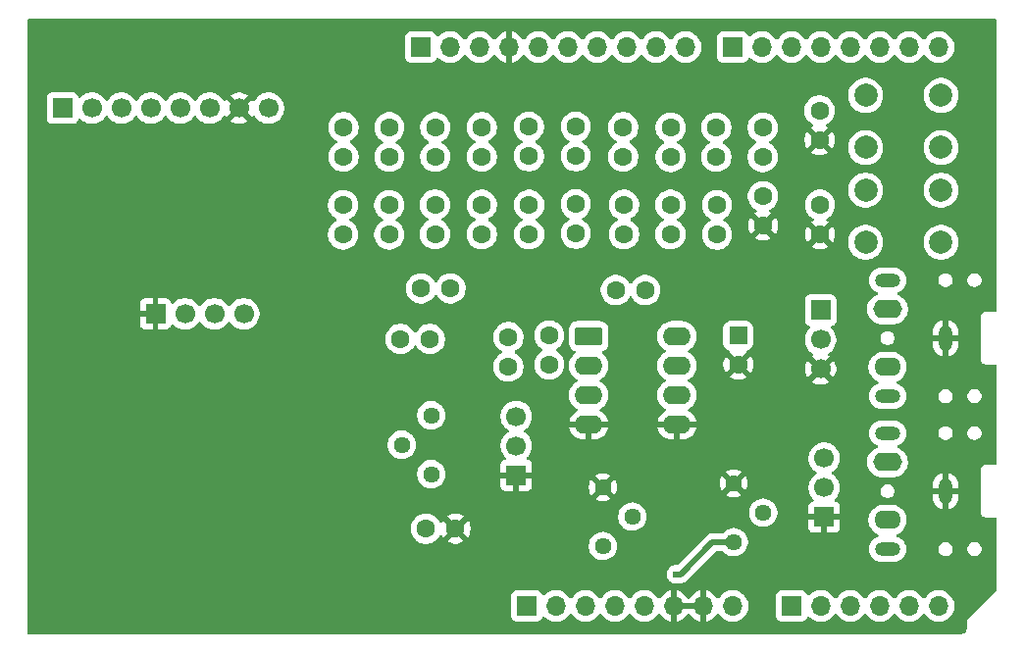
<source format=gbr>
%TF.GenerationSoftware,KiCad,Pcbnew,9.0.2*%
%TF.CreationDate,2026-02-03T14:08:59-07:00*%
%TF.ProjectId,Uno_Shield_DSP_Class_v1,556e6f5f-5368-4696-956c-645f4453505f,rev?*%
%TF.SameCoordinates,Original*%
%TF.FileFunction,Copper,L2,Bot*%
%TF.FilePolarity,Positive*%
%FSLAX46Y46*%
G04 Gerber Fmt 4.6, Leading zero omitted, Abs format (unit mm)*
G04 Created by KiCad (PCBNEW 9.0.2) date 2026-02-03 14:08:59*
%MOMM*%
%LPD*%
G01*
G04 APERTURE LIST*
G04 Aperture macros list*
%AMRoundRect*
0 Rectangle with rounded corners*
0 $1 Rounding radius*
0 $2 $3 $4 $5 $6 $7 $8 $9 X,Y pos of 4 corners*
0 Add a 4 corners polygon primitive as box body*
4,1,4,$2,$3,$4,$5,$6,$7,$8,$9,$2,$3,0*
0 Add four circle primitives for the rounded corners*
1,1,$1+$1,$2,$3*
1,1,$1+$1,$4,$5*
1,1,$1+$1,$6,$7*
1,1,$1+$1,$8,$9*
0 Add four rect primitives between the rounded corners*
20,1,$1+$1,$2,$3,$4,$5,0*
20,1,$1+$1,$4,$5,$6,$7,0*
20,1,$1+$1,$6,$7,$8,$9,0*
20,1,$1+$1,$8,$9,$2,$3,0*%
G04 Aperture macros list end*
%TA.AperFunction,ComponentPad*%
%ADD10R,1.700000X1.700000*%
%TD*%
%TA.AperFunction,ComponentPad*%
%ADD11O,1.700000X1.700000*%
%TD*%
%TA.AperFunction,ComponentPad*%
%ADD12C,1.600000*%
%TD*%
%TA.AperFunction,ComponentPad*%
%ADD13C,1.700000*%
%TD*%
%TA.AperFunction,ComponentPad*%
%ADD14C,1.440000*%
%TD*%
%TA.AperFunction,ComponentPad*%
%ADD15RoundRect,0.250000X-0.950000X-0.550000X0.950000X-0.550000X0.950000X0.550000X-0.950000X0.550000X0*%
%TD*%
%TA.AperFunction,ComponentPad*%
%ADD16O,2.400000X1.600000*%
%TD*%
%TA.AperFunction,ComponentPad*%
%ADD17C,2.000000*%
%TD*%
%TA.AperFunction,ComponentPad*%
%ADD18RoundRect,0.250000X-0.550000X0.550000X-0.550000X-0.550000X0.550000X-0.550000X0.550000X0.550000X0*%
%TD*%
%TA.AperFunction,ComponentPad*%
%ADD19O,2.200000X1.200000*%
%TD*%
%TA.AperFunction,ComponentPad*%
%ADD20O,2.300000X1.600000*%
%TD*%
%TA.AperFunction,ComponentPad*%
%ADD21O,1.200000X2.200000*%
%TD*%
%TA.AperFunction,ComponentPad*%
%ADD22O,2.500000X1.600000*%
%TD*%
%TA.AperFunction,ViaPad*%
%ADD23C,0.600000*%
%TD*%
%TA.AperFunction,Conductor*%
%ADD24C,0.508000*%
%TD*%
G04 APERTURE END LIST*
D10*
%TO.P,J1,1,Pin_1*%
%TO.N,unconnected-(J1-Pin_1-Pad1)*%
X127940000Y-97460000D03*
D11*
%TO.P,J1,2,Pin_2*%
%TO.N,/IOREF*%
X130480000Y-97460000D03*
%TO.P,J1,3,Pin_3*%
%TO.N,/~{RESET}*%
X133020000Y-97460000D03*
%TO.P,J1,4,Pin_4*%
%TO.N,+3V3*%
X135560000Y-97460000D03*
%TO.P,J1,5,Pin_5*%
%TO.N,+5V*%
X138100000Y-97460000D03*
%TO.P,J1,6,Pin_6*%
%TO.N,GND*%
X140640000Y-97460000D03*
%TO.P,J1,7,Pin_7*%
X143180000Y-97460000D03*
%TO.P,J1,8,Pin_8*%
%TO.N,VCC*%
X145720000Y-97460000D03*
%TD*%
D10*
%TO.P,J3,1,Pin_1*%
%TO.N,/A0*%
X150800000Y-97460000D03*
D11*
%TO.P,J3,2,Pin_2*%
%TO.N,/A1*%
X153340000Y-97460000D03*
%TO.P,J3,3,Pin_3*%
%TO.N,/IN_RIGHT*%
X155880000Y-97460000D03*
%TO.P,J3,4,Pin_4*%
%TO.N,/IN_LEFT*%
X158420000Y-97460000D03*
%TO.P,J3,5,Pin_5*%
%TO.N,/SDA{slash}A4*%
X160960000Y-97460000D03*
%TO.P,J3,6,Pin_6*%
%TO.N,/SCL{slash}A5*%
X163500000Y-97460000D03*
%TD*%
D10*
%TO.P,J2,1,Pin_1*%
%TO.N,/SCL*%
X118796000Y-49200000D03*
D11*
%TO.P,J2,2,Pin_2*%
%TO.N,/SDA*%
X121336000Y-49200000D03*
%TO.P,J2,3,Pin_3*%
%TO.N,/AREF*%
X123876000Y-49200000D03*
%TO.P,J2,4,Pin_4*%
%TO.N,GND*%
X126416000Y-49200000D03*
%TO.P,J2,5,Pin_5*%
%TO.N,/D9*%
X128956000Y-49200000D03*
%TO.P,J2,6,Pin_6*%
%TO.N,/D8*%
X131496000Y-49200000D03*
%TO.P,J2,7,Pin_7*%
%TO.N,/D7*%
X134036000Y-49200000D03*
%TO.P,J2,8,Pin_8*%
%TO.N,/D6*%
X136576000Y-49200000D03*
%TO.P,J2,9,Pin_9*%
%TO.N,/D5*%
X139116000Y-49200000D03*
%TO.P,J2,10,Pin_10*%
%TO.N,/D4*%
X141656000Y-49200000D03*
%TD*%
D10*
%TO.P,J4,1,Pin_1*%
%TO.N,/D3*%
X145720000Y-49200000D03*
D11*
%TO.P,J4,2,Pin_2*%
%TO.N,/D2*%
X148260000Y-49200000D03*
%TO.P,J4,3,Pin_3*%
%TO.N,/D1*%
X150800000Y-49200000D03*
%TO.P,J4,4,Pin_4*%
%TO.N,/D0*%
X153340000Y-49200000D03*
%TO.P,J4,5,Pin_5*%
%TO.N,/BT2*%
X155880000Y-49200000D03*
%TO.P,J4,6,Pin_6*%
%TO.N,/BT1*%
X158420000Y-49200000D03*
%TO.P,J4,7,Pin_7*%
%TO.N,/TX{slash}1*%
X160960000Y-49200000D03*
%TO.P,J4,8,Pin_8*%
%TO.N,/RX{slash}0*%
X163500000Y-49200000D03*
%TD*%
D12*
%TO.P,R23,1*%
%TO.N,Net-(U1A--)*%
X121370000Y-70040000D03*
%TO.P,R23,2*%
%TO.N,Net-(R21-Pad1)*%
X118830000Y-70040000D03*
%TD*%
D10*
%TO.P,J6,1,Pin_1*%
%TO.N,GND*%
X95900000Y-72240000D03*
D13*
%TO.P,J6,2,Pin_2*%
%TO.N,+5V*%
X98440000Y-72240000D03*
%TO.P,J6,3,Pin_3*%
%TO.N,/SCL*%
X100980000Y-72240000D03*
%TO.P,J6,4,Pin_4*%
%TO.N,/SDA*%
X103520000Y-72240000D03*
%TD*%
D12*
%TO.P,R8,1*%
%TO.N,Net-(R7-Pad1)*%
X140370000Y-58690000D03*
%TO.P,R8,2*%
%TO.N,/D2*%
X140370000Y-56150000D03*
%TD*%
D14*
%TO.P,RV2,1,1*%
%TO.N,+5V*%
X145810000Y-91950000D03*
%TO.P,RV2,2,2*%
%TO.N,/A1*%
X148350000Y-89410000D03*
%TO.P,RV2,3,3*%
%TO.N,GND*%
X145810000Y-86870000D03*
%TD*%
%TO.P,RV3,1,1*%
%TO.N,Net-(R25-Pad2)*%
X119705000Y-81000000D03*
%TO.P,RV3,2,2*%
%TO.N,Net-(J9-Pin_3)*%
X117165000Y-83540000D03*
%TO.P,RV3,3,3*%
%TO.N,Net-(R26-Pad1)*%
X119705000Y-86080000D03*
%TD*%
D12*
%TO.P,R3,1*%
%TO.N,GND*%
X148340000Y-64610000D03*
%TO.P,R3,2*%
%TO.N,Net-(R3-Pad2)*%
X148340000Y-62070000D03*
%TD*%
D10*
%TO.P,J9,1,Pin_1*%
%TO.N,GND*%
X127040000Y-86170000D03*
D13*
%TO.P,J9,2,Pin_2*%
%TO.N,Net-(J9-Pin_2)*%
X127040000Y-83630000D03*
%TO.P,J9,3,Pin_3*%
%TO.N,Net-(J9-Pin_3)*%
X127040000Y-81090000D03*
%TD*%
D15*
%TO.P,U1,1*%
%TO.N,Net-(C2-Pad2)*%
X133300000Y-74170000D03*
D16*
%TO.P,U1,2,-*%
%TO.N,Net-(U1A--)*%
X133300000Y-76710000D03*
%TO.P,U1,3,+*%
%TO.N,Net-(J9-Pin_2)*%
X133300000Y-79250000D03*
%TO.P,U1,4,V-*%
%TO.N,GND*%
X133300000Y-81790000D03*
%TO.P,U1,5,+*%
X140920000Y-81790000D03*
%TO.P,U1,6,-*%
%TO.N,Net-(U1B--)*%
X140920000Y-79250000D03*
%TO.P,U1,7*%
X140920000Y-76710000D03*
%TO.P,U1,8,V+*%
%TO.N,+5V*%
X140920000Y-74170000D03*
%TD*%
D12*
%TO.P,R2,1*%
%TO.N,/BT2*%
X153260000Y-62810000D03*
%TO.P,R2,2*%
%TO.N,GND*%
X153260000Y-65350000D03*
%TD*%
D14*
%TO.P,RV1,1,1*%
%TO.N,+5V*%
X134522000Y-92290000D03*
%TO.P,RV1,2,2*%
%TO.N,/A0*%
X137062000Y-89750000D03*
%TO.P,RV1,3,3*%
%TO.N,GND*%
X134522000Y-87210000D03*
%TD*%
D12*
%TO.P,R16,1*%
%TO.N,Net-(R15-Pad1)*%
X124070000Y-58650000D03*
%TO.P,R16,2*%
%TO.N,/D6*%
X124070000Y-56110000D03*
%TD*%
%TO.P,R25,1*%
%TO.N,+5V*%
X117047000Y-74400000D03*
%TO.P,R25,2*%
%TO.N,Net-(R25-Pad2)*%
X119587000Y-74400000D03*
%TD*%
%TO.P,R17,1*%
%TO.N,Net-(R17-Pad1)*%
X120030000Y-62800000D03*
%TO.P,R17,2*%
%TO.N,Net-(R15-Pad1)*%
X120030000Y-65340000D03*
%TD*%
%TO.P,R27,1*%
%TO.N,/AUDIO_OUT*%
X138180000Y-70180000D03*
%TO.P,R27,2*%
%TO.N,Net-(C2-Pad2)*%
X135640000Y-70180000D03*
%TD*%
%TO.P,R1,1*%
%TO.N,/BT1*%
X153220000Y-54670000D03*
%TO.P,R1,2*%
%TO.N,GND*%
X153220000Y-57210000D03*
%TD*%
D10*
%TO.P,J12,1,Pin_1*%
%TO.N,GND*%
X153620000Y-89780000D03*
D13*
%TO.P,J12,2,Pin_2*%
%TO.N,/IN_RIGHT*%
X153620000Y-87240000D03*
%TO.P,J12,3,Pin_3*%
%TO.N,/IN_LEFT*%
X153620000Y-84700000D03*
%TD*%
D12*
%TO.P,R22,1*%
%TO.N,Net-(R21-Pad1)*%
X112130000Y-58650000D03*
%TO.P,R22,2*%
%TO.N,/D9*%
X112130000Y-56110000D03*
%TD*%
%TO.P,R11,1*%
%TO.N,Net-(R11-Pad1)*%
X132180000Y-62770000D03*
%TO.P,R11,2*%
%TO.N,Net-(R10-Pad1)*%
X132180000Y-65310000D03*
%TD*%
D17*
%TO.P,SW1,1,1*%
%TO.N,+5V*%
X163710000Y-57870000D03*
X157210000Y-57870000D03*
%TO.P,SW1,2,2*%
%TO.N,/BT1*%
X163710000Y-53370000D03*
X157210000Y-53370000D03*
%TD*%
D12*
%TO.P,R12,1*%
%TO.N,Net-(R11-Pad1)*%
X132180000Y-58620000D03*
%TO.P,R12,2*%
%TO.N,/D4*%
X132180000Y-56080000D03*
%TD*%
%TO.P,R24,1*%
%TO.N,Net-(C2-Pad2)*%
X126360000Y-74240000D03*
%TO.P,R24,2*%
%TO.N,Net-(U1A--)*%
X126360000Y-76780000D03*
%TD*%
D18*
%TO.P,C1,1*%
%TO.N,+5V*%
X146210000Y-74107620D03*
D12*
%TO.P,C1,2*%
%TO.N,GND*%
X146210000Y-76607620D03*
%TD*%
%TO.P,R5,1*%
%TO.N,Net-(R5-Pad1)*%
X144370000Y-62850000D03*
%TO.P,R5,2*%
%TO.N,Net-(R3-Pad2)*%
X144370000Y-65390000D03*
%TD*%
%TO.P,R26,1*%
%TO.N,Net-(R26-Pad1)*%
X119260000Y-90790000D03*
%TO.P,R26,2*%
%TO.N,GND*%
X121800000Y-90790000D03*
%TD*%
D10*
%TO.P,J5,1,Pin_1*%
%TO.N,unconnected-(J5-Pin_1-Pad1)*%
X87877000Y-54475000D03*
D13*
%TO.P,J5,2,Pin_2*%
%TO.N,unconnected-(J5-Pin_2-Pad2)*%
X90417000Y-54475000D03*
%TO.P,J5,3,Pin_3*%
%TO.N,unconnected-(J5-Pin_3-Pad3)*%
X92957000Y-54475000D03*
%TO.P,J5,4,Pin_4*%
%TO.N,unconnected-(J5-Pin_4-Pad4)*%
X95497000Y-54475000D03*
%TO.P,J5,5,Pin_5*%
%TO.N,/SDA*%
X98037000Y-54475000D03*
%TO.P,J5,6,Pin_6*%
%TO.N,/SCL*%
X100577000Y-54475000D03*
%TO.P,J5,7,Pin_7*%
%TO.N,GND*%
X103117000Y-54475000D03*
%TO.P,J5,8,Pin_8*%
%TO.N,+5V*%
X105657000Y-54475000D03*
%TD*%
D12*
%TO.P,R10,1*%
%TO.N,Net-(R10-Pad1)*%
X136270000Y-58650000D03*
%TO.P,R10,2*%
%TO.N,/D3*%
X136270000Y-56110000D03*
%TD*%
D10*
%TO.P,J7,1,Pin_1*%
%TO.N,/AUDIO_OUT*%
X153310000Y-71920000D03*
D13*
%TO.P,J7,2,Pin_2*%
X153310000Y-74460000D03*
%TO.P,J7,3,Pin_3*%
%TO.N,GND*%
X153310000Y-77000000D03*
%TD*%
D12*
%TO.P,R6,1*%
%TO.N,Net-(R5-Pad1)*%
X144310000Y-58680000D03*
%TO.P,R6,2*%
%TO.N,/D1*%
X144310000Y-56140000D03*
%TD*%
%TO.P,R20,1*%
%TO.N,Net-(R19-Pad1)*%
X116090000Y-58670000D03*
%TO.P,R20,2*%
%TO.N,/D8*%
X116090000Y-56130000D03*
%TD*%
D17*
%TO.P,SW2,1,1*%
%TO.N,+5V*%
X163710000Y-66050000D03*
X157210000Y-66050000D03*
%TO.P,SW2,2,2*%
%TO.N,/BT2*%
X163710000Y-61550000D03*
X157210000Y-61550000D03*
%TD*%
D12*
%TO.P,R21,1*%
%TO.N,Net-(R21-Pad1)*%
X112090000Y-62840000D03*
%TO.P,R21,2*%
%TO.N,Net-(R19-Pad1)*%
X112090000Y-65380000D03*
%TD*%
%TO.P,R7,1*%
%TO.N,Net-(R7-Pad1)*%
X140350000Y-62820000D03*
%TO.P,R7,2*%
%TO.N,Net-(R5-Pad1)*%
X140350000Y-65360000D03*
%TD*%
%TO.P,C2,1*%
%TO.N,Net-(U1A--)*%
X129890000Y-76600000D03*
%TO.P,C2,2*%
%TO.N,Net-(C2-Pad2)*%
X129890000Y-74100000D03*
%TD*%
%TO.P,R19,1*%
%TO.N,Net-(R19-Pad1)*%
X116080000Y-62840000D03*
%TO.P,R19,2*%
%TO.N,Net-(R17-Pad1)*%
X116080000Y-65380000D03*
%TD*%
%TO.P,R15,1*%
%TO.N,Net-(R15-Pad1)*%
X124070000Y-62810000D03*
%TO.P,R15,2*%
%TO.N,Net-(R13-Pad1)*%
X124070000Y-65350000D03*
%TD*%
%TO.P,R4,1*%
%TO.N,Net-(R3-Pad2)*%
X148320000Y-58690000D03*
%TO.P,R4,2*%
%TO.N,/D0*%
X148320000Y-56150000D03*
%TD*%
%TO.P,R18,1*%
%TO.N,Net-(R17-Pad1)*%
X120050000Y-58670000D03*
%TO.P,R18,2*%
%TO.N,/D7*%
X120050000Y-56130000D03*
%TD*%
%TO.P,R14,1*%
%TO.N,Net-(R13-Pad1)*%
X128130000Y-58620000D03*
%TO.P,R14,2*%
%TO.N,/D5*%
X128130000Y-56080000D03*
%TD*%
%TO.P,R13,1*%
%TO.N,Net-(R13-Pad1)*%
X128150000Y-62820000D03*
%TO.P,R13,2*%
%TO.N,Net-(R11-Pad1)*%
X128150000Y-65360000D03*
%TD*%
%TO.P,R9,1*%
%TO.N,Net-(R10-Pad1)*%
X136350000Y-62810000D03*
%TO.P,R9,2*%
%TO.N,Net-(R7-Pad1)*%
X136350000Y-65350000D03*
%TD*%
D19*
%TO.P,J10,R*%
%TO.N,/IN_RIGHT*%
X159090000Y-92540000D03*
D20*
%TO.P,J10,RN*%
X159090000Y-90040000D03*
D21*
%TO.P,J10,S*%
%TO.N,GND*%
X164090000Y-87540000D03*
D19*
%TO.P,J10,T*%
%TO.N,/IN_LEFT*%
X159090000Y-82540000D03*
D22*
%TO.P,J10,TN*%
X159090000Y-85040000D03*
%TD*%
D19*
%TO.P,J11,R*%
%TO.N,/AUDIO_OUT*%
X159090000Y-79330000D03*
D20*
%TO.P,J11,RN*%
X159090000Y-76830000D03*
D21*
%TO.P,J11,S*%
%TO.N,GND*%
X164090000Y-74330000D03*
D19*
%TO.P,J11,T*%
%TO.N,/AUDIO_OUT*%
X159090000Y-69330000D03*
D22*
%TO.P,J11,TN*%
X159090000Y-71830000D03*
%TD*%
D23*
%TO.N,+5V*%
X140837000Y-94725000D03*
%TD*%
D24*
%TO.N,+5V*%
X140837000Y-94725000D02*
X141212000Y-94725000D01*
X143987000Y-91950000D02*
X145810000Y-91950000D01*
X141212000Y-94725000D02*
X143987000Y-91950000D01*
%TD*%
%TA.AperFunction,Conductor*%
%TO.N,GND*%
G36*
X142714075Y-97267007D02*
G01*
X142680000Y-97394174D01*
X142680000Y-97525826D01*
X142714075Y-97652993D01*
X142746988Y-97710000D01*
X141073012Y-97710000D01*
X141105925Y-97652993D01*
X141140000Y-97525826D01*
X141140000Y-97394174D01*
X141105925Y-97267007D01*
X141073012Y-97210000D01*
X142746988Y-97210000D01*
X142714075Y-97267007D01*
G37*
%TD.AperFunction*%
%TA.AperFunction,Conductor*%
G36*
X168447539Y-46755185D02*
G01*
X168493294Y-46807989D01*
X168504500Y-46859500D01*
X168504500Y-61872940D01*
X168504455Y-61873396D01*
X168504475Y-61885109D01*
X168504500Y-61899934D01*
X168504500Y-61915018D01*
X168504524Y-61915077D01*
X168504544Y-61927134D01*
X168504545Y-61927135D01*
X168514500Y-67830319D01*
X168514500Y-71930500D01*
X168494815Y-71997539D01*
X168442011Y-72043294D01*
X168390500Y-72054500D01*
X167614531Y-72054500D01*
X167590000Y-72054500D01*
X167527399Y-72054500D01*
X167446775Y-72076103D01*
X167406463Y-72086905D01*
X167298037Y-72149504D01*
X167298034Y-72149506D01*
X167209506Y-72238034D01*
X167209504Y-72238037D01*
X167146905Y-72346463D01*
X167146905Y-72346464D01*
X167114500Y-72467399D01*
X167114500Y-72514982D01*
X167114500Y-76105469D01*
X167114500Y-76130000D01*
X167114500Y-76192601D01*
X167146905Y-76313536D01*
X167209505Y-76421964D01*
X167298036Y-76510495D01*
X167406464Y-76573095D01*
X167527399Y-76605500D01*
X167574982Y-76605500D01*
X168390500Y-76605500D01*
X168457539Y-76625185D01*
X168503294Y-76677989D01*
X168514500Y-76729500D01*
X168514500Y-85140500D01*
X168494815Y-85207539D01*
X168442011Y-85253294D01*
X168390500Y-85264500D01*
X167614531Y-85264500D01*
X167590000Y-85264500D01*
X167527399Y-85264500D01*
X167470703Y-85279692D01*
X167406463Y-85296905D01*
X167298037Y-85359504D01*
X167298034Y-85359506D01*
X167209506Y-85448034D01*
X167209504Y-85448037D01*
X167146905Y-85556463D01*
X167139257Y-85585006D01*
X167114500Y-85677399D01*
X167114500Y-85724982D01*
X167114500Y-89315469D01*
X167114500Y-89340000D01*
X167114500Y-89402601D01*
X167146905Y-89523536D01*
X167209505Y-89631964D01*
X167298036Y-89720495D01*
X167406464Y-89783095D01*
X167527399Y-89815500D01*
X167574982Y-89815500D01*
X168390500Y-89815500D01*
X168457539Y-89835185D01*
X168503294Y-89887989D01*
X168514500Y-89939500D01*
X168514500Y-94039532D01*
X168514499Y-94040109D01*
X168504882Y-96107556D01*
X168484885Y-96174503D01*
X168468564Y-96194660D01*
X165997233Y-98665994D01*
X165975995Y-98687231D01*
X165964500Y-98714982D01*
X165964500Y-99231907D01*
X165963903Y-99244062D01*
X165952505Y-99359778D01*
X165947763Y-99383618D01*
X165917832Y-99482290D01*
X165915789Y-99489024D01*
X165906486Y-99511482D01*
X165854561Y-99608627D01*
X165841056Y-99628839D01*
X165771176Y-99713988D01*
X165753988Y-99731176D01*
X165668839Y-99801056D01*
X165648627Y-99814561D01*
X165551482Y-99866486D01*
X165529028Y-99875787D01*
X165487028Y-99888528D01*
X165423618Y-99907763D01*
X165399778Y-99912505D01*
X165291162Y-99923203D01*
X165284060Y-99923903D01*
X165271907Y-99924500D01*
X84961500Y-99924500D01*
X84894461Y-99904815D01*
X84848706Y-99852011D01*
X84837500Y-99800500D01*
X84837500Y-96561345D01*
X126581500Y-96561345D01*
X126581500Y-98358654D01*
X126588011Y-98419202D01*
X126588011Y-98419204D01*
X126639111Y-98556204D01*
X126726739Y-98673261D01*
X126843796Y-98760889D01*
X126980799Y-98811989D01*
X127008050Y-98814918D01*
X127041345Y-98818499D01*
X127041362Y-98818500D01*
X128838638Y-98818500D01*
X128838654Y-98818499D01*
X128865692Y-98815591D01*
X128899201Y-98811989D01*
X129036204Y-98760889D01*
X129153261Y-98673261D01*
X129240889Y-98556204D01*
X129285957Y-98435371D01*
X129327827Y-98379442D01*
X129393291Y-98355025D01*
X129461564Y-98369877D01*
X129489818Y-98391028D01*
X129594996Y-98496206D01*
X129767991Y-98621894D01*
X129854542Y-98665994D01*
X129958516Y-98718972D01*
X129958519Y-98718973D01*
X130060200Y-98752010D01*
X130161884Y-98785049D01*
X130373084Y-98818500D01*
X130373085Y-98818500D01*
X130586915Y-98818500D01*
X130586916Y-98818500D01*
X130798116Y-98785049D01*
X131001483Y-98718972D01*
X131192009Y-98621894D01*
X131365004Y-98496206D01*
X131516206Y-98345004D01*
X131641894Y-98172009D01*
X131641896Y-98172004D01*
X131644270Y-98168132D01*
X131696080Y-98121254D01*
X131765009Y-98109829D01*
X131829173Y-98137483D01*
X131855730Y-98168132D01*
X131858103Y-98172005D01*
X131858105Y-98172008D01*
X131858106Y-98172009D01*
X131983794Y-98345004D01*
X132134996Y-98496206D01*
X132307991Y-98621894D01*
X132394542Y-98665994D01*
X132498516Y-98718972D01*
X132498519Y-98718973D01*
X132600200Y-98752010D01*
X132701884Y-98785049D01*
X132913084Y-98818500D01*
X132913085Y-98818500D01*
X133126915Y-98818500D01*
X133126916Y-98818500D01*
X133338116Y-98785049D01*
X133541483Y-98718972D01*
X133732009Y-98621894D01*
X133905004Y-98496206D01*
X134056206Y-98345004D01*
X134181894Y-98172009D01*
X134181896Y-98172004D01*
X134184270Y-98168132D01*
X134236080Y-98121254D01*
X134305009Y-98109829D01*
X134369173Y-98137483D01*
X134395730Y-98168132D01*
X134398103Y-98172005D01*
X134398105Y-98172008D01*
X134398106Y-98172009D01*
X134523794Y-98345004D01*
X134674996Y-98496206D01*
X134847991Y-98621894D01*
X134934542Y-98665994D01*
X135038516Y-98718972D01*
X135038519Y-98718973D01*
X135140200Y-98752010D01*
X135241884Y-98785049D01*
X135453084Y-98818500D01*
X135453085Y-98818500D01*
X135666915Y-98818500D01*
X135666916Y-98818500D01*
X135878116Y-98785049D01*
X136081483Y-98718972D01*
X136272009Y-98621894D01*
X136445004Y-98496206D01*
X136596206Y-98345004D01*
X136721894Y-98172009D01*
X136721896Y-98172004D01*
X136724270Y-98168132D01*
X136776080Y-98121254D01*
X136845009Y-98109829D01*
X136909173Y-98137483D01*
X136935730Y-98168132D01*
X136938103Y-98172005D01*
X136938105Y-98172008D01*
X136938106Y-98172009D01*
X137063794Y-98345004D01*
X137214996Y-98496206D01*
X137387991Y-98621894D01*
X137474542Y-98665994D01*
X137578516Y-98718972D01*
X137578519Y-98718973D01*
X137680200Y-98752010D01*
X137781884Y-98785049D01*
X137993084Y-98818500D01*
X137993085Y-98818500D01*
X138206915Y-98818500D01*
X138206916Y-98818500D01*
X138418116Y-98785049D01*
X138621483Y-98718972D01*
X138812009Y-98621894D01*
X138985004Y-98496206D01*
X139136206Y-98345004D01*
X139261894Y-98172009D01*
X139264283Y-98167319D01*
X139312254Y-98116522D01*
X139380074Y-98099724D01*
X139446210Y-98122258D01*
X139482201Y-98163788D01*
X139482832Y-98163402D01*
X139485164Y-98167207D01*
X139485251Y-98167308D01*
X139485376Y-98167554D01*
X139610272Y-98339459D01*
X139610276Y-98339464D01*
X139760535Y-98489723D01*
X139760540Y-98489727D01*
X139932442Y-98614620D01*
X140121782Y-98711095D01*
X140323871Y-98776757D01*
X140390000Y-98787231D01*
X140390000Y-97893012D01*
X140447007Y-97925925D01*
X140574174Y-97960000D01*
X140705826Y-97960000D01*
X140832993Y-97925925D01*
X140890000Y-97893012D01*
X140890000Y-98787230D01*
X140956126Y-98776757D01*
X140956129Y-98776757D01*
X141158217Y-98711095D01*
X141347557Y-98614620D01*
X141519459Y-98489727D01*
X141519464Y-98489723D01*
X141669723Y-98339464D01*
X141669727Y-98339459D01*
X141794620Y-98167558D01*
X141799514Y-98157954D01*
X141847488Y-98107157D01*
X141915308Y-98090361D01*
X141981444Y-98112897D01*
X142020486Y-98157954D01*
X142025379Y-98167558D01*
X142150272Y-98339459D01*
X142150276Y-98339464D01*
X142300535Y-98489723D01*
X142300540Y-98489727D01*
X142472442Y-98614620D01*
X142661782Y-98711095D01*
X142863871Y-98776757D01*
X142930000Y-98787231D01*
X142930000Y-97893012D01*
X142987007Y-97925925D01*
X143114174Y-97960000D01*
X143245826Y-97960000D01*
X143372993Y-97925925D01*
X143430000Y-97893012D01*
X143430000Y-98787230D01*
X143496126Y-98776757D01*
X143496129Y-98776757D01*
X143698217Y-98711095D01*
X143887557Y-98614620D01*
X144059459Y-98489727D01*
X144059464Y-98489723D01*
X144209723Y-98339464D01*
X144209727Y-98339459D01*
X144334619Y-98167560D01*
X144334738Y-98167327D01*
X144334808Y-98167252D01*
X144337168Y-98163402D01*
X144337976Y-98163897D01*
X144382707Y-98116526D01*
X144450526Y-98099723D01*
X144516663Y-98122254D01*
X144555712Y-98167311D01*
X144558105Y-98172008D01*
X144600002Y-98229674D01*
X144683794Y-98345004D01*
X144834996Y-98496206D01*
X145007991Y-98621894D01*
X145094542Y-98665994D01*
X145198516Y-98718972D01*
X145198519Y-98718973D01*
X145300200Y-98752010D01*
X145401884Y-98785049D01*
X145613084Y-98818500D01*
X145613085Y-98818500D01*
X145826915Y-98818500D01*
X145826916Y-98818500D01*
X146038116Y-98785049D01*
X146241483Y-98718972D01*
X146432009Y-98621894D01*
X146605004Y-98496206D01*
X146756206Y-98345004D01*
X146881894Y-98172009D01*
X146978972Y-97981483D01*
X147045049Y-97778116D01*
X147078500Y-97566916D01*
X147078500Y-97353084D01*
X147045049Y-97141884D01*
X146978972Y-96938517D01*
X146978972Y-96938516D01*
X146923495Y-96829638D01*
X146881894Y-96747991D01*
X146756206Y-96574996D01*
X146742555Y-96561345D01*
X149441500Y-96561345D01*
X149441500Y-98358654D01*
X149448011Y-98419202D01*
X149448011Y-98419204D01*
X149499111Y-98556204D01*
X149586739Y-98673261D01*
X149703796Y-98760889D01*
X149840799Y-98811989D01*
X149868050Y-98814918D01*
X149901345Y-98818499D01*
X149901362Y-98818500D01*
X151698638Y-98818500D01*
X151698654Y-98818499D01*
X151725692Y-98815591D01*
X151759201Y-98811989D01*
X151896204Y-98760889D01*
X152013261Y-98673261D01*
X152100889Y-98556204D01*
X152145957Y-98435371D01*
X152187827Y-98379442D01*
X152253291Y-98355025D01*
X152321564Y-98369877D01*
X152349818Y-98391028D01*
X152454996Y-98496206D01*
X152627991Y-98621894D01*
X152714542Y-98665994D01*
X152818516Y-98718972D01*
X152818519Y-98718973D01*
X152920200Y-98752010D01*
X153021884Y-98785049D01*
X153233084Y-98818500D01*
X153233085Y-98818500D01*
X153446915Y-98818500D01*
X153446916Y-98818500D01*
X153658116Y-98785049D01*
X153861483Y-98718972D01*
X154052009Y-98621894D01*
X154225004Y-98496206D01*
X154376206Y-98345004D01*
X154501894Y-98172009D01*
X154501896Y-98172004D01*
X154504270Y-98168132D01*
X154556080Y-98121254D01*
X154625009Y-98109829D01*
X154689173Y-98137483D01*
X154715730Y-98168132D01*
X154718103Y-98172005D01*
X154718105Y-98172008D01*
X154718106Y-98172009D01*
X154843794Y-98345004D01*
X154994996Y-98496206D01*
X155167991Y-98621894D01*
X155254542Y-98665994D01*
X155358516Y-98718972D01*
X155358519Y-98718973D01*
X155460200Y-98752010D01*
X155561884Y-98785049D01*
X155773084Y-98818500D01*
X155773085Y-98818500D01*
X155986915Y-98818500D01*
X155986916Y-98818500D01*
X156198116Y-98785049D01*
X156401483Y-98718972D01*
X156592009Y-98621894D01*
X156765004Y-98496206D01*
X156916206Y-98345004D01*
X157041894Y-98172009D01*
X157041896Y-98172004D01*
X157044270Y-98168132D01*
X157096080Y-98121254D01*
X157165009Y-98109829D01*
X157229173Y-98137483D01*
X157255730Y-98168132D01*
X157258103Y-98172005D01*
X157258105Y-98172008D01*
X157258106Y-98172009D01*
X157383794Y-98345004D01*
X157534996Y-98496206D01*
X157707991Y-98621894D01*
X157794542Y-98665994D01*
X157898516Y-98718972D01*
X157898519Y-98718973D01*
X158000200Y-98752010D01*
X158101884Y-98785049D01*
X158313084Y-98818500D01*
X158313085Y-98818500D01*
X158526915Y-98818500D01*
X158526916Y-98818500D01*
X158738116Y-98785049D01*
X158941483Y-98718972D01*
X159132009Y-98621894D01*
X159305004Y-98496206D01*
X159456206Y-98345004D01*
X159581894Y-98172009D01*
X159581896Y-98172004D01*
X159584270Y-98168132D01*
X159636080Y-98121254D01*
X159705009Y-98109829D01*
X159769173Y-98137483D01*
X159795730Y-98168132D01*
X159798103Y-98172005D01*
X159798105Y-98172008D01*
X159798106Y-98172009D01*
X159923794Y-98345004D01*
X160074996Y-98496206D01*
X160247991Y-98621894D01*
X160334542Y-98665994D01*
X160438516Y-98718972D01*
X160438519Y-98718973D01*
X160540200Y-98752010D01*
X160641884Y-98785049D01*
X160853084Y-98818500D01*
X160853085Y-98818500D01*
X161066915Y-98818500D01*
X161066916Y-98818500D01*
X161278116Y-98785049D01*
X161481483Y-98718972D01*
X161672009Y-98621894D01*
X161845004Y-98496206D01*
X161996206Y-98345004D01*
X162121894Y-98172009D01*
X162121896Y-98172004D01*
X162124270Y-98168132D01*
X162176080Y-98121254D01*
X162245009Y-98109829D01*
X162309173Y-98137483D01*
X162335730Y-98168132D01*
X162338103Y-98172005D01*
X162338105Y-98172008D01*
X162338106Y-98172009D01*
X162463794Y-98345004D01*
X162614996Y-98496206D01*
X162787991Y-98621894D01*
X162874542Y-98665994D01*
X162978516Y-98718972D01*
X162978519Y-98718973D01*
X163080200Y-98752010D01*
X163181884Y-98785049D01*
X163393084Y-98818500D01*
X163393085Y-98818500D01*
X163606915Y-98818500D01*
X163606916Y-98818500D01*
X163818116Y-98785049D01*
X164021483Y-98718972D01*
X164212009Y-98621894D01*
X164385004Y-98496206D01*
X164536206Y-98345004D01*
X164661894Y-98172009D01*
X164758972Y-97981483D01*
X164825049Y-97778116D01*
X164858500Y-97566916D01*
X164858500Y-97353084D01*
X164825049Y-97141884D01*
X164758972Y-96938517D01*
X164758972Y-96938516D01*
X164703495Y-96829638D01*
X164661894Y-96747991D01*
X164536206Y-96574996D01*
X164385004Y-96423794D01*
X164212009Y-96298106D01*
X164021483Y-96201027D01*
X164021480Y-96201026D01*
X163818117Y-96134951D01*
X163712516Y-96118225D01*
X163606916Y-96101500D01*
X163393084Y-96101500D01*
X163322684Y-96112650D01*
X163181882Y-96134951D01*
X162978519Y-96201026D01*
X162978516Y-96201027D01*
X162787990Y-96298106D01*
X162614993Y-96423796D01*
X162463796Y-96574993D01*
X162338105Y-96747991D01*
X162335727Y-96751873D01*
X162283914Y-96798748D01*
X162214984Y-96810169D01*
X162150822Y-96782512D01*
X162124273Y-96751873D01*
X162121894Y-96747991D01*
X162121891Y-96747987D01*
X161996206Y-96574996D01*
X161845004Y-96423794D01*
X161672009Y-96298106D01*
X161481483Y-96201027D01*
X161481480Y-96201026D01*
X161278117Y-96134951D01*
X161172516Y-96118225D01*
X161066916Y-96101500D01*
X160853084Y-96101500D01*
X160782684Y-96112650D01*
X160641882Y-96134951D01*
X160438519Y-96201026D01*
X160438516Y-96201027D01*
X160247990Y-96298106D01*
X160074993Y-96423796D01*
X159923796Y-96574993D01*
X159798105Y-96747991D01*
X159795727Y-96751873D01*
X159743914Y-96798748D01*
X159674984Y-96810169D01*
X159610822Y-96782512D01*
X159584273Y-96751873D01*
X159581894Y-96747991D01*
X159581891Y-96747987D01*
X159456206Y-96574996D01*
X159305004Y-96423794D01*
X159132009Y-96298106D01*
X158941483Y-96201027D01*
X158941480Y-96201026D01*
X158738117Y-96134951D01*
X158632516Y-96118225D01*
X158526916Y-96101500D01*
X158313084Y-96101500D01*
X158242684Y-96112650D01*
X158101882Y-96134951D01*
X157898519Y-96201026D01*
X157898516Y-96201027D01*
X157707990Y-96298106D01*
X157534993Y-96423796D01*
X157383796Y-96574993D01*
X157258105Y-96747991D01*
X157255727Y-96751873D01*
X157203914Y-96798748D01*
X157134984Y-96810169D01*
X157070822Y-96782512D01*
X157044273Y-96751873D01*
X157041894Y-96747991D01*
X157041891Y-96747987D01*
X156916206Y-96574996D01*
X156765004Y-96423794D01*
X156592009Y-96298106D01*
X156401483Y-96201027D01*
X156401480Y-96201026D01*
X156198117Y-96134951D01*
X156092516Y-96118225D01*
X155986916Y-96101500D01*
X155773084Y-96101500D01*
X155702684Y-96112650D01*
X155561882Y-96134951D01*
X155358519Y-96201026D01*
X155358516Y-96201027D01*
X155167990Y-96298106D01*
X154994993Y-96423796D01*
X154843796Y-96574993D01*
X154718105Y-96747991D01*
X154715727Y-96751873D01*
X154663914Y-96798748D01*
X154594984Y-96810169D01*
X154530822Y-96782512D01*
X154504273Y-96751873D01*
X154501894Y-96747991D01*
X154501891Y-96747987D01*
X154376206Y-96574996D01*
X154225004Y-96423794D01*
X154052009Y-96298106D01*
X153861483Y-96201027D01*
X153861480Y-96201026D01*
X153658117Y-96134951D01*
X153552516Y-96118225D01*
X153446916Y-96101500D01*
X153233084Y-96101500D01*
X153162684Y-96112650D01*
X153021882Y-96134951D01*
X152818519Y-96201026D01*
X152818516Y-96201027D01*
X152627990Y-96298106D01*
X152454997Y-96423793D01*
X152349818Y-96528972D01*
X152288495Y-96562456D01*
X152218803Y-96557472D01*
X152162870Y-96515600D01*
X152145958Y-96484629D01*
X152100889Y-96363796D01*
X152013261Y-96246739D01*
X151896204Y-96159111D01*
X151894780Y-96158580D01*
X151759203Y-96108011D01*
X151698654Y-96101500D01*
X151698638Y-96101500D01*
X149901362Y-96101500D01*
X149901345Y-96101500D01*
X149840797Y-96108011D01*
X149840795Y-96108011D01*
X149703795Y-96159111D01*
X149586739Y-96246739D01*
X149499111Y-96363795D01*
X149448011Y-96500795D01*
X149448011Y-96500797D01*
X149441500Y-96561345D01*
X146742555Y-96561345D01*
X146605004Y-96423794D01*
X146432009Y-96298106D01*
X146241483Y-96201027D01*
X146241480Y-96201026D01*
X146038117Y-96134951D01*
X145932516Y-96118225D01*
X145826916Y-96101500D01*
X145613084Y-96101500D01*
X145542684Y-96112650D01*
X145401882Y-96134951D01*
X145198519Y-96201026D01*
X145198516Y-96201027D01*
X145007990Y-96298106D01*
X144834993Y-96423796D01*
X144683796Y-96574993D01*
X144558103Y-96747994D01*
X144555709Y-96752693D01*
X144507731Y-96803485D01*
X144439908Y-96820275D01*
X144373775Y-96797732D01*
X144337800Y-96756210D01*
X144337168Y-96756598D01*
X144334829Y-96752781D01*
X144334743Y-96752682D01*
X144334620Y-96752441D01*
X144209727Y-96580540D01*
X144209723Y-96580535D01*
X144059464Y-96430276D01*
X144059459Y-96430272D01*
X143887557Y-96305379D01*
X143698215Y-96208903D01*
X143496124Y-96143241D01*
X143430000Y-96132768D01*
X143430000Y-97026988D01*
X143372993Y-96994075D01*
X143245826Y-96960000D01*
X143114174Y-96960000D01*
X142987007Y-96994075D01*
X142930000Y-97026988D01*
X142930000Y-96132768D01*
X142929999Y-96132768D01*
X142863875Y-96143241D01*
X142661784Y-96208903D01*
X142472442Y-96305379D01*
X142300540Y-96430272D01*
X142300535Y-96430276D01*
X142150276Y-96580535D01*
X142150272Y-96580540D01*
X142025377Y-96752444D01*
X142020484Y-96762048D01*
X141972509Y-96812844D01*
X141904688Y-96829638D01*
X141838553Y-96807100D01*
X141799516Y-96762048D01*
X141794622Y-96752444D01*
X141669727Y-96580540D01*
X141669723Y-96580535D01*
X141519464Y-96430276D01*
X141519459Y-96430272D01*
X141347557Y-96305379D01*
X141158215Y-96208903D01*
X140956124Y-96143241D01*
X140890000Y-96132768D01*
X140890000Y-97026988D01*
X140832993Y-96994075D01*
X140705826Y-96960000D01*
X140574174Y-96960000D01*
X140447007Y-96994075D01*
X140390000Y-97026988D01*
X140390000Y-96132768D01*
X140389999Y-96132768D01*
X140323875Y-96143241D01*
X140121784Y-96208903D01*
X139932442Y-96305379D01*
X139760540Y-96430272D01*
X139760535Y-96430276D01*
X139610276Y-96580535D01*
X139610272Y-96580540D01*
X139485376Y-96752446D01*
X139485374Y-96752448D01*
X139485246Y-96752701D01*
X139485172Y-96752779D01*
X139482832Y-96756598D01*
X139482029Y-96756106D01*
X139437264Y-96803489D01*
X139369441Y-96820274D01*
X139303309Y-96797727D01*
X139264285Y-96752683D01*
X139261895Y-96747992D01*
X139230472Y-96704742D01*
X139136206Y-96574996D01*
X138985004Y-96423794D01*
X138812009Y-96298106D01*
X138621483Y-96201027D01*
X138621480Y-96201026D01*
X138418117Y-96134951D01*
X138312516Y-96118225D01*
X138206916Y-96101500D01*
X137993084Y-96101500D01*
X137922684Y-96112650D01*
X137781882Y-96134951D01*
X137578519Y-96201026D01*
X137578516Y-96201027D01*
X137387990Y-96298106D01*
X137214993Y-96423796D01*
X137063796Y-96574993D01*
X136938105Y-96747991D01*
X136935727Y-96751873D01*
X136883914Y-96798748D01*
X136814984Y-96810169D01*
X136750822Y-96782512D01*
X136724273Y-96751873D01*
X136721894Y-96747991D01*
X136721891Y-96747987D01*
X136596206Y-96574996D01*
X136445004Y-96423794D01*
X136272009Y-96298106D01*
X136081483Y-96201027D01*
X136081480Y-96201026D01*
X135878117Y-96134951D01*
X135772516Y-96118225D01*
X135666916Y-96101500D01*
X135453084Y-96101500D01*
X135382684Y-96112650D01*
X135241882Y-96134951D01*
X135038519Y-96201026D01*
X135038516Y-96201027D01*
X134847990Y-96298106D01*
X134674993Y-96423796D01*
X134523796Y-96574993D01*
X134398105Y-96747991D01*
X134395727Y-96751873D01*
X134343914Y-96798748D01*
X134274984Y-96810169D01*
X134210822Y-96782512D01*
X134184273Y-96751873D01*
X134181894Y-96747991D01*
X134181891Y-96747987D01*
X134056206Y-96574996D01*
X133905004Y-96423794D01*
X133732009Y-96298106D01*
X133541483Y-96201027D01*
X133541480Y-96201026D01*
X133338117Y-96134951D01*
X133232516Y-96118225D01*
X133126916Y-96101500D01*
X132913084Y-96101500D01*
X132842684Y-96112650D01*
X132701882Y-96134951D01*
X132498519Y-96201026D01*
X132498516Y-96201027D01*
X132307990Y-96298106D01*
X132134993Y-96423796D01*
X131983796Y-96574993D01*
X131858105Y-96747991D01*
X131855727Y-96751873D01*
X131803914Y-96798748D01*
X131734984Y-96810169D01*
X131670822Y-96782512D01*
X131644273Y-96751873D01*
X131641894Y-96747991D01*
X131641891Y-96747987D01*
X131516206Y-96574996D01*
X131365004Y-96423794D01*
X131192009Y-96298106D01*
X131001483Y-96201027D01*
X131001480Y-96201026D01*
X130798117Y-96134951D01*
X130692516Y-96118225D01*
X130586916Y-96101500D01*
X130373084Y-96101500D01*
X130302684Y-96112650D01*
X130161882Y-96134951D01*
X129958519Y-96201026D01*
X129958516Y-96201027D01*
X129767990Y-96298106D01*
X129594997Y-96423793D01*
X129489818Y-96528972D01*
X129428495Y-96562456D01*
X129358803Y-96557472D01*
X129302870Y-96515600D01*
X129285958Y-96484629D01*
X129240889Y-96363796D01*
X129153261Y-96246739D01*
X129036204Y-96159111D01*
X129034780Y-96158580D01*
X128899203Y-96108011D01*
X128838654Y-96101500D01*
X128838638Y-96101500D01*
X127041362Y-96101500D01*
X127041345Y-96101500D01*
X126980797Y-96108011D01*
X126980795Y-96108011D01*
X126843795Y-96159111D01*
X126726739Y-96246739D01*
X126639111Y-96363795D01*
X126588011Y-96500795D01*
X126588011Y-96500797D01*
X126581500Y-96561345D01*
X84837500Y-96561345D01*
X84837500Y-94645365D01*
X140028500Y-94645365D01*
X140028500Y-94804634D01*
X140059568Y-94960823D01*
X140059570Y-94960831D01*
X140120517Y-95107969D01*
X140208995Y-95240387D01*
X140209001Y-95240394D01*
X140321605Y-95352998D01*
X140321612Y-95353004D01*
X140454030Y-95441482D01*
X140454031Y-95441482D01*
X140454032Y-95441483D01*
X140601169Y-95502430D01*
X140757365Y-95533499D01*
X140757369Y-95533500D01*
X140757370Y-95533500D01*
X140916631Y-95533500D01*
X140916632Y-95533499D01*
X141072831Y-95502430D01*
X141086087Y-95496938D01*
X141133540Y-95487500D01*
X141287102Y-95487500D01*
X141386204Y-95467786D01*
X141434413Y-95458197D01*
X141573179Y-95400718D01*
X141698065Y-95317273D01*
X144266519Y-92748819D01*
X144327842Y-92715334D01*
X144354200Y-92712500D01*
X144783776Y-92712500D01*
X144850815Y-92732185D01*
X144871457Y-92748819D01*
X145009687Y-92887049D01*
X145009692Y-92887053D01*
X145117684Y-92965513D01*
X145166126Y-93000708D01*
X145278756Y-93058095D01*
X145338419Y-93088496D01*
X145338422Y-93088497D01*
X145372524Y-93099577D01*
X145522326Y-93148250D01*
X145713315Y-93178500D01*
X145713316Y-93178500D01*
X145906684Y-93178500D01*
X145906685Y-93178500D01*
X146097674Y-93148250D01*
X146281580Y-93088496D01*
X146453874Y-93000708D01*
X146610314Y-92887048D01*
X146747048Y-92750314D01*
X146860708Y-92593874D01*
X146948496Y-92421580D01*
X147008250Y-92237674D01*
X147038500Y-92046685D01*
X147038500Y-91853315D01*
X147008250Y-91662326D01*
X146959638Y-91512711D01*
X146948497Y-91478422D01*
X146948496Y-91478419D01*
X146918095Y-91418756D01*
X146860708Y-91306126D01*
X146821844Y-91252634D01*
X146747053Y-91149692D01*
X146747049Y-91149687D01*
X146610312Y-91012950D01*
X146610307Y-91012946D01*
X146453877Y-90899294D01*
X146453876Y-90899293D01*
X146453874Y-90899292D01*
X146398675Y-90871166D01*
X146281580Y-90811503D01*
X146281577Y-90811502D01*
X146097675Y-90751750D01*
X146002179Y-90736625D01*
X145906685Y-90721500D01*
X145713315Y-90721500D01*
X145649652Y-90731583D01*
X145522324Y-90751750D01*
X145338422Y-90811502D01*
X145338419Y-90811503D01*
X145166122Y-90899294D01*
X145009692Y-91012946D01*
X145009687Y-91012950D01*
X144871457Y-91151181D01*
X144810134Y-91184666D01*
X144783776Y-91187500D01*
X143911898Y-91187500D01*
X143764591Y-91216801D01*
X143764584Y-91216803D01*
X143756060Y-91220335D01*
X143756055Y-91220337D01*
X143625828Y-91274277D01*
X143625810Y-91274287D01*
X143500939Y-91357723D01*
X143500931Y-91357729D01*
X140978480Y-93880181D01*
X140917157Y-93913666D01*
X140890799Y-93916500D01*
X140757365Y-93916500D01*
X140601176Y-93947568D01*
X140601168Y-93947570D01*
X140454030Y-94008517D01*
X140321612Y-94096995D01*
X140321605Y-94097001D01*
X140209001Y-94209605D01*
X140208995Y-94209612D01*
X140120517Y-94342030D01*
X140059570Y-94489168D01*
X140059568Y-94489176D01*
X140028500Y-94645365D01*
X84837500Y-94645365D01*
X84837500Y-92193315D01*
X133293500Y-92193315D01*
X133293500Y-92386685D01*
X133299027Y-92421580D01*
X133323750Y-92577675D01*
X133383502Y-92761577D01*
X133383503Y-92761580D01*
X133402863Y-92799575D01*
X133458473Y-92908716D01*
X133471294Y-92933877D01*
X133584946Y-93090307D01*
X133584950Y-93090312D01*
X133721687Y-93227049D01*
X133721692Y-93227053D01*
X133858139Y-93326186D01*
X133878126Y-93340708D01*
X133966069Y-93385517D01*
X134050419Y-93428496D01*
X134050422Y-93428497D01*
X134142373Y-93458373D01*
X134234326Y-93488250D01*
X134425315Y-93518500D01*
X134425316Y-93518500D01*
X134618684Y-93518500D01*
X134618685Y-93518500D01*
X134809674Y-93488250D01*
X134993580Y-93428496D01*
X135165874Y-93340708D01*
X135322314Y-93227048D01*
X135459048Y-93090314D01*
X135572708Y-92933874D01*
X135660496Y-92761580D01*
X135720250Y-92577674D01*
X135750500Y-92386685D01*
X135750500Y-92193315D01*
X135720250Y-92002326D01*
X135660496Y-91818420D01*
X135660496Y-91818419D01*
X135597346Y-91694481D01*
X135572708Y-91646126D01*
X135478109Y-91515921D01*
X135459053Y-91489692D01*
X135459049Y-91489687D01*
X135322312Y-91352950D01*
X135322307Y-91352946D01*
X135165877Y-91239294D01*
X135165876Y-91239293D01*
X135165874Y-91239292D01*
X135110675Y-91211166D01*
X134993580Y-91151503D01*
X134993577Y-91151502D01*
X134809675Y-91091750D01*
X134693502Y-91073350D01*
X134618685Y-91061500D01*
X134425315Y-91061500D01*
X134361652Y-91071583D01*
X134234324Y-91091750D01*
X134050422Y-91151502D01*
X134050419Y-91151503D01*
X133878122Y-91239294D01*
X133721692Y-91352946D01*
X133721687Y-91352950D01*
X133584950Y-91489687D01*
X133584946Y-91489692D01*
X133471294Y-91646122D01*
X133383503Y-91818419D01*
X133383502Y-91818422D01*
X133323750Y-92002324D01*
X133308517Y-92098500D01*
X133293500Y-92193315D01*
X84837500Y-92193315D01*
X84837500Y-90687019D01*
X117951500Y-90687019D01*
X117951500Y-90892980D01*
X117983719Y-91096408D01*
X118047367Y-91292294D01*
X118111671Y-91418496D01*
X118138602Y-91471350D01*
X118140873Y-91475806D01*
X118261926Y-91642423D01*
X118261930Y-91642428D01*
X118407571Y-91788069D01*
X118407576Y-91788073D01*
X118497375Y-91853315D01*
X118574197Y-91909129D01*
X118672111Y-91959019D01*
X118757705Y-92002632D01*
X118757707Y-92002632D01*
X118757710Y-92002634D01*
X118862707Y-92036749D01*
X118953591Y-92066280D01*
X119055305Y-92082390D01*
X119157019Y-92098500D01*
X119157020Y-92098500D01*
X119362980Y-92098500D01*
X119362981Y-92098500D01*
X119566408Y-92066280D01*
X119762290Y-92002634D01*
X119762895Y-92002326D01*
X119805881Y-91980423D01*
X119945803Y-91909129D01*
X120112430Y-91788068D01*
X120258068Y-91642430D01*
X120379129Y-91475803D01*
X120424284Y-91387180D01*
X120472258Y-91336384D01*
X120540079Y-91319589D01*
X120606214Y-91342126D01*
X120645254Y-91387180D01*
X120688141Y-91471350D01*
X120688147Y-91471359D01*
X120720523Y-91515921D01*
X120720524Y-91515922D01*
X121400000Y-90836446D01*
X121400000Y-90842661D01*
X121427259Y-90944394D01*
X121479920Y-91035606D01*
X121554394Y-91110080D01*
X121645606Y-91162741D01*
X121747339Y-91190000D01*
X121753553Y-91190000D01*
X121074076Y-91869474D01*
X121118650Y-91901859D01*
X121300968Y-91994755D01*
X121495582Y-92057990D01*
X121697683Y-92090000D01*
X121902317Y-92090000D01*
X122054035Y-92065970D01*
X122104417Y-92057990D01*
X122299031Y-91994755D01*
X122481349Y-91901859D01*
X122525921Y-91869474D01*
X121846447Y-91190000D01*
X121852661Y-91190000D01*
X121954394Y-91162741D01*
X122045606Y-91110080D01*
X122120080Y-91035606D01*
X122172741Y-90944394D01*
X122200000Y-90842661D01*
X122200000Y-90836447D01*
X122879474Y-91515921D01*
X122911859Y-91471349D01*
X123004755Y-91289031D01*
X123067990Y-91094417D01*
X123100000Y-90892317D01*
X123100000Y-90687682D01*
X123067990Y-90485582D01*
X123004755Y-90290968D01*
X122911859Y-90108650D01*
X122879474Y-90064077D01*
X122879474Y-90064076D01*
X122200000Y-90743551D01*
X122200000Y-90737339D01*
X122172741Y-90635606D01*
X122120080Y-90544394D01*
X122045606Y-90469920D01*
X121954394Y-90417259D01*
X121852661Y-90390000D01*
X121846446Y-90390000D01*
X122525922Y-89710524D01*
X122525921Y-89710523D01*
X122481359Y-89678147D01*
X122481350Y-89678141D01*
X122432627Y-89653315D01*
X135833500Y-89653315D01*
X135833500Y-89846685D01*
X135839027Y-89881580D01*
X135863750Y-90037675D01*
X135923502Y-90221577D01*
X135923503Y-90221580D01*
X135983166Y-90338675D01*
X136009318Y-90390000D01*
X136011294Y-90393877D01*
X136124946Y-90550307D01*
X136124950Y-90550312D01*
X136261687Y-90687049D01*
X136261692Y-90687053D01*
X136350741Y-90751750D01*
X136418126Y-90800708D01*
X136500464Y-90842661D01*
X136590419Y-90888496D01*
X136590422Y-90888497D01*
X136623653Y-90899294D01*
X136774326Y-90948250D01*
X136965315Y-90978500D01*
X136965316Y-90978500D01*
X137158684Y-90978500D01*
X137158685Y-90978500D01*
X137349674Y-90948250D01*
X137533580Y-90888496D01*
X137705874Y-90800708D01*
X137862314Y-90687048D01*
X137999048Y-90550314D01*
X138112708Y-90393874D01*
X138200496Y-90221580D01*
X138260250Y-90037674D01*
X138290500Y-89846685D01*
X138290500Y-89653315D01*
X138260250Y-89462326D01*
X138211833Y-89313315D01*
X147121500Y-89313315D01*
X147121500Y-89506684D01*
X147151750Y-89697675D01*
X147211502Y-89881577D01*
X147211503Y-89881580D01*
X147258081Y-89972993D01*
X147291038Y-90037675D01*
X147299294Y-90053877D01*
X147412946Y-90210307D01*
X147412950Y-90210312D01*
X147549687Y-90347049D01*
X147549692Y-90347053D01*
X147646323Y-90417259D01*
X147706126Y-90460708D01*
X147818756Y-90518095D01*
X147878419Y-90548496D01*
X147878422Y-90548497D01*
X147970373Y-90578373D01*
X148062326Y-90608250D01*
X148253315Y-90638500D01*
X148253316Y-90638500D01*
X148446684Y-90638500D01*
X148446685Y-90638500D01*
X148637674Y-90608250D01*
X148821580Y-90548496D01*
X148993874Y-90460708D01*
X149150314Y-90347048D01*
X149287048Y-90210314D01*
X149400708Y-90053874D01*
X149474672Y-89908709D01*
X149488494Y-89881585D01*
X149488497Y-89881577D01*
X149517624Y-89791932D01*
X149548250Y-89697674D01*
X149578500Y-89506685D01*
X149578500Y-89313315D01*
X149548250Y-89122326D01*
X149502267Y-88980804D01*
X149488497Y-88938422D01*
X149488496Y-88938419D01*
X149458095Y-88878756D01*
X149400708Y-88766126D01*
X149352152Y-88699294D01*
X149287053Y-88609692D01*
X149287049Y-88609687D01*
X149150312Y-88472950D01*
X149150307Y-88472946D01*
X148993877Y-88359294D01*
X148993876Y-88359293D01*
X148993874Y-88359292D01*
X148938675Y-88331166D01*
X148821580Y-88271503D01*
X148821577Y-88271502D01*
X148637675Y-88211750D01*
X148542179Y-88196625D01*
X148446685Y-88181500D01*
X148253315Y-88181500D01*
X148189652Y-88191583D01*
X148062324Y-88211750D01*
X147878422Y-88271502D01*
X147878419Y-88271503D01*
X147706122Y-88359294D01*
X147549692Y-88472946D01*
X147549687Y-88472950D01*
X147412950Y-88609687D01*
X147412946Y-88609692D01*
X147299294Y-88766122D01*
X147211503Y-88938419D01*
X147211502Y-88938422D01*
X147151750Y-89122324D01*
X147121500Y-89313315D01*
X138211833Y-89313315D01*
X138210797Y-89310126D01*
X138200498Y-89278425D01*
X138200496Y-89278419D01*
X138170095Y-89218756D01*
X138112708Y-89106126D01*
X138098186Y-89086139D01*
X137999053Y-88949692D01*
X137999049Y-88949687D01*
X137862312Y-88812950D01*
X137862307Y-88812946D01*
X137705877Y-88699294D01*
X137705876Y-88699293D01*
X137705874Y-88699292D01*
X137650675Y-88671166D01*
X137533580Y-88611503D01*
X137533577Y-88611502D01*
X137349675Y-88551750D01*
X137254179Y-88536625D01*
X137158685Y-88521500D01*
X136965315Y-88521500D01*
X136901652Y-88531583D01*
X136774324Y-88551750D01*
X136590422Y-88611502D01*
X136590419Y-88611503D01*
X136418122Y-88699294D01*
X136261692Y-88812946D01*
X136261687Y-88812950D01*
X136124950Y-88949687D01*
X136124946Y-88949692D01*
X136011294Y-89106122D01*
X135923503Y-89278419D01*
X135923502Y-89278422D01*
X135863750Y-89462324D01*
X135863750Y-89462326D01*
X135833500Y-89653315D01*
X122432627Y-89653315D01*
X122299031Y-89585244D01*
X122104417Y-89522009D01*
X121902317Y-89490000D01*
X121697683Y-89490000D01*
X121495582Y-89522009D01*
X121300968Y-89585244D01*
X121118644Y-89678143D01*
X121074077Y-89710523D01*
X121074077Y-89710524D01*
X121753554Y-90390000D01*
X121747339Y-90390000D01*
X121645606Y-90417259D01*
X121554394Y-90469920D01*
X121479920Y-90544394D01*
X121427259Y-90635606D01*
X121400000Y-90737339D01*
X121400000Y-90743553D01*
X120720524Y-90064077D01*
X120720523Y-90064077D01*
X120688143Y-90108645D01*
X120688141Y-90108648D01*
X120645253Y-90192820D01*
X120597279Y-90243615D01*
X120529457Y-90260410D01*
X120463323Y-90237872D01*
X120424284Y-90192819D01*
X120417803Y-90180099D01*
X120379129Y-90104197D01*
X120342570Y-90053877D01*
X120258073Y-89937576D01*
X120258069Y-89937571D01*
X120112428Y-89791930D01*
X120112423Y-89791926D01*
X119945806Y-89670873D01*
X119945805Y-89670872D01*
X119945803Y-89670871D01*
X119869440Y-89631962D01*
X119762294Y-89577367D01*
X119566408Y-89513719D01*
X119390794Y-89485905D01*
X119362981Y-89481500D01*
X119157019Y-89481500D01*
X119132550Y-89485375D01*
X118953591Y-89513719D01*
X118757705Y-89577367D01*
X118574193Y-89670873D01*
X118407576Y-89791926D01*
X118407571Y-89791930D01*
X118261930Y-89937571D01*
X118261926Y-89937576D01*
X118140873Y-90104193D01*
X118047367Y-90287705D01*
X117983719Y-90483591D01*
X117951500Y-90687019D01*
X84837500Y-90687019D01*
X84837500Y-85983315D01*
X118476500Y-85983315D01*
X118476500Y-86176684D01*
X118506750Y-86367675D01*
X118566502Y-86551577D01*
X118566503Y-86551580D01*
X118609480Y-86635925D01*
X118651563Y-86718519D01*
X118654294Y-86723877D01*
X118767946Y-86880307D01*
X118767950Y-86880312D01*
X118904687Y-87017049D01*
X118904692Y-87017053D01*
X119013155Y-87095855D01*
X119061126Y-87130708D01*
X119140773Y-87171290D01*
X119233419Y-87218496D01*
X119233422Y-87218497D01*
X119308039Y-87242741D01*
X119417326Y-87278250D01*
X119608315Y-87308500D01*
X119608316Y-87308500D01*
X119801684Y-87308500D01*
X119801685Y-87308500D01*
X119992674Y-87278250D01*
X120176580Y-87218496D01*
X120348874Y-87130708D01*
X120505314Y-87017048D01*
X120642048Y-86880314D01*
X120755708Y-86723874D01*
X120843496Y-86551580D01*
X120903250Y-86367674D01*
X120933500Y-86176685D01*
X120933500Y-85983315D01*
X120903250Y-85792326D01*
X120873373Y-85700373D01*
X120843497Y-85608422D01*
X120843496Y-85608419D01*
X120809801Y-85542290D01*
X120755708Y-85436126D01*
X120716941Y-85382767D01*
X120642053Y-85279692D01*
X120642049Y-85279687D01*
X120505312Y-85142950D01*
X120505307Y-85142946D01*
X120348877Y-85029294D01*
X120348876Y-85029293D01*
X120348874Y-85029292D01*
X120268815Y-84988500D01*
X120176580Y-84941503D01*
X120176577Y-84941502D01*
X119992675Y-84881750D01*
X119897179Y-84866625D01*
X119801685Y-84851500D01*
X119608315Y-84851500D01*
X119544652Y-84861583D01*
X119417324Y-84881750D01*
X119233422Y-84941502D01*
X119233419Y-84941503D01*
X119061122Y-85029294D01*
X118904692Y-85142946D01*
X118904687Y-85142950D01*
X118767950Y-85279687D01*
X118767946Y-85279692D01*
X118654294Y-85436122D01*
X118566503Y-85608419D01*
X118566502Y-85608422D01*
X118506750Y-85792324D01*
X118476500Y-85983315D01*
X84837500Y-85983315D01*
X84837500Y-83443315D01*
X115936500Y-83443315D01*
X115936500Y-83636685D01*
X115951517Y-83731500D01*
X115966750Y-83827675D01*
X116026502Y-84011577D01*
X116026503Y-84011580D01*
X116086166Y-84128675D01*
X116111563Y-84178519D01*
X116114294Y-84183877D01*
X116227946Y-84340307D01*
X116227950Y-84340312D01*
X116364687Y-84477049D01*
X116364692Y-84477053D01*
X116448173Y-84537705D01*
X116521126Y-84590708D01*
X116633756Y-84648095D01*
X116693419Y-84678496D01*
X116693422Y-84678497D01*
X116785373Y-84708373D01*
X116877326Y-84738250D01*
X117068315Y-84768500D01*
X117068316Y-84768500D01*
X117261684Y-84768500D01*
X117261685Y-84768500D01*
X117452674Y-84738250D01*
X117636580Y-84678496D01*
X117808874Y-84590708D01*
X117965314Y-84477048D01*
X118102048Y-84340314D01*
X118215708Y-84183874D01*
X118303496Y-84011580D01*
X118363250Y-83827674D01*
X118393500Y-83636685D01*
X118393500Y-83443315D01*
X118363250Y-83252326D01*
X118316524Y-83108516D01*
X118303497Y-83068422D01*
X118303496Y-83068419D01*
X118251062Y-82965513D01*
X118215708Y-82896126D01*
X118145559Y-82799574D01*
X118102053Y-82739692D01*
X118102049Y-82739687D01*
X117965312Y-82602950D01*
X117965307Y-82602946D01*
X117808877Y-82489294D01*
X117808876Y-82489293D01*
X117808874Y-82489292D01*
X117710520Y-82439178D01*
X117636580Y-82401503D01*
X117636577Y-82401502D01*
X117452675Y-82341750D01*
X117357179Y-82326625D01*
X117261685Y-82311500D01*
X117068315Y-82311500D01*
X117004652Y-82321583D01*
X116877324Y-82341750D01*
X116693422Y-82401502D01*
X116693419Y-82401503D01*
X116521122Y-82489294D01*
X116364692Y-82602946D01*
X116364687Y-82602950D01*
X116227950Y-82739687D01*
X116227946Y-82739692D01*
X116114294Y-82896122D01*
X116026503Y-83068419D01*
X116026502Y-83068422D01*
X115966750Y-83252324D01*
X115957317Y-83311882D01*
X115936500Y-83443315D01*
X84837500Y-83443315D01*
X84837500Y-80903315D01*
X118476500Y-80903315D01*
X118476500Y-81096684D01*
X118506750Y-81287675D01*
X118566502Y-81471577D01*
X118566503Y-81471580D01*
X118626166Y-81588675D01*
X118650079Y-81635606D01*
X118654294Y-81643877D01*
X118767946Y-81800307D01*
X118767950Y-81800312D01*
X118904687Y-81937049D01*
X118904692Y-81937053D01*
X119040340Y-82035606D01*
X119061126Y-82050708D01*
X119173756Y-82108095D01*
X119233419Y-82138496D01*
X119233422Y-82138497D01*
X119308039Y-82162741D01*
X119417326Y-82198250D01*
X119608315Y-82228500D01*
X119608316Y-82228500D01*
X119801684Y-82228500D01*
X119801685Y-82228500D01*
X119992674Y-82198250D01*
X120176580Y-82138496D01*
X120348874Y-82050708D01*
X120505314Y-81937048D01*
X120642048Y-81800314D01*
X120755708Y-81643874D01*
X120843496Y-81471580D01*
X120903250Y-81287674D01*
X120933500Y-81096685D01*
X120933500Y-80983084D01*
X125681500Y-80983084D01*
X125681500Y-81196915D01*
X125714951Y-81408117D01*
X125781026Y-81611480D01*
X125781027Y-81611483D01*
X125845155Y-81737339D01*
X125878106Y-81802009D01*
X126003794Y-81975004D01*
X126154996Y-82126206D01*
X126295792Y-82228500D01*
X126327991Y-82251894D01*
X126331873Y-82254273D01*
X126378748Y-82306086D01*
X126390169Y-82375016D01*
X126362512Y-82439178D01*
X126331873Y-82465727D01*
X126327991Y-82468105D01*
X126154993Y-82593796D01*
X126003796Y-82744993D01*
X125878106Y-82917990D01*
X125781027Y-83108516D01*
X125781026Y-83108519D01*
X125714951Y-83311882D01*
X125681500Y-83523084D01*
X125681500Y-83736915D01*
X125714951Y-83948117D01*
X125781026Y-84151480D01*
X125781027Y-84151483D01*
X125799418Y-84187576D01*
X125878106Y-84342009D01*
X126003794Y-84515004D01*
X126003796Y-84515006D01*
X126115578Y-84626788D01*
X126149063Y-84688111D01*
X126144079Y-84757803D01*
X126102207Y-84813736D01*
X126071230Y-84830651D01*
X125947913Y-84876645D01*
X125947906Y-84876649D01*
X125832812Y-84962809D01*
X125832809Y-84962812D01*
X125746649Y-85077906D01*
X125746645Y-85077913D01*
X125696403Y-85212620D01*
X125696401Y-85212627D01*
X125690000Y-85272155D01*
X125690000Y-85920000D01*
X126606988Y-85920000D01*
X126574075Y-85977007D01*
X126540000Y-86104174D01*
X126540000Y-86235826D01*
X126574075Y-86362993D01*
X126606988Y-86420000D01*
X125690000Y-86420000D01*
X125690000Y-87067844D01*
X125696401Y-87127372D01*
X125696403Y-87127379D01*
X125746645Y-87262086D01*
X125746649Y-87262093D01*
X125832809Y-87377187D01*
X125832812Y-87377190D01*
X125947906Y-87463350D01*
X125947913Y-87463354D01*
X126082620Y-87513596D01*
X126082627Y-87513598D01*
X126142155Y-87519999D01*
X126142172Y-87520000D01*
X126790000Y-87520000D01*
X126790000Y-86603012D01*
X126847007Y-86635925D01*
X126974174Y-86670000D01*
X127105826Y-86670000D01*
X127232993Y-86635925D01*
X127290000Y-86603012D01*
X127290000Y-87520000D01*
X127937828Y-87520000D01*
X127937844Y-87519999D01*
X127997372Y-87513598D01*
X127997379Y-87513596D01*
X128132086Y-87463354D01*
X128132093Y-87463350D01*
X128247187Y-87377190D01*
X128247190Y-87377187D01*
X128333350Y-87262093D01*
X128333354Y-87262086D01*
X128383596Y-87127379D01*
X128383598Y-87127373D01*
X128385038Y-87113984D01*
X133302000Y-87113984D01*
X133302000Y-87306015D01*
X133332040Y-87495684D01*
X133391383Y-87678321D01*
X133478561Y-87849415D01*
X133499798Y-87878646D01*
X134122000Y-87256445D01*
X134122000Y-87262661D01*
X134149259Y-87364394D01*
X134201920Y-87455606D01*
X134276394Y-87530080D01*
X134367606Y-87582741D01*
X134469339Y-87610000D01*
X134475554Y-87610000D01*
X133853351Y-88232200D01*
X133853352Y-88232201D01*
X133882577Y-88253434D01*
X134053678Y-88340616D01*
X134236315Y-88399959D01*
X134425985Y-88430000D01*
X134618015Y-88430000D01*
X134807684Y-88399959D01*
X134990321Y-88340616D01*
X135161419Y-88253436D01*
X135190646Y-88232201D01*
X135190646Y-88232200D01*
X134568447Y-87610000D01*
X134574661Y-87610000D01*
X134676394Y-87582741D01*
X134767606Y-87530080D01*
X134842080Y-87455606D01*
X134894741Y-87364394D01*
X134922000Y-87262661D01*
X134922000Y-87256446D01*
X135544200Y-87878646D01*
X135544201Y-87878646D01*
X135565438Y-87849417D01*
X135565438Y-87849416D01*
X135596402Y-87788647D01*
X135596402Y-87788646D01*
X135652616Y-87678321D01*
X135711959Y-87495684D01*
X135742000Y-87306015D01*
X135742000Y-87113984D01*
X135711958Y-86924314D01*
X135711958Y-86924311D01*
X135673981Y-86807430D01*
X135663113Y-86773984D01*
X144590000Y-86773984D01*
X144590000Y-86966015D01*
X144620040Y-87155684D01*
X144679383Y-87338321D01*
X144766561Y-87509415D01*
X144787798Y-87538646D01*
X145410000Y-86916445D01*
X145410000Y-86922661D01*
X145437259Y-87024394D01*
X145489920Y-87115606D01*
X145564394Y-87190080D01*
X145655606Y-87242741D01*
X145757339Y-87270000D01*
X145763554Y-87270000D01*
X145141351Y-87892200D01*
X145141352Y-87892201D01*
X145170577Y-87913434D01*
X145341678Y-88000616D01*
X145524315Y-88059959D01*
X145713985Y-88090000D01*
X145906015Y-88090000D01*
X146095684Y-88059959D01*
X146278321Y-88000616D01*
X146449419Y-87913436D01*
X146478646Y-87892201D01*
X146478646Y-87892200D01*
X145856447Y-87270000D01*
X145862661Y-87270000D01*
X145964394Y-87242741D01*
X146055606Y-87190080D01*
X146130080Y-87115606D01*
X146182741Y-87024394D01*
X146210000Y-86922661D01*
X146210000Y-86916446D01*
X146832200Y-87538646D01*
X146832201Y-87538646D01*
X146853436Y-87509419D01*
X146940616Y-87338321D01*
X146999959Y-87155684D01*
X147030000Y-86966015D01*
X147030000Y-86773984D01*
X146999959Y-86584315D01*
X146940616Y-86401678D01*
X146853434Y-86230577D01*
X146832201Y-86201352D01*
X146832200Y-86201351D01*
X146210000Y-86823552D01*
X146210000Y-86817339D01*
X146182741Y-86715606D01*
X146130080Y-86624394D01*
X146055606Y-86549920D01*
X145964394Y-86497259D01*
X145862661Y-86470000D01*
X145856447Y-86470000D01*
X146478646Y-85847798D01*
X146449415Y-85826561D01*
X146278321Y-85739383D01*
X146095684Y-85680040D01*
X145906015Y-85650000D01*
X145713985Y-85650000D01*
X145524315Y-85680040D01*
X145341678Y-85739383D01*
X145170578Y-85826564D01*
X145141352Y-85847798D01*
X145141351Y-85847798D01*
X145763554Y-86470000D01*
X145757339Y-86470000D01*
X145655606Y-86497259D01*
X145564394Y-86549920D01*
X145489920Y-86624394D01*
X145437259Y-86715606D01*
X145410000Y-86817339D01*
X145410000Y-86823553D01*
X144787798Y-86201351D01*
X144787798Y-86201352D01*
X144766564Y-86230578D01*
X144679383Y-86401678D01*
X144620040Y-86584315D01*
X144590000Y-86773984D01*
X135663113Y-86773984D01*
X135652616Y-86741679D01*
X135565434Y-86570577D01*
X135544201Y-86541352D01*
X135544200Y-86541351D01*
X134922000Y-87163552D01*
X134922000Y-87157339D01*
X134894741Y-87055606D01*
X134842080Y-86964394D01*
X134767606Y-86889920D01*
X134676394Y-86837259D01*
X134574661Y-86810000D01*
X134568447Y-86810000D01*
X135190646Y-86187798D01*
X135161415Y-86166561D01*
X134990321Y-86079383D01*
X134807684Y-86020041D01*
X134791831Y-86017530D01*
X134618015Y-85990000D01*
X134425985Y-85990000D01*
X134236315Y-86020040D01*
X134053678Y-86079383D01*
X133882578Y-86166564D01*
X133853352Y-86187798D01*
X133853351Y-86187798D01*
X134475554Y-86810000D01*
X134469339Y-86810000D01*
X134367606Y-86837259D01*
X134276394Y-86889920D01*
X134201920Y-86964394D01*
X134149259Y-87055606D01*
X134122000Y-87157339D01*
X134122000Y-87163553D01*
X133499798Y-86541351D01*
X133499798Y-86541352D01*
X133478564Y-86570578D01*
X133391383Y-86741678D01*
X133332040Y-86924315D01*
X133302000Y-87113984D01*
X128385038Y-87113984D01*
X128386987Y-87095856D01*
X128386987Y-87095855D01*
X128389999Y-87067841D01*
X128390000Y-87067827D01*
X128390000Y-86420000D01*
X127473012Y-86420000D01*
X127505925Y-86362993D01*
X127540000Y-86235826D01*
X127540000Y-86104174D01*
X127505925Y-85977007D01*
X127473012Y-85920000D01*
X128390000Y-85920000D01*
X128390000Y-85272172D01*
X128389999Y-85272155D01*
X128383598Y-85212627D01*
X128383596Y-85212620D01*
X128333354Y-85077913D01*
X128333350Y-85077906D01*
X128247190Y-84962812D01*
X128247187Y-84962809D01*
X128132093Y-84876649D01*
X128132086Y-84876645D01*
X128008769Y-84830651D01*
X127981190Y-84810006D01*
X127953452Y-84789597D01*
X127953261Y-84789099D01*
X127952835Y-84788780D01*
X127940809Y-84756538D01*
X127928495Y-84724337D01*
X127928604Y-84723814D01*
X127928418Y-84723315D01*
X127935729Y-84689704D01*
X127942782Y-84655944D01*
X127943194Y-84655387D01*
X127943270Y-84655042D01*
X127963699Y-84627515D01*
X127963938Y-84627271D01*
X127998125Y-84593084D01*
X152261500Y-84593084D01*
X152261500Y-84806916D01*
X152278225Y-84912516D01*
X152294951Y-85018117D01*
X152361026Y-85221480D01*
X152361027Y-85221483D01*
X152431353Y-85359504D01*
X152458106Y-85412009D01*
X152583794Y-85585004D01*
X152734996Y-85736206D01*
X152907991Y-85861894D01*
X152911873Y-85864273D01*
X152958748Y-85916086D01*
X152970169Y-85985016D01*
X152942512Y-86049178D01*
X152911873Y-86075727D01*
X152907991Y-86078105D01*
X152734993Y-86203796D01*
X152583796Y-86354993D01*
X152458106Y-86527990D01*
X152361027Y-86718516D01*
X152361026Y-86718519D01*
X152294951Y-86921882D01*
X152267396Y-87095856D01*
X152261500Y-87133084D01*
X152261500Y-87346916D01*
X152266295Y-87377190D01*
X152294951Y-87558117D01*
X152361026Y-87761480D01*
X152361027Y-87761483D01*
X152438451Y-87913434D01*
X152458106Y-87952009D01*
X152583794Y-88125004D01*
X152583796Y-88125006D01*
X152695578Y-88236788D01*
X152729063Y-88298111D01*
X152724079Y-88367803D01*
X152682207Y-88423736D01*
X152651230Y-88440651D01*
X152527913Y-88486645D01*
X152527906Y-88486649D01*
X152412812Y-88572809D01*
X152412809Y-88572812D01*
X152326649Y-88687906D01*
X152326645Y-88687913D01*
X152276403Y-88822620D01*
X152276401Y-88822627D01*
X152270000Y-88882155D01*
X152270000Y-89530000D01*
X153186988Y-89530000D01*
X153154075Y-89587007D01*
X153120000Y-89714174D01*
X153120000Y-89845826D01*
X153154075Y-89972993D01*
X153186988Y-90030000D01*
X152270000Y-90030000D01*
X152270000Y-90677844D01*
X152276401Y-90737372D01*
X152276403Y-90737379D01*
X152326645Y-90872086D01*
X152326649Y-90872093D01*
X152412809Y-90987187D01*
X152412812Y-90987190D01*
X152527906Y-91073350D01*
X152527913Y-91073354D01*
X152662620Y-91123596D01*
X152662627Y-91123598D01*
X152722155Y-91129999D01*
X152722172Y-91130000D01*
X153370000Y-91130000D01*
X153370000Y-90213012D01*
X153427007Y-90245925D01*
X153554174Y-90280000D01*
X153685826Y-90280000D01*
X153812993Y-90245925D01*
X153870000Y-90213012D01*
X153870000Y-91130000D01*
X154517828Y-91130000D01*
X154517844Y-91129999D01*
X154577372Y-91123598D01*
X154577379Y-91123596D01*
X154712086Y-91073354D01*
X154712093Y-91073350D01*
X154827187Y-90987190D01*
X154827190Y-90987187D01*
X154913350Y-90872093D01*
X154913354Y-90872086D01*
X154963596Y-90737379D01*
X154963598Y-90737372D01*
X154969999Y-90677844D01*
X154970000Y-90677827D01*
X154970000Y-90030000D01*
X154053012Y-90030000D01*
X154085925Y-89972993D01*
X154095564Y-89937019D01*
X157431500Y-89937019D01*
X157431500Y-90142980D01*
X157463719Y-90346408D01*
X157527367Y-90542294D01*
X157591671Y-90668496D01*
X157601109Y-90687019D01*
X157620873Y-90725806D01*
X157741926Y-90892423D01*
X157741930Y-90892428D01*
X157887571Y-91038069D01*
X157887576Y-91038073D01*
X158014103Y-91129999D01*
X158054197Y-91159129D01*
X158237710Y-91252634D01*
X158238353Y-91252843D01*
X158238567Y-91252989D01*
X158242203Y-91254495D01*
X158241886Y-91255258D01*
X158296031Y-91292274D01*
X158323234Y-91356630D01*
X158311326Y-91425477D01*
X158264087Y-91476958D01*
X158238362Y-91488707D01*
X158164486Y-91512710D01*
X158164483Y-91512711D01*
X158009015Y-91591928D01*
X157867867Y-91694477D01*
X157867862Y-91694481D01*
X157744481Y-91817862D01*
X157744477Y-91817867D01*
X157641928Y-91959015D01*
X157562711Y-92114483D01*
X157562710Y-92114486D01*
X157508795Y-92280424D01*
X157481500Y-92452759D01*
X157481500Y-92627240D01*
X157508795Y-92799575D01*
X157562710Y-92965513D01*
X157562711Y-92965516D01*
X157580643Y-93000708D01*
X157625374Y-93088497D01*
X157641928Y-93120984D01*
X157744477Y-93262132D01*
X157744481Y-93262137D01*
X157867862Y-93385518D01*
X157867867Y-93385522D01*
X157927018Y-93428497D01*
X158009019Y-93488074D01*
X158110646Y-93539856D01*
X158164483Y-93567288D01*
X158164486Y-93567289D01*
X158247455Y-93594246D01*
X158330426Y-93621205D01*
X158502759Y-93648500D01*
X158502760Y-93648500D01*
X159677240Y-93648500D01*
X159677241Y-93648500D01*
X159849574Y-93621205D01*
X160015516Y-93567288D01*
X160170981Y-93488074D01*
X160312139Y-93385517D01*
X160435517Y-93262139D01*
X160538074Y-93120981D01*
X160617288Y-92965516D01*
X160671205Y-92799574D01*
X160698500Y-92627241D01*
X160698500Y-92460943D01*
X163489500Y-92460943D01*
X163489500Y-92619057D01*
X163524669Y-92750307D01*
X163530423Y-92771783D01*
X163530426Y-92771790D01*
X163609475Y-92908709D01*
X163609479Y-92908714D01*
X163609480Y-92908716D01*
X163721284Y-93020520D01*
X163721286Y-93020521D01*
X163721290Y-93020524D01*
X163839023Y-93088496D01*
X163858216Y-93099577D01*
X164010943Y-93140500D01*
X164010945Y-93140500D01*
X164169055Y-93140500D01*
X164169057Y-93140500D01*
X164321784Y-93099577D01*
X164458716Y-93020520D01*
X164570520Y-92908716D01*
X164649577Y-92771784D01*
X164690500Y-92619057D01*
X164690500Y-92460943D01*
X165989500Y-92460943D01*
X165989500Y-92619057D01*
X166024669Y-92750307D01*
X166030423Y-92771783D01*
X166030426Y-92771790D01*
X166109475Y-92908709D01*
X166109479Y-92908714D01*
X166109480Y-92908716D01*
X166221284Y-93020520D01*
X166221286Y-93020521D01*
X166221290Y-93020524D01*
X166339023Y-93088496D01*
X166358216Y-93099577D01*
X166510943Y-93140500D01*
X166510945Y-93140500D01*
X166669055Y-93140500D01*
X166669057Y-93140500D01*
X166821784Y-93099577D01*
X166958716Y-93020520D01*
X167070520Y-92908716D01*
X167149577Y-92771784D01*
X167190500Y-92619057D01*
X167190500Y-92460943D01*
X167149577Y-92308216D01*
X167133533Y-92280426D01*
X167070524Y-92171290D01*
X167070518Y-92171282D01*
X166958717Y-92059481D01*
X166958709Y-92059475D01*
X166821790Y-91980426D01*
X166821786Y-91980424D01*
X166821784Y-91980423D01*
X166669057Y-91939500D01*
X166510943Y-91939500D01*
X166358216Y-91980423D01*
X166358209Y-91980426D01*
X166221290Y-92059475D01*
X166221282Y-92059481D01*
X166109481Y-92171282D01*
X166109475Y-92171290D01*
X166030426Y-92308209D01*
X166030423Y-92308216D01*
X165989500Y-92460943D01*
X164690500Y-92460943D01*
X164649577Y-92308216D01*
X164633533Y-92280426D01*
X164570524Y-92171290D01*
X164570518Y-92171282D01*
X164458717Y-92059481D01*
X164458709Y-92059475D01*
X164321790Y-91980426D01*
X164321786Y-91980424D01*
X164321784Y-91980423D01*
X164169057Y-91939500D01*
X164010943Y-91939500D01*
X163858216Y-91980423D01*
X163858209Y-91980426D01*
X163721290Y-92059475D01*
X163721282Y-92059481D01*
X163609481Y-92171282D01*
X163609475Y-92171290D01*
X163530426Y-92308209D01*
X163530423Y-92308216D01*
X163489500Y-92460943D01*
X160698500Y-92460943D01*
X160698500Y-92452759D01*
X160671205Y-92280426D01*
X160617288Y-92114484D01*
X160617288Y-92114483D01*
X160560139Y-92002324D01*
X160538074Y-91959019D01*
X160435925Y-91818422D01*
X160435522Y-91817867D01*
X160435518Y-91817862D01*
X160312137Y-91694481D01*
X160312132Y-91694477D01*
X160170984Y-91591928D01*
X160170983Y-91591927D01*
X160170981Y-91591926D01*
X160121175Y-91566548D01*
X160015516Y-91512711D01*
X160015513Y-91512710D01*
X159941637Y-91488707D01*
X159883962Y-91449270D01*
X159856763Y-91384911D01*
X159868678Y-91316065D01*
X159915922Y-91264589D01*
X159937833Y-91254583D01*
X159937797Y-91254495D01*
X159940272Y-91253469D01*
X159941641Y-91252844D01*
X159942290Y-91252634D01*
X160125803Y-91159129D01*
X160292430Y-91038068D01*
X160438068Y-90892430D01*
X160559129Y-90725803D01*
X160652634Y-90542290D01*
X160716280Y-90346408D01*
X160748500Y-90142981D01*
X160748500Y-89937019D01*
X160724121Y-89783095D01*
X160716280Y-89733591D01*
X160673694Y-89602526D01*
X160652634Y-89537710D01*
X160652632Y-89537707D01*
X160652632Y-89537705D01*
X160614223Y-89462324D01*
X160559129Y-89354197D01*
X160504074Y-89278420D01*
X160438073Y-89187576D01*
X160438069Y-89187571D01*
X160292428Y-89041930D01*
X160292423Y-89041926D01*
X160125806Y-88920873D01*
X160125805Y-88920872D01*
X160125803Y-88920871D01*
X160068496Y-88891671D01*
X159942294Y-88827367D01*
X159746408Y-88763719D01*
X159570794Y-88735905D01*
X159542981Y-88731500D01*
X158637019Y-88731500D01*
X158612550Y-88735375D01*
X158433591Y-88763719D01*
X158237705Y-88827367D01*
X158054193Y-88920873D01*
X157887576Y-89041926D01*
X157887571Y-89041930D01*
X157741930Y-89187571D01*
X157741926Y-89187576D01*
X157620873Y-89354193D01*
X157527367Y-89537705D01*
X157463719Y-89733591D01*
X157431500Y-89937019D01*
X154095564Y-89937019D01*
X154120000Y-89845826D01*
X154120000Y-89714174D01*
X154085925Y-89587007D01*
X154053012Y-89530000D01*
X154970000Y-89530000D01*
X154970000Y-88882172D01*
X154969999Y-88882155D01*
X154963598Y-88822627D01*
X154963596Y-88822620D01*
X154913354Y-88687913D01*
X154913350Y-88687906D01*
X154827190Y-88572812D01*
X154827187Y-88572809D01*
X154712093Y-88486649D01*
X154712086Y-88486645D01*
X154588769Y-88440651D01*
X154532835Y-88398780D01*
X154508418Y-88333315D01*
X154523270Y-88265042D01*
X154544415Y-88236794D01*
X154656206Y-88125004D01*
X154781894Y-87952009D01*
X154878972Y-87761483D01*
X154945049Y-87558116D01*
X154960440Y-87460943D01*
X158489500Y-87460943D01*
X158489500Y-87619057D01*
X158512943Y-87706545D01*
X158530423Y-87771783D01*
X158530426Y-87771790D01*
X158609475Y-87908709D01*
X158609479Y-87908714D01*
X158609480Y-87908716D01*
X158721284Y-88020520D01*
X158721286Y-88020521D01*
X158721290Y-88020524D01*
X158841628Y-88090000D01*
X158858216Y-88099577D01*
X159010943Y-88140500D01*
X159010945Y-88140500D01*
X159169055Y-88140500D01*
X159169057Y-88140500D01*
X159221041Y-88126571D01*
X162990000Y-88126571D01*
X163017085Y-88297584D01*
X163070591Y-88462257D01*
X163149195Y-88616524D01*
X163250967Y-88756602D01*
X163373397Y-88879032D01*
X163513475Y-88980804D01*
X163667744Y-89059408D01*
X163832415Y-89112914D01*
X163832414Y-89112914D01*
X163839999Y-89114115D01*
X164340000Y-89114115D01*
X164347584Y-89112914D01*
X164512255Y-89059408D01*
X164666524Y-88980804D01*
X164806602Y-88879032D01*
X164929032Y-88756602D01*
X165030804Y-88616524D01*
X165109408Y-88462257D01*
X165162914Y-88297584D01*
X165190000Y-88126571D01*
X165190000Y-87790000D01*
X164340000Y-87790000D01*
X164340000Y-89114115D01*
X163839999Y-89114115D01*
X163840000Y-89114114D01*
X163840000Y-87790000D01*
X162990000Y-87790000D01*
X162990000Y-88126571D01*
X159221041Y-88126571D01*
X159321784Y-88099577D01*
X159458716Y-88020520D01*
X159570520Y-87908716D01*
X159649577Y-87771784D01*
X159690500Y-87619057D01*
X159690500Y-87460943D01*
X159649577Y-87308216D01*
X159622944Y-87262086D01*
X159570524Y-87171290D01*
X159570518Y-87171282D01*
X159458715Y-87059479D01*
X159452591Y-87055944D01*
X159452590Y-87055943D01*
X159321786Y-86980424D01*
X159321785Y-86980423D01*
X159321784Y-86980423D01*
X159221037Y-86953428D01*
X162990000Y-86953428D01*
X162990000Y-87290000D01*
X163840000Y-87290000D01*
X163840000Y-87000218D01*
X163890000Y-87000218D01*
X163890000Y-88079782D01*
X163920448Y-88153291D01*
X163976709Y-88209552D01*
X164050218Y-88240000D01*
X164129782Y-88240000D01*
X164203291Y-88209552D01*
X164259552Y-88153291D01*
X164290000Y-88079782D01*
X164290000Y-87290000D01*
X164340000Y-87290000D01*
X165190000Y-87290000D01*
X165190000Y-86953428D01*
X165162914Y-86782415D01*
X165109408Y-86617742D01*
X165030804Y-86463475D01*
X164929032Y-86323397D01*
X164806602Y-86200967D01*
X164666524Y-86099195D01*
X164512257Y-86020591D01*
X164347589Y-85967087D01*
X164347581Y-85967085D01*
X164340000Y-85965884D01*
X164340000Y-87290000D01*
X164290000Y-87290000D01*
X164290000Y-87000218D01*
X164259552Y-86926709D01*
X164203291Y-86870448D01*
X164129782Y-86840000D01*
X164050218Y-86840000D01*
X163976709Y-86870448D01*
X163920448Y-86926709D01*
X163890000Y-87000218D01*
X163840000Y-87000218D01*
X163840000Y-85965884D01*
X163839999Y-85965884D01*
X163832418Y-85967085D01*
X163832410Y-85967087D01*
X163667742Y-86020591D01*
X163513475Y-86099195D01*
X163373397Y-86200967D01*
X163250967Y-86323397D01*
X163149195Y-86463475D01*
X163070591Y-86617742D01*
X163017085Y-86782415D01*
X162990000Y-86953428D01*
X159221037Y-86953428D01*
X159169057Y-86939500D01*
X159010943Y-86939500D01*
X158858216Y-86980423D01*
X158858209Y-86980426D01*
X158721290Y-87059475D01*
X158721282Y-87059481D01*
X158609481Y-87171282D01*
X158609475Y-87171290D01*
X158530426Y-87308209D01*
X158530423Y-87308216D01*
X158489500Y-87460943D01*
X154960440Y-87460943D01*
X154978500Y-87346916D01*
X154978500Y-87133084D01*
X154945049Y-86921884D01*
X154907861Y-86807430D01*
X154878973Y-86718519D01*
X154878972Y-86718516D01*
X154827624Y-86617742D01*
X154781894Y-86527991D01*
X154656206Y-86354996D01*
X154505004Y-86203794D01*
X154332009Y-86078106D01*
X154332005Y-86078103D01*
X154328132Y-86075730D01*
X154281254Y-86023920D01*
X154269829Y-85954991D01*
X154297483Y-85890827D01*
X154328132Y-85864270D01*
X154332005Y-85861896D01*
X154332004Y-85861896D01*
X154332009Y-85861894D01*
X154505004Y-85736206D01*
X154656206Y-85585004D01*
X154781894Y-85412009D01*
X154878972Y-85221483D01*
X154945049Y-85018116D01*
X154957894Y-84937019D01*
X157331500Y-84937019D01*
X157331500Y-85142980D01*
X157363719Y-85346408D01*
X157427367Y-85542294D01*
X157461061Y-85608420D01*
X157497553Y-85680040D01*
X157520873Y-85725806D01*
X157641926Y-85892423D01*
X157641930Y-85892428D01*
X157787571Y-86038069D01*
X157787576Y-86038073D01*
X157932908Y-86143661D01*
X157954197Y-86159129D01*
X158065143Y-86215659D01*
X158137705Y-86252632D01*
X158137707Y-86252632D01*
X158137710Y-86252634D01*
X158242707Y-86286749D01*
X158333591Y-86316280D01*
X158435305Y-86332390D01*
X158537019Y-86348500D01*
X158537020Y-86348500D01*
X159642980Y-86348500D01*
X159642981Y-86348500D01*
X159846408Y-86316280D01*
X160042290Y-86252634D01*
X160225803Y-86159129D01*
X160392430Y-86038068D01*
X160538068Y-85892430D01*
X160659129Y-85725803D01*
X160752634Y-85542290D01*
X160816280Y-85346408D01*
X160848500Y-85142981D01*
X160848500Y-84937019D01*
X160828383Y-84810006D01*
X160816280Y-84733591D01*
X160752632Y-84537705D01*
X160673235Y-84381882D01*
X160659129Y-84354197D01*
X160643661Y-84332908D01*
X160538073Y-84187576D01*
X160538069Y-84187571D01*
X160392428Y-84041930D01*
X160392423Y-84041926D01*
X160225806Y-83920873D01*
X160225805Y-83920872D01*
X160225803Y-83920871D01*
X160168496Y-83891671D01*
X160042294Y-83827367D01*
X160004210Y-83814993D01*
X159991636Y-83810907D01*
X159933962Y-83771470D01*
X159906764Y-83707111D01*
X159918679Y-83638265D01*
X159965924Y-83586789D01*
X159991638Y-83575046D01*
X160015516Y-83567288D01*
X160170981Y-83488074D01*
X160312139Y-83385517D01*
X160435517Y-83262139D01*
X160538074Y-83120981D01*
X160617288Y-82965516D01*
X160671205Y-82799574D01*
X160698500Y-82627241D01*
X160698500Y-82460943D01*
X163489500Y-82460943D01*
X163489500Y-82619057D01*
X163523245Y-82744993D01*
X163530423Y-82771783D01*
X163530426Y-82771790D01*
X163609475Y-82908709D01*
X163609479Y-82908714D01*
X163609480Y-82908716D01*
X163721284Y-83020520D01*
X163721286Y-83020521D01*
X163721290Y-83020524D01*
X163804248Y-83068419D01*
X163858216Y-83099577D01*
X164010943Y-83140500D01*
X164010945Y-83140500D01*
X164169055Y-83140500D01*
X164169057Y-83140500D01*
X164321784Y-83099577D01*
X164458716Y-83020520D01*
X164570520Y-82908716D01*
X164649577Y-82771784D01*
X164690500Y-82619057D01*
X164690500Y-82460943D01*
X165989500Y-82460943D01*
X165989500Y-82619057D01*
X166023245Y-82744993D01*
X166030423Y-82771783D01*
X166030426Y-82771790D01*
X166109475Y-82908709D01*
X166109479Y-82908714D01*
X166109480Y-82908716D01*
X166221284Y-83020520D01*
X166221286Y-83020521D01*
X166221290Y-83020524D01*
X166304248Y-83068419D01*
X166358216Y-83099577D01*
X166510943Y-83140500D01*
X166510945Y-83140500D01*
X166669055Y-83140500D01*
X166669057Y-83140500D01*
X166821784Y-83099577D01*
X166958716Y-83020520D01*
X167070520Y-82908716D01*
X167149577Y-82771784D01*
X167190500Y-82619057D01*
X167190500Y-82460943D01*
X167149577Y-82308216D01*
X167148347Y-82306086D01*
X167070524Y-82171290D01*
X167070518Y-82171282D01*
X166958717Y-82059481D01*
X166958709Y-82059475D01*
X166821790Y-81980426D01*
X166821786Y-81980424D01*
X166821784Y-81980423D01*
X166669057Y-81939500D01*
X166510943Y-81939500D01*
X166358216Y-81980423D01*
X166358209Y-81980426D01*
X166221290Y-82059475D01*
X166221282Y-82059481D01*
X166109481Y-82171282D01*
X166109475Y-82171290D01*
X166030426Y-82308209D01*
X166030423Y-82308216D01*
X165989500Y-82460943D01*
X164690500Y-82460943D01*
X164649577Y-82308216D01*
X164648347Y-82306086D01*
X164570524Y-82171290D01*
X164570518Y-82171282D01*
X164458717Y-82059481D01*
X164458709Y-82059475D01*
X164321790Y-81980426D01*
X164321786Y-81980424D01*
X164321784Y-81980423D01*
X164169057Y-81939500D01*
X164010943Y-81939500D01*
X163858216Y-81980423D01*
X163858209Y-81980426D01*
X163721290Y-82059475D01*
X163721282Y-82059481D01*
X163609481Y-82171282D01*
X163609475Y-82171290D01*
X163530426Y-82308209D01*
X163530423Y-82308216D01*
X163489500Y-82460943D01*
X160698500Y-82460943D01*
X160698500Y-82452759D01*
X160671205Y-82280426D01*
X160635743Y-82171282D01*
X160617289Y-82114486D01*
X160617288Y-82114483D01*
X160548981Y-81980426D01*
X160538074Y-81959019D01*
X160517026Y-81930049D01*
X160435522Y-81817867D01*
X160435518Y-81817862D01*
X160312137Y-81694481D01*
X160312132Y-81694477D01*
X160170984Y-81591928D01*
X160170983Y-81591927D01*
X160170981Y-81591926D01*
X160121175Y-81566548D01*
X160015516Y-81512711D01*
X160015513Y-81512710D01*
X159849575Y-81458795D01*
X159763407Y-81445147D01*
X159677241Y-81431500D01*
X158502759Y-81431500D01*
X158445314Y-81440598D01*
X158330424Y-81458795D01*
X158164486Y-81512710D01*
X158164483Y-81512711D01*
X158009015Y-81591928D01*
X157867867Y-81694477D01*
X157867862Y-81694481D01*
X157744481Y-81817862D01*
X157744477Y-81817867D01*
X157641928Y-81959015D01*
X157562711Y-82114483D01*
X157562710Y-82114486D01*
X157508795Y-82280424D01*
X157481500Y-82452759D01*
X157481500Y-82627240D01*
X157508795Y-82799575D01*
X157562710Y-82965513D01*
X157562711Y-82965516D01*
X157590737Y-83020518D01*
X157635576Y-83108519D01*
X157641928Y-83120984D01*
X157744477Y-83262132D01*
X157744481Y-83262137D01*
X157867862Y-83385518D01*
X157867867Y-83385522D01*
X157947413Y-83443315D01*
X158009019Y-83488074D01*
X158164484Y-83567288D01*
X158188359Y-83575045D01*
X158246035Y-83614482D01*
X158273235Y-83678840D01*
X158261321Y-83747687D01*
X158214078Y-83799163D01*
X158188363Y-83810907D01*
X158137709Y-83827365D01*
X157954193Y-83920873D01*
X157787576Y-84041926D01*
X157787571Y-84041930D01*
X157641930Y-84187571D01*
X157641926Y-84187576D01*
X157520873Y-84354193D01*
X157427367Y-84537705D01*
X157363719Y-84733591D01*
X157331500Y-84937019D01*
X154957894Y-84937019D01*
X154966648Y-84881750D01*
X154978500Y-84806916D01*
X154978500Y-84593084D01*
X154978123Y-84590705D01*
X154945049Y-84381884D01*
X154912010Y-84280200D01*
X154878973Y-84178519D01*
X154878972Y-84178516D01*
X154793913Y-84011580D01*
X154781894Y-83987991D01*
X154656206Y-83814996D01*
X154505004Y-83663794D01*
X154332009Y-83538106D01*
X154302527Y-83523084D01*
X154141483Y-83441027D01*
X154141480Y-83441026D01*
X153938117Y-83374951D01*
X153832516Y-83358225D01*
X153726916Y-83341500D01*
X153513084Y-83341500D01*
X153442684Y-83352650D01*
X153301882Y-83374951D01*
X153098519Y-83441026D01*
X153098516Y-83441027D01*
X152907990Y-83538106D01*
X152734993Y-83663796D01*
X152583796Y-83814993D01*
X152458106Y-83987990D01*
X152361027Y-84178516D01*
X152361026Y-84178519D01*
X152294951Y-84381882D01*
X152275000Y-84507847D01*
X152261500Y-84593084D01*
X127998125Y-84593084D01*
X128076206Y-84515004D01*
X128201894Y-84342009D01*
X128298972Y-84151483D01*
X128365049Y-83948116D01*
X128398500Y-83736916D01*
X128398500Y-83523084D01*
X128365049Y-83311884D01*
X128309364Y-83140500D01*
X128298973Y-83108519D01*
X128298972Y-83108516D01*
X128226109Y-82965516D01*
X128201894Y-82917991D01*
X128076206Y-82744996D01*
X127925004Y-82593794D01*
X127752009Y-82468106D01*
X127752005Y-82468103D01*
X127748132Y-82465730D01*
X127701254Y-82413920D01*
X127689829Y-82344991D01*
X127717483Y-82280827D01*
X127748132Y-82254270D01*
X127752005Y-82251896D01*
X127752004Y-82251896D01*
X127752009Y-82251894D01*
X127925004Y-82126206D01*
X128076206Y-81975004D01*
X128201894Y-81802009D01*
X128298972Y-81611483D01*
X128365049Y-81408116D01*
X128398500Y-81196916D01*
X128398500Y-80983084D01*
X128365049Y-80771884D01*
X128307971Y-80596214D01*
X128298973Y-80568519D01*
X128298972Y-80568516D01*
X128201893Y-80377990D01*
X128195455Y-80369129D01*
X128076206Y-80204996D01*
X127925004Y-80053794D01*
X127752009Y-79928106D01*
X127561483Y-79831027D01*
X127561480Y-79831026D01*
X127358117Y-79764951D01*
X127252516Y-79748225D01*
X127146916Y-79731500D01*
X126933084Y-79731500D01*
X126862684Y-79742650D01*
X126721882Y-79764951D01*
X126518519Y-79831026D01*
X126518516Y-79831027D01*
X126327990Y-79928106D01*
X126154993Y-80053796D01*
X126003796Y-80204993D01*
X125878106Y-80377990D01*
X125781027Y-80568516D01*
X125781026Y-80568519D01*
X125714951Y-80771882D01*
X125681500Y-80983084D01*
X120933500Y-80983084D01*
X120933500Y-80903315D01*
X120903250Y-80712326D01*
X120856524Y-80568516D01*
X120843497Y-80528422D01*
X120843496Y-80528419D01*
X120805233Y-80453324D01*
X120755708Y-80356126D01*
X120698998Y-80278071D01*
X120642053Y-80199692D01*
X120642049Y-80199687D01*
X120505312Y-80062950D01*
X120505307Y-80062946D01*
X120348877Y-79949294D01*
X120348876Y-79949293D01*
X120348874Y-79949292D01*
X120273690Y-79910984D01*
X120176580Y-79861503D01*
X120176577Y-79861502D01*
X119992675Y-79801750D01*
X119897179Y-79786625D01*
X119801685Y-79771500D01*
X119608315Y-79771500D01*
X119544652Y-79781583D01*
X119417324Y-79801750D01*
X119233422Y-79861502D01*
X119233419Y-79861503D01*
X119061122Y-79949294D01*
X118904692Y-80062946D01*
X118904687Y-80062950D01*
X118767950Y-80199687D01*
X118767946Y-80199692D01*
X118654294Y-80356122D01*
X118566503Y-80528419D01*
X118566502Y-80528422D01*
X118506750Y-80712324D01*
X118476500Y-80903315D01*
X84837500Y-80903315D01*
X84837500Y-74297019D01*
X115738500Y-74297019D01*
X115738500Y-74502980D01*
X115770719Y-74706408D01*
X115834367Y-74902294D01*
X115927873Y-75085806D01*
X116048926Y-75252423D01*
X116048930Y-75252428D01*
X116194571Y-75398069D01*
X116194576Y-75398073D01*
X116308539Y-75480871D01*
X116361197Y-75519129D01*
X116455867Y-75567366D01*
X116544705Y-75612632D01*
X116544707Y-75612632D01*
X116544710Y-75612634D01*
X116649707Y-75646749D01*
X116740591Y-75676280D01*
X116842305Y-75692390D01*
X116944019Y-75708500D01*
X116944020Y-75708500D01*
X117149980Y-75708500D01*
X117149981Y-75708500D01*
X117353408Y-75676280D01*
X117549290Y-75612634D01*
X117732803Y-75519129D01*
X117899430Y-75398068D01*
X118045068Y-75252430D01*
X118166129Y-75085803D01*
X118206515Y-75006540D01*
X118254490Y-74955745D01*
X118322311Y-74938950D01*
X118388446Y-74961487D01*
X118427484Y-75006540D01*
X118445929Y-75042740D01*
X118467873Y-75085806D01*
X118588926Y-75252423D01*
X118588930Y-75252428D01*
X118734571Y-75398069D01*
X118734576Y-75398073D01*
X118848539Y-75480871D01*
X118901197Y-75519129D01*
X118995867Y-75567366D01*
X119084705Y-75612632D01*
X119084707Y-75612632D01*
X119084710Y-75612634D01*
X119189707Y-75646749D01*
X119280591Y-75676280D01*
X119382305Y-75692390D01*
X119484019Y-75708500D01*
X119484020Y-75708500D01*
X119689980Y-75708500D01*
X119689981Y-75708500D01*
X119893408Y-75676280D01*
X120089290Y-75612634D01*
X120272803Y-75519129D01*
X120439430Y-75398068D01*
X120585068Y-75252430D01*
X120706129Y-75085803D01*
X120799634Y-74902290D01*
X120863280Y-74706408D01*
X120895500Y-74502981D01*
X120895500Y-74297019D01*
X120870929Y-74141884D01*
X120870158Y-74137019D01*
X125051500Y-74137019D01*
X125051500Y-74342980D01*
X125083719Y-74546408D01*
X125147367Y-74742294D01*
X125211671Y-74868496D01*
X125228890Y-74902290D01*
X125240873Y-74925806D01*
X125361926Y-75092423D01*
X125361930Y-75092428D01*
X125507571Y-75238069D01*
X125507576Y-75238073D01*
X125674195Y-75359128D01*
X125753459Y-75399516D01*
X125804254Y-75447490D01*
X125821049Y-75515311D01*
X125798511Y-75581446D01*
X125753459Y-75620484D01*
X125674195Y-75660871D01*
X125507576Y-75781926D01*
X125507571Y-75781930D01*
X125361930Y-75927571D01*
X125361926Y-75927576D01*
X125240873Y-76094193D01*
X125147367Y-76277705D01*
X125083719Y-76473591D01*
X125051500Y-76677019D01*
X125051500Y-76882980D01*
X125083719Y-77086408D01*
X125147367Y-77282294D01*
X125240873Y-77465806D01*
X125361926Y-77632423D01*
X125361930Y-77632428D01*
X125507571Y-77778069D01*
X125507576Y-77778073D01*
X125633437Y-77869515D01*
X125674197Y-77899129D01*
X125772321Y-77949126D01*
X125857705Y-77992632D01*
X125857707Y-77992632D01*
X125857710Y-77992634D01*
X125962707Y-78026749D01*
X126053591Y-78056280D01*
X126155305Y-78072390D01*
X126257019Y-78088500D01*
X126257020Y-78088500D01*
X126462980Y-78088500D01*
X126462981Y-78088500D01*
X126666408Y-78056280D01*
X126862290Y-77992634D01*
X127045803Y-77899129D01*
X127212430Y-77778068D01*
X127358068Y-77632430D01*
X127479129Y-77465803D01*
X127570271Y-77286927D01*
X127572632Y-77282294D01*
X127572632Y-77282293D01*
X127572634Y-77282290D01*
X127636280Y-77086408D01*
X127668500Y-76882981D01*
X127668500Y-76677019D01*
X127642125Y-76510493D01*
X127636280Y-76473591D01*
X127586614Y-76320736D01*
X127572634Y-76277710D01*
X127572632Y-76277707D01*
X127572632Y-76277705D01*
X127536921Y-76207620D01*
X127479129Y-76094197D01*
X127428271Y-76024197D01*
X127358073Y-75927576D01*
X127358069Y-75927571D01*
X127212428Y-75781930D01*
X127212423Y-75781926D01*
X127045806Y-75660873D01*
X127045805Y-75660872D01*
X127045803Y-75660871D01*
X126966540Y-75620484D01*
X126915745Y-75572510D01*
X126898950Y-75504689D01*
X126921487Y-75438554D01*
X126966541Y-75399515D01*
X126969381Y-75398068D01*
X127045803Y-75359129D01*
X127212430Y-75238068D01*
X127358068Y-75092430D01*
X127479129Y-74925803D01*
X127572634Y-74742290D01*
X127636280Y-74546408D01*
X127668500Y-74342981D01*
X127668500Y-74137019D01*
X127659469Y-74080000D01*
X127648627Y-74011545D01*
X127646326Y-73997019D01*
X128581500Y-73997019D01*
X128581500Y-74202980D01*
X128613719Y-74406408D01*
X128677367Y-74602294D01*
X128726498Y-74698717D01*
X128766954Y-74778116D01*
X128770873Y-74785806D01*
X128891926Y-74952423D01*
X128891930Y-74952428D01*
X129037571Y-75098069D01*
X129037576Y-75098073D01*
X129204195Y-75219128D01*
X129244207Y-75239516D01*
X129295002Y-75287491D01*
X129311797Y-75355312D01*
X129289259Y-75421446D01*
X129244207Y-75460484D01*
X129204195Y-75480871D01*
X129037576Y-75601926D01*
X129037571Y-75601930D01*
X128891930Y-75747571D01*
X128891926Y-75747576D01*
X128770873Y-75914193D01*
X128677367Y-76097705D01*
X128613719Y-76293591D01*
X128581500Y-76497019D01*
X128581500Y-76702980D01*
X128613719Y-76906408D01*
X128677367Y-77102294D01*
X128733414Y-77212290D01*
X128769083Y-77282294D01*
X128770873Y-77285806D01*
X128891926Y-77452423D01*
X128891930Y-77452428D01*
X129037571Y-77598069D01*
X129037576Y-77598073D01*
X129084865Y-77632430D01*
X129204197Y-77719129D01*
X129319871Y-77778068D01*
X129387705Y-77812632D01*
X129387707Y-77812632D01*
X129387710Y-77812634D01*
X129492707Y-77846749D01*
X129583591Y-77876280D01*
X129685305Y-77892390D01*
X129787019Y-77908500D01*
X129787020Y-77908500D01*
X129992980Y-77908500D01*
X129992981Y-77908500D01*
X130196408Y-77876280D01*
X130392290Y-77812634D01*
X130575803Y-77719129D01*
X130742430Y-77598068D01*
X130888068Y-77452430D01*
X131009129Y-77285803D01*
X131102634Y-77102290D01*
X131166280Y-76906408D01*
X131198500Y-76702981D01*
X131198500Y-76497019D01*
X131196087Y-76481782D01*
X131166280Y-76293591D01*
X131133465Y-76192599D01*
X131102634Y-76097710D01*
X131102632Y-76097707D01*
X131102632Y-76097705D01*
X131041422Y-75977576D01*
X131009129Y-75914197D01*
X130987718Y-75884727D01*
X130888073Y-75747576D01*
X130888069Y-75747571D01*
X130742428Y-75601930D01*
X130742423Y-75601926D01*
X130575806Y-75480873D01*
X130575805Y-75480872D01*
X130575803Y-75480871D01*
X130535792Y-75460484D01*
X130484997Y-75412510D01*
X130468202Y-75344689D01*
X130490739Y-75278554D01*
X130535793Y-75239515D01*
X130538633Y-75238068D01*
X130575803Y-75219129D01*
X130742430Y-75098068D01*
X130888068Y-74952430D01*
X131009129Y-74785803D01*
X131102634Y-74602290D01*
X131166280Y-74406408D01*
X131198500Y-74202981D01*
X131198500Y-73997019D01*
X131166280Y-73793592D01*
X131166279Y-73793588D01*
X131166279Y-73793587D01*
X131104878Y-73604616D01*
X131104593Y-73603739D01*
X131102634Y-73597710D01*
X131088233Y-73569447D01*
X131591500Y-73569447D01*
X131591500Y-74770537D01*
X131591501Y-74770553D01*
X131602113Y-74874427D01*
X131637214Y-74980355D01*
X131657885Y-75042738D01*
X131750970Y-75193652D01*
X131876348Y-75319030D01*
X132027262Y-75412115D01*
X132095255Y-75434645D01*
X132152700Y-75474417D01*
X132179524Y-75538933D01*
X132167209Y-75607709D01*
X132129137Y-75652669D01*
X132047576Y-75711926D01*
X132047571Y-75711930D01*
X131901930Y-75857571D01*
X131901926Y-75857576D01*
X131780873Y-76024193D01*
X131687367Y-76207705D01*
X131623719Y-76403591D01*
X131591500Y-76607019D01*
X131591500Y-76812980D01*
X131623719Y-77016408D01*
X131687367Y-77212294D01*
X131780873Y-77395806D01*
X131901926Y-77562423D01*
X131901930Y-77562428D01*
X132047571Y-77708069D01*
X132047576Y-77708073D01*
X132214195Y-77829128D01*
X132293459Y-77869516D01*
X132344254Y-77917490D01*
X132361049Y-77985311D01*
X132338511Y-78051446D01*
X132293459Y-78090484D01*
X132214195Y-78130871D01*
X132047576Y-78251926D01*
X132047571Y-78251930D01*
X131901930Y-78397571D01*
X131901926Y-78397576D01*
X131780873Y-78564193D01*
X131687367Y-78747705D01*
X131623719Y-78943591D01*
X131591500Y-79147019D01*
X131591500Y-79352980D01*
X131623719Y-79556408D01*
X131687367Y-79752294D01*
X131751671Y-79878496D01*
X131778168Y-79930499D01*
X131780873Y-79935806D01*
X131901926Y-80102423D01*
X131901930Y-80102428D01*
X132047571Y-80248069D01*
X132047576Y-80248073D01*
X132192908Y-80353661D01*
X132214197Y-80369129D01*
X132302819Y-80414284D01*
X132353615Y-80462259D01*
X132370410Y-80530080D01*
X132347873Y-80596214D01*
X132302819Y-80635254D01*
X132218650Y-80678140D01*
X132053105Y-80798417D01*
X132053104Y-80798417D01*
X131908417Y-80943104D01*
X131908417Y-80943105D01*
X131788140Y-81108650D01*
X131695244Y-81290970D01*
X131632009Y-81485586D01*
X131623391Y-81540000D01*
X132984314Y-81540000D01*
X132979920Y-81544394D01*
X132927259Y-81635606D01*
X132900000Y-81737339D01*
X132900000Y-81842661D01*
X132927259Y-81944394D01*
X132979920Y-82035606D01*
X132984314Y-82040000D01*
X131623391Y-82040000D01*
X131632009Y-82094413D01*
X131695244Y-82289029D01*
X131788140Y-82471349D01*
X131908417Y-82636894D01*
X131908417Y-82636895D01*
X132053104Y-82781582D01*
X132218650Y-82901859D01*
X132400968Y-82994755D01*
X132595582Y-83057990D01*
X132797683Y-83090000D01*
X133050000Y-83090000D01*
X133050000Y-82105686D01*
X133054394Y-82110080D01*
X133145606Y-82162741D01*
X133247339Y-82190000D01*
X133352661Y-82190000D01*
X133454394Y-82162741D01*
X133545606Y-82110080D01*
X133550000Y-82105686D01*
X133550000Y-83090000D01*
X133802317Y-83090000D01*
X134004417Y-83057990D01*
X134199031Y-82994755D01*
X134381349Y-82901859D01*
X134546894Y-82781582D01*
X134546895Y-82781582D01*
X134691582Y-82636895D01*
X134691582Y-82636894D01*
X134811859Y-82471349D01*
X134904755Y-82289029D01*
X134967990Y-82094413D01*
X134976609Y-82040000D01*
X133615686Y-82040000D01*
X133620080Y-82035606D01*
X133672741Y-81944394D01*
X133700000Y-81842661D01*
X133700000Y-81737339D01*
X133672741Y-81635606D01*
X133620080Y-81544394D01*
X133615686Y-81540000D01*
X134976609Y-81540000D01*
X134967990Y-81485586D01*
X134904755Y-81290970D01*
X134811859Y-81108650D01*
X134691582Y-80943105D01*
X134691582Y-80943104D01*
X134546895Y-80798417D01*
X134381349Y-80678140D01*
X134297180Y-80635254D01*
X134246384Y-80587280D01*
X134229589Y-80519459D01*
X134252126Y-80453324D01*
X134297179Y-80414284D01*
X134385803Y-80369129D01*
X134552430Y-80248068D01*
X134698068Y-80102430D01*
X134819129Y-79935803D01*
X134912634Y-79752290D01*
X134976280Y-79556408D01*
X135008500Y-79352981D01*
X135008500Y-79147019D01*
X134976280Y-78943592D01*
X134912634Y-78747710D01*
X134912632Y-78747707D01*
X134912632Y-78747705D01*
X134878709Y-78681128D01*
X134819129Y-78564197D01*
X134761212Y-78484481D01*
X134698073Y-78397576D01*
X134698069Y-78397571D01*
X134552428Y-78251930D01*
X134552423Y-78251926D01*
X134385806Y-78130873D01*
X134385805Y-78130872D01*
X134385803Y-78130871D01*
X134306540Y-78090484D01*
X134255745Y-78042510D01*
X134238950Y-77974689D01*
X134261487Y-77908554D01*
X134306541Y-77869515D01*
X134385803Y-77829129D01*
X134552430Y-77708068D01*
X134698068Y-77562430D01*
X134819129Y-77395803D01*
X134912634Y-77212290D01*
X134976280Y-77016408D01*
X135008500Y-76812981D01*
X135008500Y-76607019D01*
X134993212Y-76510493D01*
X134976280Y-76403591D01*
X134922567Y-76238282D01*
X134912634Y-76207710D01*
X134912632Y-76207707D01*
X134912632Y-76207705D01*
X134878709Y-76141128D01*
X134819129Y-76024197D01*
X134785257Y-75977576D01*
X134698073Y-75857576D01*
X134698069Y-75857571D01*
X134552424Y-75711926D01*
X134470862Y-75652669D01*
X134428196Y-75597340D01*
X134422217Y-75527726D01*
X134454822Y-75465931D01*
X134504742Y-75434646D01*
X134572738Y-75412115D01*
X134723652Y-75319030D01*
X134849030Y-75193652D01*
X134942115Y-75042738D01*
X134997887Y-74874426D01*
X135008500Y-74770545D01*
X135008499Y-74067019D01*
X139211500Y-74067019D01*
X139211500Y-74272980D01*
X139243719Y-74476408D01*
X139307367Y-74672294D01*
X139400873Y-74855806D01*
X139521926Y-75022423D01*
X139521930Y-75022428D01*
X139667569Y-75168067D01*
X139667576Y-75168073D01*
X139834195Y-75289128D01*
X139913459Y-75329516D01*
X139964254Y-75377490D01*
X139981049Y-75445311D01*
X139958511Y-75511446D01*
X139913459Y-75550484D01*
X139834195Y-75590871D01*
X139667576Y-75711926D01*
X139667571Y-75711930D01*
X139521930Y-75857571D01*
X139521926Y-75857576D01*
X139400873Y-76024193D01*
X139307367Y-76207705D01*
X139243719Y-76403591D01*
X139211500Y-76607019D01*
X139211500Y-76812980D01*
X139243719Y-77016408D01*
X139307367Y-77212294D01*
X139400873Y-77395806D01*
X139521926Y-77562423D01*
X139521930Y-77562428D01*
X139667571Y-77708069D01*
X139667576Y-77708073D01*
X139834195Y-77829128D01*
X139913459Y-77869516D01*
X139964254Y-77917490D01*
X139981049Y-77985311D01*
X139958511Y-78051446D01*
X139913459Y-78090484D01*
X139834195Y-78130871D01*
X139667576Y-78251926D01*
X139667571Y-78251930D01*
X139521930Y-78397571D01*
X139521926Y-78397576D01*
X139400873Y-78564193D01*
X139307367Y-78747705D01*
X139243719Y-78943591D01*
X139211500Y-79147019D01*
X139211500Y-79352980D01*
X139243719Y-79556408D01*
X139307367Y-79752294D01*
X139371671Y-79878496D01*
X139398168Y-79930499D01*
X139400873Y-79935806D01*
X139521926Y-80102423D01*
X139521930Y-80102428D01*
X139667571Y-80248069D01*
X139667576Y-80248073D01*
X139812908Y-80353661D01*
X139834197Y-80369129D01*
X139922819Y-80414284D01*
X139973615Y-80462259D01*
X139990410Y-80530080D01*
X139967873Y-80596214D01*
X139922819Y-80635254D01*
X139838650Y-80678140D01*
X139673105Y-80798417D01*
X139673104Y-80798417D01*
X139528417Y-80943104D01*
X139528417Y-80943105D01*
X139408140Y-81108650D01*
X139315244Y-81290970D01*
X139252009Y-81485586D01*
X139243391Y-81540000D01*
X140604314Y-81540000D01*
X140599920Y-81544394D01*
X140547259Y-81635606D01*
X140520000Y-81737339D01*
X140520000Y-81842661D01*
X140547259Y-81944394D01*
X140599920Y-82035606D01*
X140604314Y-82040000D01*
X139243391Y-82040000D01*
X139252009Y-82094413D01*
X139315244Y-82289029D01*
X139408140Y-82471349D01*
X139528417Y-82636894D01*
X139528417Y-82636895D01*
X139673104Y-82781582D01*
X139838650Y-82901859D01*
X140020968Y-82994755D01*
X140215582Y-83057990D01*
X140417683Y-83090000D01*
X140670000Y-83090000D01*
X140670000Y-82105686D01*
X140674394Y-82110080D01*
X140765606Y-82162741D01*
X140867339Y-82190000D01*
X140972661Y-82190000D01*
X141074394Y-82162741D01*
X141165606Y-82110080D01*
X141170000Y-82105686D01*
X141170000Y-83090000D01*
X141422317Y-83090000D01*
X141624417Y-83057990D01*
X141819031Y-82994755D01*
X142001349Y-82901859D01*
X142166894Y-82781582D01*
X142166895Y-82781582D01*
X142311582Y-82636895D01*
X142311582Y-82636894D01*
X142431859Y-82471349D01*
X142524755Y-82289029D01*
X142587990Y-82094413D01*
X142596609Y-82040000D01*
X141235686Y-82040000D01*
X141240080Y-82035606D01*
X141292741Y-81944394D01*
X141320000Y-81842661D01*
X141320000Y-81737339D01*
X141292741Y-81635606D01*
X141240080Y-81544394D01*
X141235686Y-81540000D01*
X142596609Y-81540000D01*
X142587990Y-81485586D01*
X142524755Y-81290970D01*
X142431859Y-81108650D01*
X142311582Y-80943105D01*
X142311582Y-80943104D01*
X142166895Y-80798417D01*
X142001349Y-80678140D01*
X141917180Y-80635254D01*
X141866384Y-80587280D01*
X141849589Y-80519459D01*
X141872126Y-80453324D01*
X141917179Y-80414284D01*
X142005803Y-80369129D01*
X142172430Y-80248068D01*
X142318068Y-80102430D01*
X142439129Y-79935803D01*
X142532634Y-79752290D01*
X142596280Y-79556408D01*
X142628500Y-79352981D01*
X142628500Y-79147019D01*
X142596280Y-78943592D01*
X142532634Y-78747710D01*
X142532632Y-78747707D01*
X142532632Y-78747705D01*
X142498709Y-78681128D01*
X142439129Y-78564197D01*
X142381212Y-78484481D01*
X142318073Y-78397576D01*
X142318069Y-78397571D01*
X142172428Y-78251930D01*
X142172423Y-78251926D01*
X142061879Y-78171611D01*
X142061868Y-78171604D01*
X142005803Y-78130871D01*
X141922846Y-78088602D01*
X141919270Y-78086467D01*
X141898246Y-78063761D01*
X141875745Y-78042510D01*
X141874714Y-78038347D01*
X141871800Y-78035200D01*
X141866387Y-78004724D01*
X141858950Y-77974689D01*
X141860333Y-77970630D01*
X141859583Y-77966406D01*
X141871503Y-77937850D01*
X141881487Y-77908554D01*
X141885006Y-77905504D01*
X141886499Y-77901929D01*
X141899448Y-77892990D01*
X141926541Y-77869515D01*
X142005803Y-77829129D01*
X142172430Y-77708068D01*
X142318068Y-77562430D01*
X142439129Y-77395803D01*
X142532634Y-77212290D01*
X142596280Y-77016408D01*
X142628500Y-76812981D01*
X142628500Y-76607019D01*
X142596280Y-76403592D01*
X142532634Y-76207710D01*
X142532632Y-76207707D01*
X142532632Y-76207705D01*
X142498709Y-76141128D01*
X142439129Y-76024197D01*
X142405257Y-75977576D01*
X142318073Y-75857576D01*
X142318069Y-75857571D01*
X142172428Y-75711930D01*
X142172423Y-75711926D01*
X142005806Y-75590873D01*
X142005805Y-75590872D01*
X142005803Y-75590871D01*
X141926540Y-75550484D01*
X141875745Y-75502510D01*
X141858950Y-75434689D01*
X141881487Y-75368554D01*
X141926541Y-75329515D01*
X142005803Y-75289129D01*
X142172430Y-75168068D01*
X142318068Y-75022430D01*
X142439129Y-74855803D01*
X142532634Y-74672290D01*
X142596280Y-74476408D01*
X142628500Y-74272981D01*
X142628500Y-74067019D01*
X142596280Y-73863592D01*
X142591694Y-73849479D01*
X142558719Y-73747991D01*
X142532634Y-73667710D01*
X142532632Y-73667707D01*
X142532632Y-73667705D01*
X142493038Y-73589999D01*
X142450782Y-73507067D01*
X144901500Y-73507067D01*
X144901500Y-74708157D01*
X144901501Y-74708173D01*
X144912113Y-74812047D01*
X144951364Y-74930499D01*
X144967885Y-74980358D01*
X145060970Y-75131272D01*
X145186348Y-75256650D01*
X145337262Y-75349735D01*
X145401792Y-75371117D01*
X145459236Y-75410889D01*
X145486060Y-75475404D01*
X145486406Y-75498552D01*
X145484077Y-75528144D01*
X146163554Y-76207620D01*
X146157339Y-76207620D01*
X146055606Y-76234879D01*
X145964394Y-76287540D01*
X145889920Y-76362014D01*
X145837259Y-76453226D01*
X145810000Y-76554959D01*
X145810000Y-76561173D01*
X145130524Y-75881697D01*
X145130523Y-75881697D01*
X145098143Y-75926264D01*
X145005244Y-76108588D01*
X144942009Y-76303202D01*
X144910000Y-76505302D01*
X144910000Y-76709937D01*
X144942009Y-76912037D01*
X145005244Y-77106651D01*
X145098141Y-77288970D01*
X145098147Y-77288979D01*
X145130523Y-77333541D01*
X145130524Y-77333542D01*
X145810000Y-76654066D01*
X145810000Y-76660281D01*
X145837259Y-76762014D01*
X145889920Y-76853226D01*
X145964394Y-76927700D01*
X146055606Y-76980361D01*
X146157339Y-77007620D01*
X146163553Y-77007620D01*
X145484076Y-77687094D01*
X145528650Y-77719479D01*
X145710968Y-77812375D01*
X145905582Y-77875610D01*
X146107683Y-77907620D01*
X146312317Y-77907620D01*
X146514417Y-77875610D01*
X146709031Y-77812375D01*
X146891349Y-77719479D01*
X146935921Y-77687094D01*
X146256447Y-77007620D01*
X146262661Y-77007620D01*
X146364394Y-76980361D01*
X146455606Y-76927700D01*
X146530080Y-76853226D01*
X146582741Y-76762014D01*
X146610000Y-76660281D01*
X146610000Y-76654067D01*
X147289474Y-77333541D01*
X147321859Y-77288969D01*
X147414755Y-77106651D01*
X147477990Y-76912037D01*
X147484730Y-76869483D01*
X147510000Y-76709937D01*
X147510000Y-76505302D01*
X147477990Y-76303202D01*
X147414755Y-76108588D01*
X147321859Y-75926270D01*
X147289474Y-75881697D01*
X147289474Y-75881696D01*
X146610000Y-76561171D01*
X146610000Y-76554959D01*
X146582741Y-76453226D01*
X146530080Y-76362014D01*
X146455606Y-76287540D01*
X146364394Y-76234879D01*
X146262661Y-76207620D01*
X146256446Y-76207620D01*
X146935921Y-75528144D01*
X146933593Y-75498552D01*
X146947957Y-75430175D01*
X146997009Y-75380418D01*
X147018205Y-75371118D01*
X147082738Y-75349735D01*
X147233652Y-75256650D01*
X147359030Y-75131272D01*
X147452115Y-74980358D01*
X147507887Y-74812046D01*
X147518500Y-74708165D01*
X147518499Y-73507076D01*
X147507887Y-73403194D01*
X147452115Y-73234882D01*
X147359030Y-73083968D01*
X147233652Y-72958590D01*
X147122173Y-72889829D01*
X147082740Y-72865506D01*
X147082735Y-72865504D01*
X146914427Y-72809733D01*
X146810545Y-72799120D01*
X145609462Y-72799120D01*
X145609446Y-72799121D01*
X145505572Y-72809733D01*
X145337264Y-72865504D01*
X145337259Y-72865506D01*
X145186346Y-72958591D01*
X145060971Y-73083966D01*
X144967886Y-73234879D01*
X144967884Y-73234884D01*
X144912113Y-73403192D01*
X144901500Y-73507067D01*
X142450782Y-73507067D01*
X142439129Y-73484197D01*
X142412240Y-73447187D01*
X142318073Y-73317576D01*
X142318069Y-73317571D01*
X142172428Y-73171930D01*
X142172423Y-73171926D01*
X142005806Y-73050873D01*
X142005805Y-73050872D01*
X142005803Y-73050871D01*
X141937766Y-73016204D01*
X141822294Y-72957367D01*
X141626408Y-72893719D01*
X141448261Y-72865504D01*
X141422981Y-72861500D01*
X140417019Y-72861500D01*
X140392550Y-72865375D01*
X140213591Y-72893719D01*
X140017705Y-72957367D01*
X139834193Y-73050873D01*
X139667576Y-73171926D01*
X139667571Y-73171930D01*
X139521930Y-73317571D01*
X139521926Y-73317576D01*
X139400873Y-73484193D01*
X139307367Y-73667705D01*
X139243719Y-73863591D01*
X139211500Y-74067019D01*
X135008499Y-74067019D01*
X135008499Y-73569456D01*
X134997887Y-73465574D01*
X134942115Y-73297262D01*
X134849030Y-73146348D01*
X134723652Y-73020970D01*
X134622520Y-72958591D01*
X134572740Y-72927886D01*
X134572735Y-72927884D01*
X134404427Y-72872113D01*
X134300545Y-72861500D01*
X132299462Y-72861500D01*
X132299446Y-72861501D01*
X132195572Y-72872113D01*
X132027264Y-72927884D01*
X132027259Y-72927886D01*
X131876346Y-73020971D01*
X131750971Y-73146346D01*
X131657886Y-73297259D01*
X131657884Y-73297264D01*
X131602113Y-73465572D01*
X131591500Y-73569447D01*
X131088233Y-73569447D01*
X131009129Y-73414197D01*
X130979409Y-73373291D01*
X130888073Y-73247576D01*
X130888069Y-73247571D01*
X130742428Y-73101930D01*
X130742423Y-73101926D01*
X130575806Y-72980873D01*
X130575805Y-72980872D01*
X130575803Y-72980871D01*
X130513500Y-72949126D01*
X130392294Y-72887367D01*
X130196408Y-72823719D01*
X130020794Y-72795905D01*
X129992981Y-72791500D01*
X129787019Y-72791500D01*
X129762550Y-72795375D01*
X129583591Y-72823719D01*
X129387705Y-72887367D01*
X129204193Y-72980873D01*
X129037576Y-73101926D01*
X129037571Y-73101930D01*
X128891930Y-73247571D01*
X128891926Y-73247576D01*
X128770873Y-73414193D01*
X128677367Y-73597705D01*
X128613719Y-73793591D01*
X128581500Y-73997019D01*
X127646326Y-73997019D01*
X127636280Y-73933591D01*
X127590791Y-73793591D01*
X127572634Y-73737710D01*
X127572632Y-73737707D01*
X127572632Y-73737705D01*
X127533267Y-73660448D01*
X127479129Y-73554197D01*
X127444887Y-73507067D01*
X127358073Y-73387576D01*
X127358069Y-73387571D01*
X127212428Y-73241930D01*
X127212423Y-73241926D01*
X127045806Y-73120873D01*
X127045805Y-73120872D01*
X127045803Y-73120871D01*
X126973373Y-73083966D01*
X126862294Y-73027367D01*
X126666408Y-72963719D01*
X126490794Y-72935905D01*
X126462981Y-72931500D01*
X126257019Y-72931500D01*
X126232550Y-72935375D01*
X126053591Y-72963719D01*
X125857705Y-73027367D01*
X125674193Y-73120873D01*
X125507576Y-73241926D01*
X125507571Y-73241930D01*
X125361930Y-73387571D01*
X125361926Y-73387576D01*
X125240873Y-73554193D01*
X125147367Y-73737705D01*
X125083719Y-73933591D01*
X125051500Y-74137019D01*
X120870158Y-74137019D01*
X120863280Y-74093591D01*
X120820290Y-73961282D01*
X120799634Y-73897710D01*
X120799632Y-73897707D01*
X120799632Y-73897705D01*
X120746515Y-73793459D01*
X120706129Y-73714197D01*
X120644957Y-73630000D01*
X120585073Y-73547576D01*
X120585069Y-73547571D01*
X120439428Y-73401930D01*
X120439423Y-73401926D01*
X120272806Y-73280873D01*
X120272805Y-73280872D01*
X120272803Y-73280871D01*
X120207458Y-73247576D01*
X120089294Y-73187367D01*
X119893408Y-73123719D01*
X119717794Y-73095905D01*
X119689981Y-73091500D01*
X119484019Y-73091500D01*
X119459550Y-73095375D01*
X119280591Y-73123719D01*
X119084705Y-73187367D01*
X118901193Y-73280873D01*
X118734576Y-73401926D01*
X118734571Y-73401930D01*
X118588930Y-73547571D01*
X118588926Y-73547576D01*
X118467871Y-73714195D01*
X118427484Y-73793459D01*
X118379510Y-73844254D01*
X118311689Y-73861049D01*
X118245554Y-73838511D01*
X118206516Y-73793459D01*
X118166128Y-73714195D01*
X118045073Y-73547576D01*
X118045069Y-73547571D01*
X117899428Y-73401930D01*
X117899423Y-73401926D01*
X117732806Y-73280873D01*
X117732805Y-73280872D01*
X117732803Y-73280871D01*
X117667458Y-73247576D01*
X117549294Y-73187367D01*
X117353408Y-73123719D01*
X117177794Y-73095905D01*
X117149981Y-73091500D01*
X116944019Y-73091500D01*
X116919550Y-73095375D01*
X116740591Y-73123719D01*
X116544705Y-73187367D01*
X116361193Y-73280873D01*
X116194576Y-73401926D01*
X116194571Y-73401930D01*
X116048930Y-73547571D01*
X116048926Y-73547576D01*
X115927873Y-73714193D01*
X115834367Y-73897705D01*
X115770719Y-74093591D01*
X115738500Y-74297019D01*
X84837500Y-74297019D01*
X84837500Y-71342155D01*
X94550000Y-71342155D01*
X94550000Y-71990000D01*
X95466988Y-71990000D01*
X95434075Y-72047007D01*
X95400000Y-72174174D01*
X95400000Y-72305826D01*
X95434075Y-72432993D01*
X95466988Y-72490000D01*
X94550000Y-72490000D01*
X94550000Y-73137844D01*
X94556401Y-73197372D01*
X94556403Y-73197379D01*
X94606645Y-73332086D01*
X94606649Y-73332093D01*
X94692809Y-73447187D01*
X94692812Y-73447190D01*
X94807906Y-73533350D01*
X94807913Y-73533354D01*
X94942620Y-73583596D01*
X94942627Y-73583598D01*
X95002155Y-73589999D01*
X95002172Y-73590000D01*
X95650000Y-73590000D01*
X95650000Y-72673012D01*
X95707007Y-72705925D01*
X95834174Y-72740000D01*
X95965826Y-72740000D01*
X96092993Y-72705925D01*
X96150000Y-72673012D01*
X96150000Y-73590000D01*
X96797828Y-73590000D01*
X96797844Y-73589999D01*
X96857372Y-73583598D01*
X96857379Y-73583596D01*
X96992086Y-73533354D01*
X96992093Y-73533350D01*
X97107187Y-73447190D01*
X97107190Y-73447187D01*
X97193350Y-73332093D01*
X97193355Y-73332084D01*
X97239348Y-73208770D01*
X97281219Y-73152836D01*
X97346683Y-73128418D01*
X97414956Y-73143269D01*
X97443211Y-73164421D01*
X97554996Y-73276206D01*
X97727991Y-73401894D01*
X97805848Y-73441564D01*
X97918516Y-73498972D01*
X97918519Y-73498973D01*
X97943477Y-73507082D01*
X98121884Y-73565049D01*
X98333084Y-73598500D01*
X98333085Y-73598500D01*
X98546915Y-73598500D01*
X98546916Y-73598500D01*
X98758116Y-73565049D01*
X98961483Y-73498972D01*
X99152009Y-73401894D01*
X99325004Y-73276206D01*
X99476206Y-73125004D01*
X99601894Y-72952009D01*
X99601896Y-72952004D01*
X99604270Y-72948132D01*
X99656080Y-72901254D01*
X99725009Y-72889829D01*
X99789173Y-72917483D01*
X99815730Y-72948132D01*
X99818103Y-72952005D01*
X99836510Y-72977340D01*
X99943794Y-73125004D01*
X100094996Y-73276206D01*
X100267991Y-73401894D01*
X100345848Y-73441564D01*
X100458516Y-73498972D01*
X100458519Y-73498973D01*
X100483477Y-73507082D01*
X100661884Y-73565049D01*
X100873084Y-73598500D01*
X100873085Y-73598500D01*
X101086915Y-73598500D01*
X101086916Y-73598500D01*
X101298116Y-73565049D01*
X101501483Y-73498972D01*
X101692009Y-73401894D01*
X101865004Y-73276206D01*
X102016206Y-73125004D01*
X102141894Y-72952009D01*
X102141896Y-72952004D01*
X102144270Y-72948132D01*
X102196080Y-72901254D01*
X102265009Y-72889829D01*
X102329173Y-72917483D01*
X102355730Y-72948132D01*
X102358103Y-72952005D01*
X102376510Y-72977340D01*
X102483794Y-73125004D01*
X102634996Y-73276206D01*
X102807991Y-73401894D01*
X102885848Y-73441564D01*
X102998516Y-73498972D01*
X102998519Y-73498973D01*
X103023477Y-73507082D01*
X103201884Y-73565049D01*
X103413084Y-73598500D01*
X103413085Y-73598500D01*
X103626915Y-73598500D01*
X103626916Y-73598500D01*
X103838116Y-73565049D01*
X104041483Y-73498972D01*
X104232009Y-73401894D01*
X104405004Y-73276206D01*
X104556206Y-73125004D01*
X104681894Y-72952009D01*
X104778972Y-72761483D01*
X104845049Y-72558116D01*
X104878500Y-72346916D01*
X104878500Y-72133084D01*
X104845049Y-71921884D01*
X104785952Y-71740000D01*
X104778973Y-71718519D01*
X104778972Y-71718516D01*
X104681893Y-71527990D01*
X104629793Y-71456280D01*
X104556206Y-71354996D01*
X104405004Y-71203794D01*
X104232009Y-71078106D01*
X104041483Y-70981027D01*
X104041480Y-70981026D01*
X103838117Y-70914951D01*
X103695912Y-70892428D01*
X103626916Y-70881500D01*
X103413084Y-70881500D01*
X103344119Y-70892423D01*
X103201882Y-70914951D01*
X102998519Y-70981026D01*
X102998516Y-70981027D01*
X102807990Y-71078106D01*
X102634993Y-71203796D01*
X102483796Y-71354993D01*
X102358105Y-71527991D01*
X102355727Y-71531873D01*
X102303914Y-71578748D01*
X102234984Y-71590169D01*
X102170822Y-71562512D01*
X102144273Y-71531873D01*
X102141894Y-71527991D01*
X102089793Y-71456280D01*
X102016206Y-71354996D01*
X101865004Y-71203794D01*
X101692009Y-71078106D01*
X101501483Y-70981027D01*
X101501480Y-70981026D01*
X101298117Y-70914951D01*
X101155912Y-70892428D01*
X101086916Y-70881500D01*
X100873084Y-70881500D01*
X100804119Y-70892423D01*
X100661882Y-70914951D01*
X100458519Y-70981026D01*
X100458516Y-70981027D01*
X100267990Y-71078106D01*
X100094993Y-71203796D01*
X99943796Y-71354993D01*
X99818105Y-71527991D01*
X99815727Y-71531873D01*
X99763914Y-71578748D01*
X99694984Y-71590169D01*
X99630822Y-71562512D01*
X99604273Y-71531873D01*
X99601894Y-71527991D01*
X99549793Y-71456280D01*
X99476206Y-71354996D01*
X99325004Y-71203794D01*
X99152009Y-71078106D01*
X98961483Y-70981027D01*
X98961480Y-70981026D01*
X98758117Y-70914951D01*
X98615912Y-70892428D01*
X98546916Y-70881500D01*
X98333084Y-70881500D01*
X98264119Y-70892423D01*
X98121882Y-70914951D01*
X97918519Y-70981026D01*
X97918516Y-70981027D01*
X97727990Y-71078106D01*
X97554997Y-71203793D01*
X97443211Y-71315579D01*
X97381888Y-71349063D01*
X97312196Y-71344079D01*
X97256263Y-71302207D01*
X97239348Y-71271230D01*
X97193354Y-71147913D01*
X97193350Y-71147906D01*
X97107190Y-71032812D01*
X97107187Y-71032809D01*
X96992093Y-70946649D01*
X96992086Y-70946645D01*
X96857379Y-70896403D01*
X96857372Y-70896401D01*
X96797844Y-70890000D01*
X96150000Y-70890000D01*
X96150000Y-71806988D01*
X96092993Y-71774075D01*
X95965826Y-71740000D01*
X95834174Y-71740000D01*
X95707007Y-71774075D01*
X95650000Y-71806988D01*
X95650000Y-70890000D01*
X95002155Y-70890000D01*
X94942627Y-70896401D01*
X94942620Y-70896403D01*
X94807913Y-70946645D01*
X94807906Y-70946649D01*
X94692812Y-71032809D01*
X94692809Y-71032812D01*
X94606649Y-71147906D01*
X94606645Y-71147913D01*
X94556403Y-71282620D01*
X94556401Y-71282627D01*
X94550000Y-71342155D01*
X84837500Y-71342155D01*
X84837500Y-69937019D01*
X117521500Y-69937019D01*
X117521500Y-70142980D01*
X117553719Y-70346408D01*
X117617367Y-70542294D01*
X117656508Y-70619111D01*
X117707379Y-70718950D01*
X117710873Y-70725806D01*
X117831926Y-70892423D01*
X117831930Y-70892428D01*
X117977571Y-71038069D01*
X117977576Y-71038073D01*
X118122908Y-71143661D01*
X118144197Y-71159129D01*
X118261128Y-71218709D01*
X118327705Y-71252632D01*
X118327707Y-71252632D01*
X118327710Y-71252634D01*
X118384943Y-71271230D01*
X118523591Y-71316280D01*
X118595726Y-71327705D01*
X118727019Y-71348500D01*
X118727020Y-71348500D01*
X118932980Y-71348500D01*
X118932981Y-71348500D01*
X119136408Y-71316280D01*
X119332290Y-71252634D01*
X119515803Y-71159129D01*
X119682430Y-71038068D01*
X119828068Y-70892430D01*
X119949129Y-70725803D01*
X119989515Y-70646540D01*
X120037490Y-70595745D01*
X120105311Y-70578950D01*
X120171446Y-70601487D01*
X120210484Y-70646540D01*
X120247379Y-70718950D01*
X120250873Y-70725806D01*
X120371926Y-70892423D01*
X120371930Y-70892428D01*
X120517571Y-71038069D01*
X120517576Y-71038073D01*
X120662908Y-71143661D01*
X120684197Y-71159129D01*
X120801128Y-71218709D01*
X120867705Y-71252632D01*
X120867707Y-71252632D01*
X120867710Y-71252634D01*
X120924943Y-71271230D01*
X121063591Y-71316280D01*
X121135726Y-71327705D01*
X121267019Y-71348500D01*
X121267020Y-71348500D01*
X121472980Y-71348500D01*
X121472981Y-71348500D01*
X121676408Y-71316280D01*
X121872290Y-71252634D01*
X122055803Y-71159129D01*
X122222430Y-71038068D01*
X122368068Y-70892430D01*
X122489129Y-70725803D01*
X122582634Y-70542290D01*
X122646280Y-70346408D01*
X122678500Y-70142981D01*
X122678500Y-70077019D01*
X134331500Y-70077019D01*
X134331500Y-70282980D01*
X134363719Y-70486408D01*
X134427367Y-70682294D01*
X134520873Y-70865806D01*
X134641926Y-71032423D01*
X134641930Y-71032428D01*
X134787571Y-71178069D01*
X134787576Y-71178073D01*
X134890199Y-71252632D01*
X134954197Y-71299129D01*
X135038640Y-71342155D01*
X135137705Y-71392632D01*
X135137707Y-71392632D01*
X135137710Y-71392634D01*
X135242707Y-71426749D01*
X135333591Y-71456280D01*
X135435305Y-71472390D01*
X135537019Y-71488500D01*
X135537020Y-71488500D01*
X135742980Y-71488500D01*
X135742981Y-71488500D01*
X135946408Y-71456280D01*
X136142290Y-71392634D01*
X136325803Y-71299129D01*
X136492430Y-71178068D01*
X136638068Y-71032430D01*
X136759129Y-70865803D01*
X136799515Y-70786540D01*
X136847490Y-70735745D01*
X136915311Y-70718950D01*
X136981446Y-70741487D01*
X137020484Y-70786540D01*
X137039467Y-70823796D01*
X137060873Y-70865806D01*
X137181926Y-71032423D01*
X137181930Y-71032428D01*
X137327571Y-71178069D01*
X137327576Y-71178073D01*
X137430199Y-71252632D01*
X137494197Y-71299129D01*
X137578640Y-71342155D01*
X137677705Y-71392632D01*
X137677707Y-71392632D01*
X137677710Y-71392634D01*
X137782707Y-71426749D01*
X137873591Y-71456280D01*
X137975305Y-71472390D01*
X138077019Y-71488500D01*
X138077020Y-71488500D01*
X138282980Y-71488500D01*
X138282981Y-71488500D01*
X138486408Y-71456280D01*
X138682290Y-71392634D01*
X138865803Y-71299129D01*
X139032430Y-71178068D01*
X139178068Y-71032430D01*
X139186122Y-71021345D01*
X151951500Y-71021345D01*
X151951500Y-72818654D01*
X151958011Y-72879202D01*
X151958011Y-72879204D01*
X151989535Y-72963720D01*
X152009111Y-73016204D01*
X152096739Y-73133261D01*
X152213796Y-73220889D01*
X152334626Y-73265956D01*
X152390557Y-73307827D01*
X152414974Y-73373291D01*
X152400122Y-73441564D01*
X152378972Y-73469818D01*
X152273793Y-73574997D01*
X152148106Y-73747990D01*
X152051027Y-73938516D01*
X152051026Y-73938519D01*
X151984951Y-74141882D01*
X151951500Y-74353084D01*
X151951500Y-74566915D01*
X151984951Y-74778117D01*
X152051026Y-74981480D01*
X152051027Y-74981483D01*
X152148106Y-75172009D01*
X152273794Y-75345004D01*
X152424996Y-75496206D01*
X152597991Y-75621894D01*
X152602680Y-75624283D01*
X152653478Y-75672254D01*
X152670276Y-75740074D01*
X152647742Y-75806210D01*
X152606205Y-75842209D01*
X152606590Y-75842838D01*
X152602804Y-75845157D01*
X152602702Y-75845246D01*
X152602449Y-75845374D01*
X152602440Y-75845380D01*
X152548282Y-75884727D01*
X152548282Y-75884728D01*
X153180591Y-76517037D01*
X153117007Y-76534075D01*
X153002993Y-76599901D01*
X152909901Y-76692993D01*
X152844075Y-76807007D01*
X152827037Y-76870591D01*
X152194728Y-76238282D01*
X152194727Y-76238282D01*
X152155380Y-76292439D01*
X152058904Y-76481782D01*
X151993242Y-76683869D01*
X151993242Y-76683872D01*
X151960000Y-76893753D01*
X151960000Y-77106246D01*
X151993242Y-77316127D01*
X151993242Y-77316130D01*
X152058904Y-77518217D01*
X152155375Y-77707550D01*
X152194728Y-77761716D01*
X152827037Y-77129408D01*
X152844075Y-77192993D01*
X152909901Y-77307007D01*
X153002993Y-77400099D01*
X153117007Y-77465925D01*
X153180590Y-77482962D01*
X152548282Y-78115269D01*
X152548282Y-78115270D01*
X152602449Y-78154624D01*
X152791782Y-78251095D01*
X152993870Y-78316757D01*
X153203754Y-78350000D01*
X153416246Y-78350000D01*
X153626127Y-78316757D01*
X153626130Y-78316757D01*
X153828217Y-78251095D01*
X154017554Y-78154622D01*
X154071716Y-78115270D01*
X154071717Y-78115270D01*
X153439408Y-77482962D01*
X153502993Y-77465925D01*
X153617007Y-77400099D01*
X153710099Y-77307007D01*
X153775925Y-77192993D01*
X153792962Y-77129409D01*
X154425270Y-77761717D01*
X154425270Y-77761716D01*
X154464622Y-77707554D01*
X154561095Y-77518217D01*
X154626757Y-77316130D01*
X154626757Y-77316127D01*
X154660000Y-77106246D01*
X154660000Y-76893754D01*
X154635892Y-76741545D01*
X154635892Y-76741544D01*
X154633592Y-76727019D01*
X157431500Y-76727019D01*
X157431500Y-76932980D01*
X157463719Y-77136408D01*
X157527367Y-77332294D01*
X157620873Y-77515806D01*
X157741926Y-77682423D01*
X157741930Y-77682428D01*
X157887571Y-77828069D01*
X157887576Y-77828073D01*
X158032908Y-77933661D01*
X158054197Y-77949129D01*
X158237710Y-78042634D01*
X158238353Y-78042843D01*
X158238567Y-78042989D01*
X158242203Y-78044495D01*
X158241886Y-78045258D01*
X158296031Y-78082274D01*
X158323234Y-78146630D01*
X158311326Y-78215477D01*
X158264087Y-78266958D01*
X158238362Y-78278707D01*
X158164486Y-78302710D01*
X158164483Y-78302711D01*
X158009015Y-78381928D01*
X157867867Y-78484477D01*
X157867862Y-78484481D01*
X157744481Y-78607862D01*
X157744477Y-78607867D01*
X157641928Y-78749015D01*
X157562711Y-78904483D01*
X157562710Y-78904486D01*
X157508795Y-79070424D01*
X157481500Y-79242759D01*
X157481500Y-79417240D01*
X157508795Y-79589575D01*
X157562710Y-79755513D01*
X157562711Y-79755516D01*
X157641928Y-79910984D01*
X157744477Y-80052132D01*
X157744481Y-80052137D01*
X157867862Y-80175518D01*
X157867867Y-80175522D01*
X157967726Y-80248073D01*
X158009019Y-80278074D01*
X158110646Y-80329856D01*
X158164483Y-80357288D01*
X158164486Y-80357289D01*
X158200918Y-80369126D01*
X158330426Y-80411205D01*
X158502759Y-80438500D01*
X158502760Y-80438500D01*
X159677240Y-80438500D01*
X159677241Y-80438500D01*
X159849574Y-80411205D01*
X160015516Y-80357288D01*
X160170981Y-80278074D01*
X160312139Y-80175517D01*
X160435517Y-80052139D01*
X160538074Y-79910981D01*
X160617288Y-79755516D01*
X160671205Y-79589574D01*
X160698500Y-79417241D01*
X160698500Y-79250943D01*
X163489500Y-79250943D01*
X163489500Y-79409056D01*
X163530423Y-79561783D01*
X163530426Y-79561790D01*
X163609475Y-79698709D01*
X163609479Y-79698714D01*
X163609480Y-79698716D01*
X163721284Y-79810520D01*
X163721286Y-79810521D01*
X163721290Y-79810524D01*
X163858209Y-79889573D01*
X163858216Y-79889577D01*
X164010943Y-79930500D01*
X164010945Y-79930500D01*
X164169055Y-79930500D01*
X164169057Y-79930500D01*
X164321784Y-79889577D01*
X164458716Y-79810520D01*
X164570520Y-79698716D01*
X164649577Y-79561784D01*
X164690500Y-79409057D01*
X164690500Y-79250943D01*
X165989500Y-79250943D01*
X165989500Y-79409056D01*
X166030423Y-79561783D01*
X166030426Y-79561790D01*
X166109475Y-79698709D01*
X166109479Y-79698714D01*
X166109480Y-79698716D01*
X166221284Y-79810520D01*
X166221286Y-79810521D01*
X166221290Y-79810524D01*
X166358209Y-79889573D01*
X166358216Y-79889577D01*
X166510943Y-79930500D01*
X166510945Y-79930500D01*
X166669055Y-79930500D01*
X166669057Y-79930500D01*
X166821784Y-79889577D01*
X166958716Y-79810520D01*
X167070520Y-79698716D01*
X167149577Y-79561784D01*
X167190500Y-79409057D01*
X167190500Y-79250943D01*
X167149577Y-79098216D01*
X167133533Y-79070426D01*
X167070524Y-78961290D01*
X167070518Y-78961282D01*
X166958717Y-78849481D01*
X166958709Y-78849475D01*
X166821790Y-78770426D01*
X166821786Y-78770424D01*
X166821784Y-78770423D01*
X166669057Y-78729500D01*
X166510943Y-78729500D01*
X166358216Y-78770423D01*
X166358209Y-78770426D01*
X166221290Y-78849475D01*
X166221282Y-78849481D01*
X166109481Y-78961282D01*
X166109475Y-78961290D01*
X166030426Y-79098209D01*
X166030423Y-79098216D01*
X165989500Y-79250943D01*
X164690500Y-79250943D01*
X164649577Y-79098216D01*
X164633533Y-79070426D01*
X164570524Y-78961290D01*
X164570518Y-78961282D01*
X164458717Y-78849481D01*
X164458709Y-78849475D01*
X164321790Y-78770426D01*
X164321786Y-78770424D01*
X164321784Y-78770423D01*
X164169057Y-78729500D01*
X164010943Y-78729500D01*
X163858216Y-78770423D01*
X163858209Y-78770426D01*
X163721290Y-78849475D01*
X163721282Y-78849481D01*
X163609481Y-78961282D01*
X163609475Y-78961290D01*
X163530426Y-79098209D01*
X163530423Y-79098216D01*
X163489500Y-79250943D01*
X160698500Y-79250943D01*
X160698500Y-79242759D01*
X160671205Y-79070426D01*
X160629995Y-78943592D01*
X160617289Y-78904486D01*
X160617288Y-78904483D01*
X160548981Y-78770426D01*
X160538074Y-78749019D01*
X160523893Y-78729500D01*
X160435522Y-78607867D01*
X160435518Y-78607862D01*
X160312137Y-78484481D01*
X160312132Y-78484477D01*
X160170984Y-78381928D01*
X160170983Y-78381927D01*
X160170981Y-78381926D01*
X160108323Y-78350000D01*
X160015516Y-78302711D01*
X160015513Y-78302710D01*
X159941637Y-78278707D01*
X159883962Y-78239270D01*
X159856763Y-78174911D01*
X159868678Y-78106065D01*
X159915922Y-78054589D01*
X159937833Y-78044583D01*
X159937797Y-78044495D01*
X159940272Y-78043469D01*
X159941641Y-78042844D01*
X159942290Y-78042634D01*
X160125803Y-77949129D01*
X160292430Y-77828068D01*
X160438068Y-77682430D01*
X160559129Y-77515803D01*
X160652634Y-77332290D01*
X160716280Y-77136408D01*
X160748500Y-76932981D01*
X160748500Y-76727019D01*
X160724121Y-76573095D01*
X160716280Y-76523591D01*
X160683258Y-76421962D01*
X160652634Y-76327710D01*
X160652632Y-76327707D01*
X160652632Y-76327705D01*
X160605334Y-76234879D01*
X160559129Y-76144197D01*
X160522799Y-76094193D01*
X160438073Y-75977576D01*
X160438069Y-75977571D01*
X160292428Y-75831930D01*
X160292423Y-75831926D01*
X160125806Y-75710873D01*
X160125805Y-75710872D01*
X160125803Y-75710871D01*
X160057915Y-75676280D01*
X159942294Y-75617367D01*
X159746408Y-75553719D01*
X159570794Y-75525905D01*
X159542981Y-75521500D01*
X158637019Y-75521500D01*
X158612550Y-75525375D01*
X158433591Y-75553719D01*
X158237705Y-75617367D01*
X158054193Y-75710873D01*
X157887576Y-75831926D01*
X157887571Y-75831930D01*
X157741930Y-75977571D01*
X157741926Y-75977576D01*
X157620873Y-76144193D01*
X157527367Y-76327705D01*
X157463719Y-76523591D01*
X157431500Y-76727019D01*
X154633592Y-76727019D01*
X154626758Y-76683873D01*
X154626757Y-76683869D01*
X154561095Y-76481782D01*
X154464624Y-76292449D01*
X154425270Y-76238282D01*
X154425269Y-76238282D01*
X153792962Y-76870590D01*
X153775925Y-76807007D01*
X153710099Y-76692993D01*
X153617007Y-76599901D01*
X153502993Y-76534075D01*
X153439409Y-76517037D01*
X154071716Y-75884728D01*
X154017547Y-75845373D01*
X154017545Y-75845371D01*
X154017308Y-75845251D01*
X154017234Y-75845181D01*
X154013396Y-75842829D01*
X154013890Y-75842022D01*
X153966515Y-75797274D01*
X153949724Y-75729451D01*
X153972266Y-75663318D01*
X154017319Y-75624283D01*
X154022009Y-75621894D01*
X154195004Y-75496206D01*
X154346206Y-75345004D01*
X154471894Y-75172009D01*
X154568972Y-74981483D01*
X154635049Y-74778116D01*
X154668500Y-74566916D01*
X154668500Y-74353084D01*
X154652322Y-74250943D01*
X158489500Y-74250943D01*
X158489500Y-74409057D01*
X158512943Y-74496545D01*
X158530423Y-74561783D01*
X158530426Y-74561790D01*
X158609475Y-74698709D01*
X158609479Y-74698714D01*
X158609480Y-74698716D01*
X158721284Y-74810520D01*
X158721286Y-74810521D01*
X158721290Y-74810524D01*
X158831973Y-74874426D01*
X158858216Y-74889577D01*
X159010943Y-74930500D01*
X159010945Y-74930500D01*
X159169055Y-74930500D01*
X159169057Y-74930500D01*
X159221041Y-74916571D01*
X162990000Y-74916571D01*
X163017085Y-75087584D01*
X163070591Y-75252257D01*
X163149195Y-75406524D01*
X163250967Y-75546602D01*
X163373397Y-75669032D01*
X163513475Y-75770804D01*
X163667744Y-75849408D01*
X163832415Y-75902914D01*
X163832414Y-75902914D01*
X163839999Y-75904115D01*
X164340000Y-75904115D01*
X164347584Y-75902914D01*
X164512255Y-75849408D01*
X164666524Y-75770804D01*
X164806602Y-75669032D01*
X164929032Y-75546602D01*
X165030804Y-75406524D01*
X165109408Y-75252257D01*
X165162914Y-75087584D01*
X165190000Y-74916571D01*
X165190000Y-74580000D01*
X164340000Y-74580000D01*
X164340000Y-75904115D01*
X163839999Y-75904115D01*
X163840000Y-75904114D01*
X163840000Y-74580000D01*
X162990000Y-74580000D01*
X162990000Y-74916571D01*
X159221041Y-74916571D01*
X159321784Y-74889577D01*
X159458716Y-74810520D01*
X159570520Y-74698716D01*
X159649577Y-74561784D01*
X159690500Y-74409057D01*
X159690500Y-74250943D01*
X159649577Y-74098216D01*
X159639060Y-74080000D01*
X159570524Y-73961290D01*
X159570518Y-73961282D01*
X159458715Y-73849479D01*
X159452591Y-73845944D01*
X159452590Y-73845943D01*
X159321786Y-73770424D01*
X159321785Y-73770423D01*
X159321784Y-73770423D01*
X159221037Y-73743428D01*
X162990000Y-73743428D01*
X162990000Y-74080000D01*
X163840000Y-74080000D01*
X163840000Y-73790218D01*
X163890000Y-73790218D01*
X163890000Y-74869782D01*
X163920448Y-74943291D01*
X163976709Y-74999552D01*
X164050218Y-75030000D01*
X164129782Y-75030000D01*
X164203291Y-74999552D01*
X164259552Y-74943291D01*
X164290000Y-74869782D01*
X164290000Y-74080000D01*
X164340000Y-74080000D01*
X165190000Y-74080000D01*
X165190000Y-73743428D01*
X165162914Y-73572415D01*
X165109408Y-73407742D01*
X165030804Y-73253475D01*
X164929032Y-73113397D01*
X164806602Y-72990967D01*
X164666524Y-72889195D01*
X164512257Y-72810591D01*
X164347589Y-72757087D01*
X164347581Y-72757085D01*
X164340000Y-72755884D01*
X164340000Y-74080000D01*
X164290000Y-74080000D01*
X164290000Y-73790218D01*
X164259552Y-73716709D01*
X164203291Y-73660448D01*
X164129782Y-73630000D01*
X164050218Y-73630000D01*
X163976709Y-73660448D01*
X163920448Y-73716709D01*
X163890000Y-73790218D01*
X163840000Y-73790218D01*
X163840000Y-72755884D01*
X163839999Y-72755884D01*
X163832418Y-72757085D01*
X163832410Y-72757087D01*
X163667742Y-72810591D01*
X163513475Y-72889195D01*
X163373397Y-72990967D01*
X163250967Y-73113397D01*
X163149195Y-73253475D01*
X163070591Y-73407742D01*
X163017085Y-73572415D01*
X162990000Y-73743428D01*
X159221037Y-73743428D01*
X159169057Y-73729500D01*
X159010943Y-73729500D01*
X158858216Y-73770423D01*
X158858209Y-73770426D01*
X158721290Y-73849475D01*
X158721282Y-73849481D01*
X158609481Y-73961282D01*
X158609475Y-73961290D01*
X158530426Y-74098209D01*
X158530423Y-74098216D01*
X158489500Y-74250943D01*
X154652322Y-74250943D01*
X154635049Y-74141884D01*
X154635048Y-74141882D01*
X154635049Y-74141882D01*
X154568973Y-73938519D01*
X154568972Y-73938516D01*
X154495061Y-73793459D01*
X154471894Y-73747991D01*
X154346206Y-73574996D01*
X154241028Y-73469818D01*
X154207543Y-73408495D01*
X154212527Y-73338803D01*
X154254399Y-73282870D01*
X154285367Y-73265959D01*
X154406204Y-73220889D01*
X154523261Y-73133261D01*
X154610889Y-73016204D01*
X154661989Y-72879201D01*
X154667486Y-72828073D01*
X154668499Y-72818654D01*
X154668500Y-72818637D01*
X154668500Y-71727019D01*
X157331500Y-71727019D01*
X157331500Y-71932980D01*
X157363719Y-72136408D01*
X157427367Y-72332294D01*
X157520873Y-72515806D01*
X157641926Y-72682423D01*
X157641930Y-72682428D01*
X157787571Y-72828069D01*
X157787576Y-72828073D01*
X157888302Y-72901254D01*
X157954197Y-72949129D01*
X158071128Y-73008709D01*
X158137705Y-73042632D01*
X158137707Y-73042632D01*
X158137710Y-73042634D01*
X158242707Y-73076749D01*
X158333591Y-73106280D01*
X158425715Y-73120871D01*
X158537019Y-73138500D01*
X158537020Y-73138500D01*
X159642980Y-73138500D01*
X159642981Y-73138500D01*
X159846408Y-73106280D01*
X160042290Y-73042634D01*
X160225803Y-72949129D01*
X160392430Y-72828068D01*
X160538068Y-72682430D01*
X160659129Y-72515803D01*
X160752634Y-72332290D01*
X160816280Y-72136408D01*
X160848500Y-71932981D01*
X160848500Y-71727019D01*
X160825016Y-71578748D01*
X160816280Y-71523591D01*
X160773728Y-71392632D01*
X160752634Y-71327710D01*
X160752632Y-71327707D01*
X160752632Y-71327705D01*
X160689495Y-71203794D01*
X160659129Y-71144197D01*
X160643661Y-71122908D01*
X160538073Y-70977576D01*
X160538069Y-70977571D01*
X160392428Y-70831930D01*
X160392423Y-70831926D01*
X160225806Y-70710873D01*
X160225805Y-70710872D01*
X160225803Y-70710871D01*
X160168496Y-70681671D01*
X160042294Y-70617367D01*
X160010518Y-70607042D01*
X159991636Y-70600907D01*
X159933962Y-70561470D01*
X159906764Y-70497111D01*
X159918679Y-70428265D01*
X159965924Y-70376789D01*
X159991638Y-70365046D01*
X160015516Y-70357288D01*
X160170981Y-70278074D01*
X160312139Y-70175517D01*
X160435517Y-70052139D01*
X160538074Y-69910981D01*
X160617288Y-69755516D01*
X160671205Y-69589574D01*
X160698500Y-69417241D01*
X160698500Y-69250943D01*
X163489500Y-69250943D01*
X163489500Y-69409057D01*
X163523973Y-69537710D01*
X163530423Y-69561783D01*
X163530426Y-69561790D01*
X163609475Y-69698709D01*
X163609479Y-69698714D01*
X163609480Y-69698716D01*
X163721284Y-69810520D01*
X163721286Y-69810521D01*
X163721290Y-69810524D01*
X163830527Y-69873591D01*
X163858216Y-69889577D01*
X164010943Y-69930500D01*
X164010945Y-69930500D01*
X164169055Y-69930500D01*
X164169057Y-69930500D01*
X164321784Y-69889577D01*
X164458716Y-69810520D01*
X164570520Y-69698716D01*
X164649577Y-69561784D01*
X164690500Y-69409057D01*
X164690500Y-69250943D01*
X165989500Y-69250943D01*
X165989500Y-69409057D01*
X166023973Y-69537710D01*
X166030423Y-69561783D01*
X166030426Y-69561790D01*
X166109475Y-69698709D01*
X166109479Y-69698714D01*
X166109480Y-69698716D01*
X166221284Y-69810520D01*
X166221286Y-69810521D01*
X166221290Y-69810524D01*
X166330527Y-69873591D01*
X166358216Y-69889577D01*
X166510943Y-69930500D01*
X166510945Y-69930500D01*
X166669055Y-69930500D01*
X166669057Y-69930500D01*
X166821784Y-69889577D01*
X166958716Y-69810520D01*
X167070520Y-69698716D01*
X167149577Y-69561784D01*
X167190500Y-69409057D01*
X167190500Y-69250943D01*
X167149577Y-69098216D01*
X167133533Y-69070426D01*
X167070524Y-68961290D01*
X167070518Y-68961282D01*
X166958717Y-68849481D01*
X166958709Y-68849475D01*
X166821790Y-68770426D01*
X166821786Y-68770424D01*
X166821784Y-68770423D01*
X166669057Y-68729500D01*
X166510943Y-68729500D01*
X166358216Y-68770423D01*
X166358209Y-68770426D01*
X166221290Y-68849475D01*
X166221282Y-68849481D01*
X166109481Y-68961282D01*
X166109475Y-68961290D01*
X166030426Y-69098209D01*
X166030423Y-69098216D01*
X165989500Y-69250943D01*
X164690500Y-69250943D01*
X164649577Y-69098216D01*
X164633533Y-69070426D01*
X164570524Y-68961290D01*
X164570518Y-68961282D01*
X164458717Y-68849481D01*
X164458709Y-68849475D01*
X164321790Y-68770426D01*
X164321786Y-68770424D01*
X164321784Y-68770423D01*
X164169057Y-68729500D01*
X164010943Y-68729500D01*
X163858216Y-68770423D01*
X163858209Y-68770426D01*
X163721290Y-68849475D01*
X163721282Y-68849481D01*
X163609481Y-68961282D01*
X163609475Y-68961290D01*
X163530426Y-69098209D01*
X163530423Y-69098216D01*
X163489500Y-69250943D01*
X160698500Y-69250943D01*
X160698500Y-69242759D01*
X160671205Y-69070426D01*
X160622613Y-68920873D01*
X160617289Y-68904486D01*
X160617287Y-68904482D01*
X160615747Y-68901461D01*
X160538074Y-68749019D01*
X160523893Y-68729500D01*
X160435522Y-68607867D01*
X160435518Y-68607862D01*
X160312137Y-68484481D01*
X160312132Y-68484477D01*
X160170984Y-68381928D01*
X160170983Y-68381927D01*
X160170981Y-68381926D01*
X160121175Y-68356548D01*
X160015516Y-68302711D01*
X160015513Y-68302710D01*
X159849575Y-68248795D01*
X159763407Y-68235147D01*
X159677241Y-68221500D01*
X158502759Y-68221500D01*
X158445314Y-68230598D01*
X158330424Y-68248795D01*
X158164486Y-68302710D01*
X158164483Y-68302711D01*
X158009015Y-68381928D01*
X157867867Y-68484477D01*
X157867862Y-68484481D01*
X157744481Y-68607862D01*
X157744477Y-68607867D01*
X157641928Y-68749015D01*
X157562713Y-68904482D01*
X157562710Y-68904486D01*
X157508795Y-69070424D01*
X157481500Y-69242759D01*
X157481500Y-69417240D01*
X157508795Y-69589575D01*
X157562710Y-69755513D01*
X157562711Y-69755516D01*
X157641928Y-69910984D01*
X157744477Y-70052132D01*
X157744481Y-70052137D01*
X157867862Y-70175518D01*
X157867867Y-70175522D01*
X157990984Y-70264971D01*
X158009019Y-70278074D01*
X158164484Y-70357288D01*
X158188359Y-70365045D01*
X158246035Y-70404482D01*
X158273235Y-70468840D01*
X158261321Y-70537687D01*
X158214078Y-70589163D01*
X158188363Y-70600907D01*
X158137709Y-70617365D01*
X157954193Y-70710873D01*
X157787576Y-70831926D01*
X157787571Y-70831930D01*
X157641930Y-70977571D01*
X157641926Y-70977576D01*
X157520873Y-71144193D01*
X157427367Y-71327705D01*
X157363719Y-71523591D01*
X157331500Y-71727019D01*
X154668500Y-71727019D01*
X154668500Y-71021362D01*
X154668499Y-71021345D01*
X154664164Y-70981028D01*
X154661989Y-70960799D01*
X154656711Y-70946649D01*
X154626557Y-70865803D01*
X154610889Y-70823796D01*
X154523261Y-70706739D01*
X154406204Y-70619111D01*
X154358953Y-70601487D01*
X154269203Y-70568011D01*
X154208654Y-70561500D01*
X154208638Y-70561500D01*
X152411362Y-70561500D01*
X152411345Y-70561500D01*
X152350797Y-70568011D01*
X152350795Y-70568011D01*
X152213795Y-70619111D01*
X152096739Y-70706739D01*
X152009111Y-70823795D01*
X151958011Y-70960795D01*
X151958011Y-70960797D01*
X151951500Y-71021345D01*
X139186122Y-71021345D01*
X139215414Y-70981028D01*
X139241477Y-70945156D01*
X139279785Y-70892428D01*
X139299129Y-70865803D01*
X139392634Y-70682290D01*
X139456280Y-70486408D01*
X139488500Y-70282981D01*
X139488500Y-70077019D01*
X139466326Y-69937019D01*
X139456280Y-69873591D01*
X139404511Y-69714264D01*
X139392634Y-69677710D01*
X139392632Y-69677707D01*
X139392632Y-69677705D01*
X139339515Y-69573459D01*
X139299129Y-69494197D01*
X139283661Y-69472908D01*
X139178073Y-69327576D01*
X139178069Y-69327571D01*
X139032428Y-69181930D01*
X139032423Y-69181926D01*
X138865806Y-69060873D01*
X138865805Y-69060872D01*
X138865803Y-69060871D01*
X138808496Y-69031671D01*
X138682294Y-68967367D01*
X138486408Y-68903719D01*
X138310794Y-68875905D01*
X138282981Y-68871500D01*
X138077019Y-68871500D01*
X138052550Y-68875375D01*
X137873591Y-68903719D01*
X137677705Y-68967367D01*
X137494193Y-69060873D01*
X137327576Y-69181926D01*
X137327571Y-69181930D01*
X137181930Y-69327571D01*
X137181926Y-69327576D01*
X137060871Y-69494195D01*
X137020484Y-69573459D01*
X136972510Y-69624254D01*
X136904689Y-69641049D01*
X136838554Y-69618511D01*
X136799516Y-69573459D01*
X136759128Y-69494195D01*
X136638073Y-69327576D01*
X136638069Y-69327571D01*
X136492428Y-69181930D01*
X136492423Y-69181926D01*
X136325806Y-69060873D01*
X136325805Y-69060872D01*
X136325803Y-69060871D01*
X136268496Y-69031671D01*
X136142294Y-68967367D01*
X135946408Y-68903719D01*
X135770794Y-68875905D01*
X135742981Y-68871500D01*
X135537019Y-68871500D01*
X135512550Y-68875375D01*
X135333591Y-68903719D01*
X135137705Y-68967367D01*
X134954193Y-69060873D01*
X134787576Y-69181926D01*
X134787571Y-69181930D01*
X134641930Y-69327571D01*
X134641926Y-69327576D01*
X134520873Y-69494193D01*
X134427367Y-69677705D01*
X134363719Y-69873591D01*
X134331500Y-70077019D01*
X122678500Y-70077019D01*
X122678500Y-69937019D01*
X122658464Y-69810518D01*
X122646280Y-69733591D01*
X122599486Y-69589575D01*
X122582634Y-69537710D01*
X122582632Y-69537707D01*
X122582632Y-69537705D01*
X122529515Y-69433459D01*
X122489129Y-69354197D01*
X122469783Y-69327570D01*
X122368073Y-69187576D01*
X122368069Y-69187571D01*
X122222428Y-69041930D01*
X122222423Y-69041926D01*
X122055806Y-68920873D01*
X122055805Y-68920872D01*
X122055803Y-68920871D01*
X121998496Y-68891671D01*
X121872294Y-68827367D01*
X121676408Y-68763719D01*
X121500794Y-68735905D01*
X121472981Y-68731500D01*
X121267019Y-68731500D01*
X121242550Y-68735375D01*
X121063591Y-68763719D01*
X120867705Y-68827367D01*
X120684193Y-68920873D01*
X120517576Y-69041926D01*
X120517571Y-69041930D01*
X120371930Y-69187571D01*
X120371926Y-69187576D01*
X120250871Y-69354195D01*
X120210484Y-69433459D01*
X120162510Y-69484254D01*
X120094689Y-69501049D01*
X120028554Y-69478511D01*
X119989516Y-69433459D01*
X119949128Y-69354195D01*
X119828073Y-69187576D01*
X119828069Y-69187571D01*
X119682428Y-69041930D01*
X119682423Y-69041926D01*
X119515806Y-68920873D01*
X119515805Y-68920872D01*
X119515803Y-68920871D01*
X119458496Y-68891671D01*
X119332294Y-68827367D01*
X119136408Y-68763719D01*
X118960794Y-68735905D01*
X118932981Y-68731500D01*
X118727019Y-68731500D01*
X118702550Y-68735375D01*
X118523591Y-68763719D01*
X118327705Y-68827367D01*
X118144193Y-68920873D01*
X117977576Y-69041926D01*
X117977571Y-69041930D01*
X117831930Y-69187571D01*
X117831926Y-69187576D01*
X117710873Y-69354193D01*
X117617367Y-69537705D01*
X117553719Y-69733591D01*
X117521500Y-69937019D01*
X84837500Y-69937019D01*
X84837500Y-62737019D01*
X110781500Y-62737019D01*
X110781500Y-62942980D01*
X110813719Y-63146408D01*
X110877367Y-63342294D01*
X110941671Y-63468496D01*
X110960680Y-63505803D01*
X110970873Y-63525806D01*
X111091926Y-63692423D01*
X111091930Y-63692428D01*
X111237571Y-63838069D01*
X111237576Y-63838073D01*
X111404195Y-63959128D01*
X111483459Y-63999516D01*
X111534254Y-64047490D01*
X111551049Y-64115311D01*
X111528511Y-64181446D01*
X111483459Y-64220484D01*
X111404195Y-64260871D01*
X111237576Y-64381926D01*
X111237571Y-64381930D01*
X111091930Y-64527571D01*
X111091926Y-64527576D01*
X110970873Y-64694193D01*
X110877367Y-64877705D01*
X110813719Y-65073591D01*
X110781500Y-65277019D01*
X110781500Y-65482980D01*
X110813719Y-65686408D01*
X110877367Y-65882294D01*
X110941671Y-66008496D01*
X110960680Y-66045803D01*
X110970873Y-66065806D01*
X111091926Y-66232423D01*
X111091930Y-66232428D01*
X111237571Y-66378069D01*
X111237576Y-66378073D01*
X111349137Y-66459126D01*
X111404197Y-66499129D01*
X111509202Y-66552632D01*
X111587705Y-66592632D01*
X111587707Y-66592632D01*
X111587710Y-66592634D01*
X111691262Y-66626280D01*
X111783591Y-66656280D01*
X111860745Y-66668500D01*
X111987019Y-66688500D01*
X111987020Y-66688500D01*
X112192980Y-66688500D01*
X112192981Y-66688500D01*
X112396408Y-66656280D01*
X112592290Y-66592634D01*
X112775803Y-66499129D01*
X112942430Y-66378068D01*
X113088068Y-66232430D01*
X113209129Y-66065803D01*
X113302634Y-65882290D01*
X113366280Y-65686408D01*
X113398500Y-65482981D01*
X113398500Y-65277019D01*
X113366280Y-65073592D01*
X113364228Y-65067278D01*
X113314561Y-64914417D01*
X113302634Y-64877710D01*
X113302632Y-64877707D01*
X113302632Y-64877705D01*
X113242563Y-64759815D01*
X113209129Y-64694197D01*
X113186217Y-64662661D01*
X113088073Y-64527576D01*
X113088069Y-64527571D01*
X112942428Y-64381930D01*
X112942423Y-64381926D01*
X112775806Y-64260873D01*
X112775805Y-64260872D01*
X112775803Y-64260871D01*
X112696540Y-64220484D01*
X112645745Y-64172510D01*
X112628950Y-64104689D01*
X112651487Y-64038554D01*
X112696541Y-63999515D01*
X112698427Y-63998554D01*
X112775803Y-63959129D01*
X112942430Y-63838068D01*
X113088068Y-63692430D01*
X113209129Y-63525803D01*
X113302634Y-63342290D01*
X113366280Y-63146408D01*
X113398500Y-62942981D01*
X113398500Y-62737019D01*
X114771500Y-62737019D01*
X114771500Y-62942980D01*
X114803719Y-63146408D01*
X114867367Y-63342294D01*
X114931671Y-63468496D01*
X114950680Y-63505803D01*
X114960873Y-63525806D01*
X115081926Y-63692423D01*
X115081930Y-63692428D01*
X115227571Y-63838069D01*
X115227576Y-63838073D01*
X115394195Y-63959128D01*
X115473459Y-63999516D01*
X115524254Y-64047490D01*
X115541049Y-64115311D01*
X115518511Y-64181446D01*
X115473459Y-64220484D01*
X115394195Y-64260871D01*
X115227576Y-64381926D01*
X115227571Y-64381930D01*
X115081930Y-64527571D01*
X115081926Y-64527576D01*
X114960873Y-64694193D01*
X114867367Y-64877705D01*
X114803719Y-65073591D01*
X114771500Y-65277019D01*
X114771500Y-65482980D01*
X114803719Y-65686408D01*
X114867367Y-65882294D01*
X114931671Y-66008496D01*
X114950680Y-66045803D01*
X114960873Y-66065806D01*
X115081926Y-66232423D01*
X115081930Y-66232428D01*
X115227571Y-66378069D01*
X115227576Y-66378073D01*
X115339137Y-66459126D01*
X115394197Y-66499129D01*
X115499202Y-66552632D01*
X115577705Y-66592632D01*
X115577707Y-66592632D01*
X115577710Y-66592634D01*
X115681262Y-66626280D01*
X115773591Y-66656280D01*
X115850745Y-66668500D01*
X115977019Y-66688500D01*
X115977020Y-66688500D01*
X116182980Y-66688500D01*
X116182981Y-66688500D01*
X116386408Y-66656280D01*
X116582290Y-66592634D01*
X116765803Y-66499129D01*
X116932430Y-66378068D01*
X117078068Y-66232430D01*
X117199129Y-66065803D01*
X117292634Y-65882290D01*
X117356280Y-65686408D01*
X117388500Y-65482981D01*
X117388500Y-65277019D01*
X117356280Y-65073592D01*
X117354228Y-65067278D01*
X117304561Y-64914417D01*
X117292634Y-64877710D01*
X117292632Y-64877707D01*
X117292632Y-64877705D01*
X117232563Y-64759815D01*
X117199129Y-64694197D01*
X117176217Y-64662661D01*
X117078073Y-64527576D01*
X117078069Y-64527571D01*
X116932428Y-64381930D01*
X116932423Y-64381926D01*
X116765806Y-64260873D01*
X116765805Y-64260872D01*
X116765803Y-64260871D01*
X116686540Y-64220484D01*
X116635745Y-64172510D01*
X116618950Y-64104689D01*
X116641487Y-64038554D01*
X116686541Y-63999515D01*
X116688427Y-63998554D01*
X116765803Y-63959129D01*
X116932430Y-63838068D01*
X117078068Y-63692430D01*
X117199129Y-63525803D01*
X117292634Y-63342290D01*
X117356280Y-63146408D01*
X117388500Y-62942981D01*
X117388500Y-62737019D01*
X117382165Y-62697019D01*
X118721500Y-62697019D01*
X118721500Y-62902980D01*
X118753719Y-63106408D01*
X118817367Y-63302294D01*
X118841716Y-63350080D01*
X118895305Y-63455254D01*
X118910873Y-63485806D01*
X119031926Y-63652423D01*
X119031930Y-63652428D01*
X119177571Y-63798069D01*
X119177576Y-63798073D01*
X119344195Y-63919128D01*
X119423459Y-63959516D01*
X119474254Y-64007490D01*
X119491049Y-64075311D01*
X119468511Y-64141446D01*
X119423459Y-64180484D01*
X119344195Y-64220871D01*
X119177576Y-64341926D01*
X119177571Y-64341930D01*
X119031930Y-64487571D01*
X119031926Y-64487576D01*
X118910873Y-64654193D01*
X118817367Y-64837705D01*
X118753719Y-65033591D01*
X118721500Y-65237019D01*
X118721500Y-65442980D01*
X118753719Y-65646408D01*
X118817367Y-65842294D01*
X118910873Y-66025806D01*
X119031926Y-66192423D01*
X119031930Y-66192428D01*
X119177571Y-66338069D01*
X119177576Y-66338073D01*
X119246396Y-66388073D01*
X119344197Y-66459129D01*
X119442321Y-66509126D01*
X119527705Y-66552632D01*
X119527707Y-66552632D01*
X119527710Y-66552634D01*
X119589264Y-66572634D01*
X119723591Y-66616280D01*
X119804300Y-66629063D01*
X119927019Y-66648500D01*
X119927020Y-66648500D01*
X120132980Y-66648500D01*
X120132981Y-66648500D01*
X120336408Y-66616280D01*
X120532290Y-66552634D01*
X120715803Y-66459129D01*
X120882430Y-66338068D01*
X121028068Y-66192430D01*
X121149129Y-66025803D01*
X121242634Y-65842290D01*
X121306280Y-65646408D01*
X121338500Y-65442981D01*
X121338500Y-65237019D01*
X121330502Y-65186521D01*
X121306280Y-65033591D01*
X121249132Y-64857710D01*
X121242634Y-64837710D01*
X121242632Y-64837707D01*
X121242632Y-64837705D01*
X121202944Y-64759815D01*
X121149129Y-64654197D01*
X121117018Y-64610000D01*
X121028073Y-64487576D01*
X121028069Y-64487571D01*
X120882428Y-64341930D01*
X120882423Y-64341926D01*
X120715806Y-64220873D01*
X120715805Y-64220872D01*
X120715803Y-64220871D01*
X120636540Y-64180484D01*
X120585745Y-64132510D01*
X120568950Y-64064689D01*
X120591487Y-63998554D01*
X120636541Y-63959515D01*
X120637301Y-63959128D01*
X120715803Y-63919129D01*
X120882430Y-63798068D01*
X121028068Y-63652430D01*
X121149129Y-63485803D01*
X121242634Y-63302290D01*
X121306280Y-63106408D01*
X121338500Y-62902981D01*
X121338500Y-62707019D01*
X122761500Y-62707019D01*
X122761500Y-62912981D01*
X122762996Y-62922428D01*
X122793719Y-63116408D01*
X122857367Y-63312294D01*
X122910318Y-63416214D01*
X122945777Y-63485806D01*
X122950873Y-63495806D01*
X123071926Y-63662423D01*
X123071930Y-63662428D01*
X123217571Y-63808069D01*
X123217576Y-63808073D01*
X123384195Y-63929128D01*
X123463459Y-63969516D01*
X123514254Y-64017490D01*
X123531049Y-64085311D01*
X123508511Y-64151446D01*
X123463459Y-64190484D01*
X123384195Y-64230871D01*
X123217576Y-64351926D01*
X123217571Y-64351930D01*
X123071930Y-64497571D01*
X123071926Y-64497576D01*
X122950873Y-64664193D01*
X122857367Y-64847705D01*
X122793719Y-65043591D01*
X122761500Y-65247019D01*
X122761500Y-65452980D01*
X122793719Y-65656408D01*
X122857367Y-65852294D01*
X122921671Y-65978496D01*
X122948602Y-66031350D01*
X122950873Y-66035806D01*
X123071926Y-66202423D01*
X123071930Y-66202428D01*
X123217571Y-66348069D01*
X123217576Y-66348073D01*
X123272632Y-66388073D01*
X123384197Y-66469129D01*
X123489202Y-66522632D01*
X123567705Y-66562632D01*
X123567707Y-66562632D01*
X123567710Y-66562634D01*
X123672707Y-66596749D01*
X123763591Y-66626280D01*
X123865305Y-66642390D01*
X123967019Y-66658500D01*
X123967020Y-66658500D01*
X124172980Y-66658500D01*
X124172981Y-66658500D01*
X124376408Y-66626280D01*
X124572290Y-66562634D01*
X124755803Y-66469129D01*
X124922430Y-66348068D01*
X125068068Y-66202430D01*
X125189129Y-66035803D01*
X125282634Y-65852290D01*
X125346280Y-65656408D01*
X125378500Y-65452981D01*
X125378500Y-65247019D01*
X125355910Y-65104394D01*
X125346280Y-65043591D01*
X125299423Y-64899382D01*
X125282634Y-64847710D01*
X125282632Y-64847707D01*
X125282632Y-64847705D01*
X125213647Y-64712317D01*
X125189129Y-64664197D01*
X125173661Y-64642908D01*
X125068073Y-64497576D01*
X125068069Y-64497571D01*
X124922428Y-64351930D01*
X124922423Y-64351926D01*
X124755806Y-64230873D01*
X124755805Y-64230872D01*
X124755803Y-64230871D01*
X124676540Y-64190484D01*
X124625745Y-64142510D01*
X124608950Y-64074689D01*
X124631487Y-64008554D01*
X124676541Y-63969515D01*
X124677301Y-63969128D01*
X124755803Y-63929129D01*
X124922430Y-63808068D01*
X125068068Y-63662430D01*
X125189129Y-63495803D01*
X125282634Y-63312290D01*
X125346280Y-63116408D01*
X125378500Y-62912981D01*
X125378500Y-62717019D01*
X126841500Y-62717019D01*
X126841500Y-62922981D01*
X126845460Y-62947982D01*
X126873719Y-63126408D01*
X126937367Y-63322294D01*
X126980670Y-63407279D01*
X127025777Y-63495806D01*
X127030873Y-63505806D01*
X127151926Y-63672423D01*
X127151930Y-63672428D01*
X127297571Y-63818069D01*
X127297576Y-63818073D01*
X127464195Y-63939128D01*
X127543459Y-63979516D01*
X127594254Y-64027490D01*
X127611049Y-64095311D01*
X127588511Y-64161446D01*
X127543459Y-64200484D01*
X127464195Y-64240871D01*
X127297576Y-64361926D01*
X127297571Y-64361930D01*
X127151930Y-64507571D01*
X127151926Y-64507576D01*
X127030873Y-64674193D01*
X126937367Y-64857705D01*
X126873719Y-65053591D01*
X126841500Y-65257019D01*
X126841500Y-65462980D01*
X126873719Y-65666408D01*
X126937367Y-65862294D01*
X126972514Y-65931272D01*
X127025777Y-66035806D01*
X127030873Y-66045806D01*
X127151926Y-66212423D01*
X127151930Y-66212428D01*
X127297571Y-66358069D01*
X127297576Y-66358073D01*
X127395852Y-66429474D01*
X127464197Y-66479129D01*
X127549580Y-66522634D01*
X127647705Y-66572632D01*
X127647707Y-66572632D01*
X127647710Y-66572634D01*
X127752707Y-66606749D01*
X127843591Y-66636280D01*
X127920745Y-66648500D01*
X128047019Y-66668500D01*
X128047020Y-66668500D01*
X128252980Y-66668500D01*
X128252981Y-66668500D01*
X128456408Y-66636280D01*
X128652290Y-66572634D01*
X128835803Y-66479129D01*
X129002430Y-66358068D01*
X129148068Y-66212430D01*
X129269129Y-66045803D01*
X129362634Y-65862290D01*
X129426280Y-65666408D01*
X129458500Y-65462981D01*
X129458500Y-65257019D01*
X129431032Y-65083592D01*
X129426280Y-65053591D01*
X129376173Y-64899380D01*
X129362634Y-64857710D01*
X129362632Y-64857707D01*
X129362632Y-64857705D01*
X129288552Y-64712317D01*
X129269129Y-64674197D01*
X129222488Y-64610001D01*
X129148073Y-64507576D01*
X129148069Y-64507571D01*
X129002428Y-64361930D01*
X129002423Y-64361926D01*
X128835806Y-64240873D01*
X128835805Y-64240872D01*
X128835803Y-64240871D01*
X128756540Y-64200484D01*
X128705745Y-64152510D01*
X128688950Y-64084689D01*
X128711487Y-64018554D01*
X128756541Y-63979515D01*
X128835803Y-63939129D01*
X129002430Y-63818068D01*
X129148068Y-63672430D01*
X129269129Y-63505803D01*
X129362634Y-63322290D01*
X129426280Y-63126408D01*
X129458500Y-62922981D01*
X129458500Y-62717019D01*
X129450581Y-62667019D01*
X130871500Y-62667019D01*
X130871500Y-62872980D01*
X130903719Y-63076408D01*
X130967367Y-63272294D01*
X131003035Y-63342294D01*
X131060591Y-63455254D01*
X131060873Y-63455806D01*
X131181926Y-63622423D01*
X131181930Y-63622428D01*
X131327571Y-63768069D01*
X131327576Y-63768073D01*
X131494195Y-63889128D01*
X131573459Y-63929516D01*
X131624254Y-63977490D01*
X131641049Y-64045311D01*
X131618511Y-64111446D01*
X131573459Y-64150484D01*
X131494195Y-64190871D01*
X131327576Y-64311926D01*
X131327571Y-64311930D01*
X131181930Y-64457571D01*
X131181926Y-64457576D01*
X131060873Y-64624193D01*
X130967367Y-64807705D01*
X130903719Y-65003591D01*
X130871500Y-65207019D01*
X130871500Y-65412980D01*
X130903719Y-65616408D01*
X130967367Y-65812294D01*
X131060873Y-65995806D01*
X131181926Y-66162423D01*
X131181930Y-66162428D01*
X131327571Y-66308069D01*
X131327576Y-66308073D01*
X131423924Y-66378073D01*
X131494197Y-66429129D01*
X131592321Y-66479126D01*
X131677705Y-66522632D01*
X131677707Y-66522632D01*
X131677710Y-66522634D01*
X131776568Y-66554755D01*
X131873591Y-66586280D01*
X131913709Y-66592634D01*
X132077019Y-66618500D01*
X132077020Y-66618500D01*
X132282980Y-66618500D01*
X132282981Y-66618500D01*
X132486408Y-66586280D01*
X132682290Y-66522634D01*
X132865803Y-66429129D01*
X133032430Y-66308068D01*
X133178068Y-66162430D01*
X133299129Y-65995803D01*
X133392634Y-65812290D01*
X133456280Y-65616408D01*
X133488500Y-65412981D01*
X133488500Y-65207019D01*
X133466367Y-65067278D01*
X133456280Y-65003591D01*
X133405629Y-64847705D01*
X133392634Y-64807710D01*
X133392632Y-64807707D01*
X133392632Y-64807705D01*
X133358709Y-64741128D01*
X133299129Y-64624197D01*
X133250554Y-64557339D01*
X133178073Y-64457576D01*
X133178069Y-64457571D01*
X133032428Y-64311930D01*
X133032423Y-64311926D01*
X132865806Y-64190873D01*
X132865805Y-64190872D01*
X132865803Y-64190871D01*
X132786540Y-64150484D01*
X132735745Y-64102510D01*
X132718950Y-64034689D01*
X132741487Y-63968554D01*
X132786541Y-63929515D01*
X132787301Y-63929128D01*
X132865803Y-63889129D01*
X133032430Y-63768068D01*
X133178068Y-63622430D01*
X133299129Y-63455803D01*
X133392634Y-63272290D01*
X133456280Y-63076408D01*
X133488500Y-62872981D01*
X133488500Y-62707019D01*
X135041500Y-62707019D01*
X135041500Y-62912981D01*
X135042996Y-62922428D01*
X135073719Y-63116408D01*
X135137367Y-63312294D01*
X135190318Y-63416214D01*
X135225777Y-63485806D01*
X135230873Y-63495806D01*
X135351926Y-63662423D01*
X135351930Y-63662428D01*
X135497571Y-63808069D01*
X135497576Y-63808073D01*
X135664195Y-63929128D01*
X135743459Y-63969516D01*
X135794254Y-64017490D01*
X135811049Y-64085311D01*
X135788511Y-64151446D01*
X135743459Y-64190484D01*
X135664195Y-64230871D01*
X135497576Y-64351926D01*
X135497571Y-64351930D01*
X135351930Y-64497571D01*
X135351926Y-64497576D01*
X135230873Y-64664193D01*
X135137367Y-64847705D01*
X135073719Y-65043591D01*
X135041500Y-65247019D01*
X135041500Y-65452980D01*
X135073719Y-65656408D01*
X135137367Y-65852294D01*
X135201671Y-65978496D01*
X135228602Y-66031350D01*
X135230873Y-66035806D01*
X135351926Y-66202423D01*
X135351930Y-66202428D01*
X135497571Y-66348069D01*
X135497576Y-66348073D01*
X135552632Y-66388073D01*
X135664197Y-66469129D01*
X135769202Y-66522632D01*
X135847705Y-66562632D01*
X135847707Y-66562632D01*
X135847710Y-66562634D01*
X135952707Y-66596749D01*
X136043591Y-66626280D01*
X136145305Y-66642390D01*
X136247019Y-66658500D01*
X136247020Y-66658500D01*
X136452980Y-66658500D01*
X136452981Y-66658500D01*
X136656408Y-66626280D01*
X136852290Y-66562634D01*
X137035803Y-66469129D01*
X137202430Y-66348068D01*
X137348068Y-66202430D01*
X137469129Y-66035803D01*
X137562634Y-65852290D01*
X137626280Y-65656408D01*
X137658500Y-65452981D01*
X137658500Y-65247019D01*
X137635910Y-65104394D01*
X137626280Y-65043591D01*
X137579423Y-64899382D01*
X137562634Y-64847710D01*
X137562632Y-64847707D01*
X137562632Y-64847705D01*
X137493647Y-64712317D01*
X137469129Y-64664197D01*
X137453661Y-64642908D01*
X137348073Y-64497576D01*
X137348069Y-64497571D01*
X137202428Y-64351930D01*
X137202423Y-64351926D01*
X137035806Y-64230873D01*
X137035805Y-64230872D01*
X137035803Y-64230871D01*
X136956540Y-64190484D01*
X136905745Y-64142510D01*
X136888950Y-64074689D01*
X136911487Y-64008554D01*
X136956541Y-63969515D01*
X136957301Y-63969128D01*
X137035803Y-63929129D01*
X137202430Y-63808068D01*
X137348068Y-63662430D01*
X137469129Y-63495803D01*
X137562634Y-63312290D01*
X137626280Y-63116408D01*
X137658500Y-62912981D01*
X137658500Y-62717019D01*
X139041500Y-62717019D01*
X139041500Y-62922981D01*
X139045460Y-62947982D01*
X139073719Y-63126408D01*
X139137367Y-63322294D01*
X139180670Y-63407279D01*
X139225777Y-63495806D01*
X139230873Y-63505806D01*
X139351926Y-63672423D01*
X139351930Y-63672428D01*
X139497571Y-63818069D01*
X139497576Y-63818073D01*
X139664195Y-63939128D01*
X139743459Y-63979516D01*
X139794254Y-64027490D01*
X139811049Y-64095311D01*
X139788511Y-64161446D01*
X139743459Y-64200484D01*
X139664195Y-64240871D01*
X139497576Y-64361926D01*
X139497571Y-64361930D01*
X139351930Y-64507571D01*
X139351926Y-64507576D01*
X139230873Y-64674193D01*
X139137367Y-64857705D01*
X139073719Y-65053591D01*
X139041500Y-65257019D01*
X139041500Y-65462980D01*
X139073719Y-65666408D01*
X139137367Y-65862294D01*
X139172514Y-65931272D01*
X139225777Y-66035806D01*
X139230873Y-66045806D01*
X139351926Y-66212423D01*
X139351930Y-66212428D01*
X139497571Y-66358069D01*
X139497576Y-66358073D01*
X139595852Y-66429474D01*
X139664197Y-66479129D01*
X139749580Y-66522634D01*
X139847705Y-66572632D01*
X139847707Y-66572632D01*
X139847710Y-66572634D01*
X139952707Y-66606749D01*
X140043591Y-66636280D01*
X140120745Y-66648500D01*
X140247019Y-66668500D01*
X140247020Y-66668500D01*
X140452980Y-66668500D01*
X140452981Y-66668500D01*
X140656408Y-66636280D01*
X140852290Y-66572634D01*
X141035803Y-66479129D01*
X141202430Y-66358068D01*
X141348068Y-66212430D01*
X141469129Y-66045803D01*
X141562634Y-65862290D01*
X141626280Y-65666408D01*
X141658500Y-65462981D01*
X141658500Y-65257019D01*
X141631032Y-65083592D01*
X141626280Y-65053591D01*
X141576173Y-64899380D01*
X141562634Y-64857710D01*
X141562632Y-64857707D01*
X141562632Y-64857705D01*
X141488552Y-64712317D01*
X141469129Y-64674197D01*
X141422488Y-64610001D01*
X141348073Y-64507576D01*
X141348069Y-64507571D01*
X141202428Y-64361930D01*
X141202423Y-64361926D01*
X141035806Y-64240873D01*
X141035805Y-64240872D01*
X141035803Y-64240871D01*
X140956540Y-64200484D01*
X140905745Y-64152510D01*
X140888950Y-64084689D01*
X140911487Y-64018554D01*
X140956541Y-63979515D01*
X141035803Y-63939129D01*
X141202430Y-63818068D01*
X141348068Y-63672430D01*
X141469129Y-63505803D01*
X141562634Y-63322290D01*
X141626280Y-63126408D01*
X141658500Y-62922981D01*
X141658500Y-62747019D01*
X143061500Y-62747019D01*
X143061500Y-62952980D01*
X143093719Y-63156408D01*
X143157367Y-63352294D01*
X143209829Y-63455254D01*
X143248181Y-63530524D01*
X143250873Y-63535806D01*
X143371926Y-63702423D01*
X143371930Y-63702428D01*
X143517571Y-63848069D01*
X143517576Y-63848073D01*
X143684195Y-63969128D01*
X143763459Y-64009516D01*
X143814254Y-64057490D01*
X143831049Y-64125311D01*
X143808511Y-64191446D01*
X143763459Y-64230484D01*
X143684195Y-64270871D01*
X143517576Y-64391926D01*
X143517571Y-64391930D01*
X143371930Y-64537571D01*
X143371926Y-64537576D01*
X143250873Y-64704193D01*
X143157367Y-64887705D01*
X143093719Y-65083591D01*
X143061500Y-65287019D01*
X143061500Y-65492980D01*
X143093719Y-65696408D01*
X143157367Y-65892294D01*
X143177228Y-65931272D01*
X143245777Y-66065806D01*
X143250873Y-66075806D01*
X143371926Y-66242423D01*
X143371930Y-66242428D01*
X143517571Y-66388069D01*
X143517576Y-66388073D01*
X143619135Y-66461859D01*
X143684197Y-66509129D01*
X143769580Y-66552634D01*
X143867705Y-66602632D01*
X143867707Y-66602632D01*
X143867710Y-66602634D01*
X143971262Y-66636280D01*
X144063591Y-66666280D01*
X144077608Y-66668500D01*
X144267019Y-66698500D01*
X144267020Y-66698500D01*
X144472980Y-66698500D01*
X144472981Y-66698500D01*
X144676408Y-66666280D01*
X144872290Y-66602634D01*
X145055803Y-66509129D01*
X145222430Y-66388068D01*
X145368068Y-66242430D01*
X145489129Y-66075803D01*
X145582634Y-65892290D01*
X145646280Y-65696408D01*
X145651032Y-65666408D01*
X145657936Y-65622817D01*
X145678500Y-65492980D01*
X145678500Y-65287019D01*
X145646280Y-65083591D01*
X145596401Y-64930080D01*
X145582634Y-64887710D01*
X145582632Y-64887707D01*
X145582632Y-64887705D01*
X145489129Y-64704197D01*
X145395772Y-64575701D01*
X145395771Y-64575700D01*
X145368069Y-64537571D01*
X145222428Y-64391930D01*
X145222423Y-64391926D01*
X145055806Y-64270873D01*
X145055805Y-64270872D01*
X145055803Y-64270871D01*
X144976540Y-64230484D01*
X144925745Y-64182510D01*
X144908950Y-64114689D01*
X144931487Y-64048554D01*
X144976541Y-64009515D01*
X144978427Y-64008554D01*
X145055803Y-63969129D01*
X145222430Y-63848068D01*
X145368068Y-63702430D01*
X145489129Y-63535803D01*
X145582634Y-63352290D01*
X145646280Y-63156408D01*
X145678500Y-62952981D01*
X145678500Y-62747019D01*
X145646280Y-62543592D01*
X145643030Y-62533591D01*
X145616749Y-62452707D01*
X145582634Y-62347710D01*
X145582632Y-62347707D01*
X145582632Y-62347705D01*
X145489129Y-62164197D01*
X145395286Y-62035032D01*
X145395285Y-62035031D01*
X145368069Y-61997571D01*
X145337517Y-61967019D01*
X147031500Y-61967019D01*
X147031500Y-62172980D01*
X147063719Y-62376408D01*
X147127367Y-62572294D01*
X147175633Y-62667019D01*
X147216395Y-62747019D01*
X147220873Y-62755806D01*
X147341926Y-62922423D01*
X147341930Y-62922428D01*
X147487571Y-63068069D01*
X147487576Y-63068073D01*
X147595396Y-63146408D01*
X147654197Y-63189129D01*
X147742819Y-63234284D01*
X147793615Y-63282259D01*
X147810410Y-63350080D01*
X147787873Y-63416214D01*
X147742820Y-63455253D01*
X147658648Y-63498141D01*
X147658645Y-63498143D01*
X147614077Y-63530523D01*
X147614077Y-63530524D01*
X148293554Y-64210000D01*
X148287339Y-64210000D01*
X148185606Y-64237259D01*
X148094394Y-64289920D01*
X148019920Y-64364394D01*
X147967259Y-64455606D01*
X147940000Y-64557339D01*
X147940000Y-64563553D01*
X147260524Y-63884077D01*
X147260523Y-63884077D01*
X147228143Y-63928644D01*
X147135244Y-64110968D01*
X147072009Y-64305582D01*
X147040000Y-64507682D01*
X147040000Y-64712317D01*
X147072009Y-64914417D01*
X147135244Y-65109031D01*
X147228141Y-65291350D01*
X147228147Y-65291359D01*
X147260523Y-65335921D01*
X147260524Y-65335922D01*
X147940000Y-64656446D01*
X147940000Y-64662661D01*
X147967259Y-64764394D01*
X148019920Y-64855606D01*
X148094394Y-64930080D01*
X148185606Y-64982741D01*
X148287339Y-65010000D01*
X148293553Y-65010000D01*
X147614076Y-65689474D01*
X147658650Y-65721859D01*
X147840968Y-65814755D01*
X148035582Y-65877990D01*
X148237683Y-65910000D01*
X148442317Y-65910000D01*
X148644417Y-65877990D01*
X148839031Y-65814755D01*
X149021349Y-65721859D01*
X149065921Y-65689474D01*
X148386447Y-65010000D01*
X148392661Y-65010000D01*
X148494394Y-64982741D01*
X148585606Y-64930080D01*
X148660080Y-64855606D01*
X148712741Y-64764394D01*
X148740000Y-64662661D01*
X148740000Y-64656447D01*
X149419474Y-65335921D01*
X149451859Y-65291349D01*
X149505272Y-65186521D01*
X149544755Y-65109031D01*
X149607990Y-64914417D01*
X149640000Y-64712317D01*
X149640000Y-64507682D01*
X149607990Y-64305582D01*
X149544755Y-64110968D01*
X149451859Y-63928650D01*
X149419474Y-63884077D01*
X149419474Y-63884076D01*
X148740000Y-64563551D01*
X148740000Y-64557339D01*
X148712741Y-64455606D01*
X148660080Y-64364394D01*
X148585606Y-64289920D01*
X148494394Y-64237259D01*
X148392661Y-64210000D01*
X148386446Y-64210000D01*
X149065922Y-63530524D01*
X149065921Y-63530523D01*
X149021359Y-63498147D01*
X149021350Y-63498141D01*
X148937180Y-63455254D01*
X148886384Y-63407279D01*
X148869589Y-63339458D01*
X148892127Y-63273323D01*
X148937179Y-63234284D01*
X149025803Y-63189129D01*
X149192430Y-63068068D01*
X149338068Y-62922430D01*
X149459129Y-62755803D01*
X149483986Y-62707019D01*
X151951500Y-62707019D01*
X151951500Y-62912981D01*
X151952996Y-62922428D01*
X151983719Y-63116408D01*
X152047367Y-63312294D01*
X152100318Y-63416214D01*
X152135777Y-63485806D01*
X152140873Y-63495806D01*
X152261926Y-63662423D01*
X152261930Y-63662428D01*
X152407571Y-63808069D01*
X152407576Y-63808073D01*
X152512188Y-63884077D01*
X152574197Y-63929129D01*
X152662819Y-63974284D01*
X152713615Y-64022259D01*
X152730410Y-64090080D01*
X152707873Y-64156214D01*
X152662820Y-64195253D01*
X152578648Y-64238141D01*
X152578645Y-64238143D01*
X152534077Y-64270523D01*
X152534077Y-64270524D01*
X153213554Y-64950000D01*
X153207339Y-64950000D01*
X153105606Y-64977259D01*
X153014394Y-65029920D01*
X152939920Y-65104394D01*
X152887259Y-65195606D01*
X152860000Y-65297339D01*
X152860000Y-65303553D01*
X152180524Y-64624077D01*
X152180523Y-64624077D01*
X152148143Y-64668644D01*
X152055244Y-64850968D01*
X151992009Y-65045582D01*
X151960000Y-65247682D01*
X151960000Y-65452317D01*
X151992009Y-65654417D01*
X152055244Y-65849031D01*
X152148141Y-66031350D01*
X152148147Y-66031359D01*
X152180523Y-66075921D01*
X152180524Y-66075922D01*
X152860000Y-65396446D01*
X152860000Y-65402661D01*
X152887259Y-65504394D01*
X152939920Y-65595606D01*
X153014394Y-65670080D01*
X153105606Y-65722741D01*
X153207339Y-65750000D01*
X153213553Y-65750000D01*
X152534076Y-66429474D01*
X152578650Y-66461859D01*
X152760968Y-66554755D01*
X152955582Y-66617990D01*
X153157683Y-66650000D01*
X153362317Y-66650000D01*
X153564417Y-66617990D01*
X153759031Y-66554755D01*
X153941349Y-66461859D01*
X153985921Y-66429474D01*
X153306447Y-65750000D01*
X153312661Y-65750000D01*
X153414394Y-65722741D01*
X153505606Y-65670080D01*
X153580080Y-65595606D01*
X153632741Y-65504394D01*
X153660000Y-65402661D01*
X153660000Y-65396448D01*
X154339474Y-66075922D01*
X154339474Y-66075921D01*
X154371861Y-66031347D01*
X154371861Y-66031346D01*
X154422851Y-65931272D01*
X155701500Y-65931272D01*
X155701500Y-66168727D01*
X155738643Y-66403241D01*
X155812019Y-66629067D01*
X155919815Y-66840627D01*
X156059380Y-67032722D01*
X156227278Y-67200620D01*
X156419373Y-67340185D01*
X156519328Y-67391114D01*
X156630932Y-67447980D01*
X156630934Y-67447980D01*
X156630937Y-67447982D01*
X156751984Y-67487312D01*
X156856758Y-67521356D01*
X157091273Y-67558500D01*
X157091278Y-67558500D01*
X157328727Y-67558500D01*
X157563241Y-67521356D01*
X157789063Y-67447982D01*
X158000627Y-67340185D01*
X158192722Y-67200620D01*
X158360620Y-67032722D01*
X158500185Y-66840627D01*
X158607982Y-66629063D01*
X158681356Y-66403241D01*
X158690094Y-66348073D01*
X158718500Y-66168727D01*
X158718500Y-65931272D01*
X162201500Y-65931272D01*
X162201500Y-66168727D01*
X162238643Y-66403241D01*
X162312019Y-66629067D01*
X162419815Y-66840627D01*
X162559380Y-67032722D01*
X162727278Y-67200620D01*
X162919373Y-67340185D01*
X163019328Y-67391114D01*
X163130932Y-67447980D01*
X163130934Y-67447980D01*
X163130937Y-67447982D01*
X163251984Y-67487312D01*
X163356758Y-67521356D01*
X163591273Y-67558500D01*
X163591278Y-67558500D01*
X163828727Y-67558500D01*
X164063241Y-67521356D01*
X164289063Y-67447982D01*
X164500627Y-67340185D01*
X164692722Y-67200620D01*
X164860620Y-67032722D01*
X165000185Y-66840627D01*
X165107982Y-66629063D01*
X165181356Y-66403241D01*
X165190094Y-66348073D01*
X165218500Y-66168727D01*
X165218500Y-65931272D01*
X165181356Y-65696758D01*
X165118853Y-65504394D01*
X165107982Y-65470937D01*
X165107980Y-65470934D01*
X165107980Y-65470932D01*
X165046361Y-65349999D01*
X165000185Y-65259373D01*
X164860620Y-65067278D01*
X164692722Y-64899380D01*
X164500627Y-64759815D01*
X164289067Y-64652019D01*
X164063241Y-64578643D01*
X163828727Y-64541500D01*
X163828722Y-64541500D01*
X163591278Y-64541500D01*
X163591273Y-64541500D01*
X163356758Y-64578643D01*
X163130932Y-64652019D01*
X162919372Y-64759815D01*
X162727275Y-64899382D01*
X162559382Y-65067275D01*
X162419815Y-65259372D01*
X162312019Y-65470932D01*
X162238643Y-65696758D01*
X162201500Y-65931272D01*
X158718500Y-65931272D01*
X158681356Y-65696758D01*
X158618853Y-65504394D01*
X158607982Y-65470937D01*
X158607980Y-65470934D01*
X158607980Y-65470932D01*
X158546361Y-65349999D01*
X158500185Y-65259373D01*
X158360620Y-65067278D01*
X158192722Y-64899380D01*
X158000627Y-64759815D01*
X157789067Y-64652019D01*
X157563241Y-64578643D01*
X157328727Y-64541500D01*
X157328722Y-64541500D01*
X157091278Y-64541500D01*
X157091273Y-64541500D01*
X156856758Y-64578643D01*
X156630932Y-64652019D01*
X156419372Y-64759815D01*
X156227275Y-64899382D01*
X156059382Y-65067275D01*
X155919815Y-65259372D01*
X155812019Y-65470932D01*
X155738643Y-65696758D01*
X155701500Y-65931272D01*
X154422851Y-65931272D01*
X154454014Y-65870112D01*
X154454014Y-65870111D01*
X154454015Y-65870110D01*
X154464754Y-65849033D01*
X154527990Y-65654417D01*
X154560000Y-65452317D01*
X154560000Y-65247682D01*
X154527990Y-65045582D01*
X154464755Y-64850968D01*
X154371859Y-64668650D01*
X154339474Y-64624077D01*
X154339474Y-64624076D01*
X153660000Y-65303551D01*
X153660000Y-65297339D01*
X153632741Y-65195606D01*
X153580080Y-65104394D01*
X153505606Y-65029920D01*
X153414394Y-64977259D01*
X153312661Y-64950000D01*
X153306446Y-64950000D01*
X153985922Y-64270524D01*
X153985921Y-64270523D01*
X153941359Y-64238147D01*
X153941350Y-64238141D01*
X153857180Y-64195254D01*
X153806384Y-64147279D01*
X153789589Y-64079458D01*
X153812127Y-64013323D01*
X153857179Y-63974284D01*
X153945803Y-63929129D01*
X154112430Y-63808068D01*
X154258068Y-63662430D01*
X154379129Y-63495803D01*
X154472634Y-63312290D01*
X154536280Y-63116408D01*
X154568500Y-62912981D01*
X154568500Y-62707019D01*
X154558812Y-62645852D01*
X154536280Y-62503591D01*
X154483329Y-62340627D01*
X154472634Y-62307710D01*
X154472632Y-62307707D01*
X154472632Y-62307705D01*
X154438709Y-62241128D01*
X154379129Y-62124197D01*
X154363661Y-62102908D01*
X154258073Y-61957576D01*
X154258069Y-61957571D01*
X154112428Y-61811930D01*
X154112423Y-61811926D01*
X153945806Y-61690873D01*
X153945805Y-61690872D01*
X153945803Y-61690871D01*
X153867299Y-61650871D01*
X153762294Y-61597367D01*
X153599084Y-61544337D01*
X153566408Y-61533719D01*
X153390794Y-61505905D01*
X153362981Y-61501500D01*
X153157019Y-61501500D01*
X153132550Y-61505375D01*
X152953591Y-61533719D01*
X152757705Y-61597367D01*
X152574193Y-61690873D01*
X152407576Y-61811926D01*
X152407571Y-61811930D01*
X152261930Y-61957571D01*
X152261926Y-61957576D01*
X152140873Y-62124193D01*
X152047367Y-62307705D01*
X151983719Y-62503591D01*
X151951500Y-62707019D01*
X149483986Y-62707019D01*
X149552634Y-62572290D01*
X149616280Y-62376408D01*
X149648500Y-62172981D01*
X149648500Y-61967019D01*
X149647003Y-61957570D01*
X149616280Y-61763591D01*
X149559021Y-61587367D01*
X149552634Y-61567710D01*
X149552632Y-61567707D01*
X149552632Y-61567705D01*
X149514934Y-61493720D01*
X149483115Y-61431272D01*
X155701500Y-61431272D01*
X155701500Y-61668727D01*
X155738643Y-61903241D01*
X155812019Y-62129067D01*
X155882659Y-62267705D01*
X155919815Y-62340627D01*
X156059380Y-62532722D01*
X156227278Y-62700620D01*
X156419373Y-62840185D01*
X156483737Y-62872980D01*
X156630932Y-62947980D01*
X156630934Y-62947980D01*
X156630937Y-62947982D01*
X156751984Y-62987312D01*
X156856758Y-63021356D01*
X157091273Y-63058500D01*
X157091278Y-63058500D01*
X157328727Y-63058500D01*
X157563241Y-63021356D01*
X157789063Y-62947982D01*
X158000627Y-62840185D01*
X158192722Y-62700620D01*
X158360620Y-62532722D01*
X158500185Y-62340627D01*
X158607982Y-62129063D01*
X158681356Y-61903241D01*
X158684228Y-61885109D01*
X158718500Y-61668727D01*
X158718500Y-61431272D01*
X162201500Y-61431272D01*
X162201500Y-61668727D01*
X162238643Y-61903241D01*
X162312019Y-62129067D01*
X162382659Y-62267705D01*
X162419815Y-62340627D01*
X162559380Y-62532722D01*
X162727278Y-62700620D01*
X162919373Y-62840185D01*
X162983737Y-62872980D01*
X163130932Y-62947980D01*
X163130934Y-62947980D01*
X163130937Y-62947982D01*
X163251984Y-62987312D01*
X163356758Y-63021356D01*
X163591273Y-63058500D01*
X163591278Y-63058500D01*
X163828727Y-63058500D01*
X164063241Y-63021356D01*
X164289063Y-62947982D01*
X164500627Y-62840185D01*
X164692722Y-62700620D01*
X164860620Y-62532722D01*
X165000185Y-62340627D01*
X165107982Y-62129063D01*
X165181356Y-61903241D01*
X165184228Y-61885109D01*
X165218500Y-61668727D01*
X165218500Y-61431272D01*
X165181356Y-61196758D01*
X165107980Y-60970932D01*
X165050115Y-60857366D01*
X165000185Y-60759373D01*
X164860620Y-60567278D01*
X164692722Y-60399380D01*
X164500627Y-60259815D01*
X164289067Y-60152019D01*
X164063241Y-60078643D01*
X163828727Y-60041500D01*
X163828722Y-60041500D01*
X163591278Y-60041500D01*
X163591273Y-60041500D01*
X163356758Y-60078643D01*
X163130932Y-60152019D01*
X162919372Y-60259815D01*
X162727275Y-60399382D01*
X162559382Y-60567275D01*
X162419815Y-60759372D01*
X162312019Y-60970932D01*
X162238643Y-61196758D01*
X162201500Y-61431272D01*
X158718500Y-61431272D01*
X158681356Y-61196758D01*
X158607980Y-60970932D01*
X158550115Y-60857366D01*
X158500185Y-60759373D01*
X158360620Y-60567278D01*
X158192722Y-60399380D01*
X158000627Y-60259815D01*
X157789067Y-60152019D01*
X157563241Y-60078643D01*
X157328727Y-60041500D01*
X157328722Y-60041500D01*
X157091278Y-60041500D01*
X157091273Y-60041500D01*
X156856758Y-60078643D01*
X156630932Y-60152019D01*
X156419372Y-60259815D01*
X156227275Y-60399382D01*
X156059382Y-60567275D01*
X155919815Y-60759372D01*
X155812019Y-60970932D01*
X155738643Y-61196758D01*
X155701500Y-61431272D01*
X149483115Y-61431272D01*
X149459129Y-61384197D01*
X149443661Y-61362908D01*
X149338073Y-61217576D01*
X149338069Y-61217571D01*
X149192428Y-61071930D01*
X149192423Y-61071926D01*
X149025806Y-60950873D01*
X149025805Y-60950872D01*
X149025803Y-60950871D01*
X148968496Y-60921671D01*
X148842294Y-60857367D01*
X148646408Y-60793719D01*
X148470794Y-60765905D01*
X148442981Y-60761500D01*
X148237019Y-60761500D01*
X148212550Y-60765375D01*
X148033591Y-60793719D01*
X147837705Y-60857367D01*
X147654193Y-60950873D01*
X147487576Y-61071926D01*
X147487571Y-61071930D01*
X147341930Y-61217571D01*
X147341926Y-61217576D01*
X147220873Y-61384193D01*
X147127367Y-61567705D01*
X147063719Y-61763591D01*
X147031500Y-61967019D01*
X145337517Y-61967019D01*
X145222428Y-61851930D01*
X145222423Y-61851926D01*
X145055806Y-61730873D01*
X145055805Y-61730872D01*
X145055803Y-61730871D01*
X144977299Y-61690871D01*
X144872294Y-61637367D01*
X144676408Y-61573719D01*
X144486991Y-61543719D01*
X144472981Y-61541500D01*
X144267019Y-61541500D01*
X144253009Y-61543719D01*
X144063591Y-61573719D01*
X143867705Y-61637367D01*
X143684193Y-61730873D01*
X143517576Y-61851926D01*
X143517571Y-61851930D01*
X143371930Y-61997571D01*
X143371926Y-61997576D01*
X143250873Y-62164193D01*
X143157367Y-62347705D01*
X143093719Y-62543591D01*
X143061500Y-62747019D01*
X141658500Y-62747019D01*
X141658500Y-62717019D01*
X141631032Y-62543592D01*
X141626280Y-62513591D01*
X141581706Y-62376408D01*
X141562634Y-62317710D01*
X141562632Y-62317707D01*
X141562632Y-62317705D01*
X141528709Y-62251128D01*
X141469129Y-62134197D01*
X141369865Y-61997571D01*
X141348073Y-61967576D01*
X141348069Y-61967571D01*
X141202428Y-61821930D01*
X141202423Y-61821926D01*
X141035806Y-61700873D01*
X141035805Y-61700872D01*
X141035803Y-61700871D01*
X140972707Y-61668722D01*
X140852294Y-61607367D01*
X140656408Y-61543719D01*
X140480794Y-61515905D01*
X140452981Y-61511500D01*
X140247019Y-61511500D01*
X140222550Y-61515375D01*
X140043591Y-61543719D01*
X139847705Y-61607367D01*
X139664193Y-61700873D01*
X139497576Y-61821926D01*
X139497571Y-61821930D01*
X139351930Y-61967571D01*
X139351926Y-61967576D01*
X139230873Y-62134193D01*
X139137367Y-62317705D01*
X139073719Y-62513591D01*
X139047118Y-62681546D01*
X139041500Y-62717019D01*
X137658500Y-62717019D01*
X137658500Y-62707019D01*
X137648812Y-62645852D01*
X137626280Y-62503591D01*
X137573329Y-62340627D01*
X137562634Y-62307710D01*
X137562632Y-62307707D01*
X137562632Y-62307705D01*
X137528709Y-62241128D01*
X137469129Y-62124197D01*
X137453661Y-62102908D01*
X137348073Y-61957576D01*
X137348069Y-61957571D01*
X137202428Y-61811930D01*
X137202423Y-61811926D01*
X137035806Y-61690873D01*
X137035805Y-61690872D01*
X137035803Y-61690871D01*
X136957299Y-61650871D01*
X136852294Y-61597367D01*
X136656408Y-61533719D01*
X136480794Y-61505905D01*
X136452981Y-61501500D01*
X136247019Y-61501500D01*
X136222550Y-61505375D01*
X136043591Y-61533719D01*
X135847705Y-61597367D01*
X135664193Y-61690873D01*
X135497576Y-61811926D01*
X135497571Y-61811930D01*
X135351930Y-61957571D01*
X135351926Y-61957576D01*
X135230873Y-62124193D01*
X135137367Y-62307705D01*
X135073719Y-62503591D01*
X135041500Y-62707019D01*
X133488500Y-62707019D01*
X133488500Y-62667019D01*
X133464199Y-62513591D01*
X133456280Y-62463591D01*
X133405629Y-62307705D01*
X133392634Y-62267710D01*
X133392632Y-62267707D01*
X133392632Y-62267705D01*
X133324603Y-62134193D01*
X133299129Y-62084197D01*
X133263408Y-62035031D01*
X133178073Y-61917576D01*
X133178069Y-61917571D01*
X133032428Y-61771930D01*
X133032423Y-61771926D01*
X132865806Y-61650873D01*
X132865805Y-61650872D01*
X132865803Y-61650871D01*
X132780420Y-61607366D01*
X132682294Y-61557367D01*
X132486408Y-61493719D01*
X132310794Y-61465905D01*
X132282981Y-61461500D01*
X132077019Y-61461500D01*
X132052550Y-61465375D01*
X131873591Y-61493719D01*
X131677705Y-61557367D01*
X131494193Y-61650873D01*
X131327576Y-61771926D01*
X131327571Y-61771930D01*
X131181930Y-61917571D01*
X131181926Y-61917576D01*
X131060873Y-62084193D01*
X130967367Y-62267705D01*
X130903719Y-62463591D01*
X130871500Y-62667019D01*
X129450581Y-62667019D01*
X129426280Y-62513592D01*
X129362634Y-62317710D01*
X129362632Y-62317707D01*
X129362632Y-62317705D01*
X129328709Y-62251128D01*
X129269129Y-62134197D01*
X129169865Y-61997571D01*
X129148073Y-61967576D01*
X129148069Y-61967571D01*
X129002428Y-61821930D01*
X129002423Y-61821926D01*
X128835806Y-61700873D01*
X128835805Y-61700872D01*
X128835803Y-61700871D01*
X128772707Y-61668722D01*
X128652294Y-61607367D01*
X128456408Y-61543719D01*
X128280794Y-61515905D01*
X128252981Y-61511500D01*
X128047019Y-61511500D01*
X128022550Y-61515375D01*
X127843591Y-61543719D01*
X127647705Y-61607367D01*
X127464193Y-61700873D01*
X127297576Y-61821926D01*
X127297571Y-61821930D01*
X127151930Y-61967571D01*
X127151926Y-61967576D01*
X127030873Y-62134193D01*
X126937367Y-62317705D01*
X126873719Y-62513591D01*
X126847118Y-62681546D01*
X126841500Y-62717019D01*
X125378500Y-62717019D01*
X125378500Y-62707019D01*
X125368812Y-62645852D01*
X125346280Y-62503591D01*
X125293329Y-62340627D01*
X125282634Y-62307710D01*
X125282632Y-62307707D01*
X125282632Y-62307705D01*
X125248709Y-62241128D01*
X125189129Y-62124197D01*
X125173661Y-62102908D01*
X125068073Y-61957576D01*
X125068069Y-61957571D01*
X124922428Y-61811930D01*
X124922423Y-61811926D01*
X124755806Y-61690873D01*
X124755805Y-61690872D01*
X124755803Y-61690871D01*
X124677299Y-61650871D01*
X124572294Y-61597367D01*
X124376408Y-61533719D01*
X124200794Y-61505905D01*
X124172981Y-61501500D01*
X123967019Y-61501500D01*
X123942550Y-61505375D01*
X123763591Y-61533719D01*
X123567705Y-61597367D01*
X123384193Y-61690873D01*
X123217576Y-61811926D01*
X123217571Y-61811930D01*
X123071930Y-61957571D01*
X123071926Y-61957576D01*
X122950873Y-62124193D01*
X122857367Y-62307705D01*
X122793719Y-62503591D01*
X122761500Y-62707019D01*
X121338500Y-62707019D01*
X121338500Y-62697019D01*
X121314199Y-62543591D01*
X121306280Y-62493591D01*
X121276749Y-62402707D01*
X121242634Y-62297710D01*
X121242632Y-62297707D01*
X121242632Y-62297705D01*
X121179081Y-62172981D01*
X121149129Y-62114197D01*
X121091612Y-62035031D01*
X121028073Y-61947576D01*
X121028069Y-61947571D01*
X120882428Y-61801930D01*
X120882423Y-61801926D01*
X120715806Y-61680873D01*
X120715805Y-61680872D01*
X120715803Y-61680871D01*
X120630420Y-61637366D01*
X120532294Y-61587367D01*
X120336408Y-61523719D01*
X120146991Y-61493719D01*
X120132981Y-61491500D01*
X119927019Y-61491500D01*
X119913009Y-61493719D01*
X119723591Y-61523719D01*
X119527705Y-61587367D01*
X119344193Y-61680873D01*
X119177576Y-61801926D01*
X119177571Y-61801930D01*
X119031930Y-61947571D01*
X119031926Y-61947576D01*
X118910873Y-62114193D01*
X118817367Y-62297705D01*
X118753719Y-62493591D01*
X118721500Y-62697019D01*
X117382165Y-62697019D01*
X117356280Y-62533592D01*
X117292634Y-62337710D01*
X117292632Y-62337707D01*
X117292632Y-62337705D01*
X117256964Y-62267705D01*
X117199129Y-62154197D01*
X117177330Y-62124193D01*
X117078073Y-61987576D01*
X117078069Y-61987571D01*
X116932428Y-61841930D01*
X116932423Y-61841926D01*
X116765806Y-61720873D01*
X116765805Y-61720872D01*
X116765803Y-61720871D01*
X116687299Y-61680871D01*
X116582294Y-61627367D01*
X116386408Y-61563719D01*
X116196991Y-61533719D01*
X116182981Y-61531500D01*
X115977019Y-61531500D01*
X115963009Y-61533719D01*
X115773591Y-61563719D01*
X115577705Y-61627367D01*
X115394193Y-61720873D01*
X115227576Y-61841926D01*
X115227571Y-61841930D01*
X115081930Y-61987571D01*
X115081926Y-61987576D01*
X114960873Y-62154193D01*
X114867367Y-62337705D01*
X114803719Y-62533591D01*
X114771500Y-62737019D01*
X113398500Y-62737019D01*
X113366280Y-62533592D01*
X113365997Y-62532722D01*
X113305883Y-62347710D01*
X113302634Y-62337710D01*
X113302632Y-62337707D01*
X113302632Y-62337705D01*
X113266964Y-62267705D01*
X113209129Y-62154197D01*
X113187330Y-62124193D01*
X113088073Y-61987576D01*
X113088069Y-61987571D01*
X112942428Y-61841930D01*
X112942423Y-61841926D01*
X112775806Y-61720873D01*
X112775805Y-61720872D01*
X112775803Y-61720871D01*
X112697299Y-61680871D01*
X112592294Y-61627367D01*
X112396408Y-61563719D01*
X112206991Y-61533719D01*
X112192981Y-61531500D01*
X111987019Y-61531500D01*
X111973009Y-61533719D01*
X111783591Y-61563719D01*
X111587705Y-61627367D01*
X111404193Y-61720873D01*
X111237576Y-61841926D01*
X111237571Y-61841930D01*
X111091930Y-61987571D01*
X111091926Y-61987576D01*
X110970873Y-62154193D01*
X110877367Y-62337705D01*
X110813719Y-62533591D01*
X110781500Y-62737019D01*
X84837500Y-62737019D01*
X84837500Y-56007019D01*
X110821500Y-56007019D01*
X110821500Y-56212980D01*
X110853719Y-56416408D01*
X110917367Y-56612294D01*
X111010873Y-56795806D01*
X111131926Y-56962423D01*
X111131930Y-56962428D01*
X111277571Y-57108069D01*
X111277576Y-57108073D01*
X111444195Y-57229128D01*
X111523459Y-57269516D01*
X111574254Y-57317490D01*
X111591049Y-57385311D01*
X111568511Y-57451446D01*
X111523459Y-57490484D01*
X111444195Y-57530871D01*
X111277576Y-57651926D01*
X111277571Y-57651930D01*
X111131930Y-57797571D01*
X111131926Y-57797576D01*
X111010873Y-57964193D01*
X110917367Y-58147705D01*
X110853719Y-58343591D01*
X110821500Y-58547019D01*
X110821500Y-58752980D01*
X110853719Y-58956408D01*
X110917367Y-59152294D01*
X111010873Y-59335806D01*
X111131926Y-59502423D01*
X111131930Y-59502428D01*
X111277571Y-59648069D01*
X111277576Y-59648073D01*
X111332632Y-59688073D01*
X111444197Y-59769129D01*
X111561128Y-59828709D01*
X111627705Y-59862632D01*
X111627707Y-59862632D01*
X111627710Y-59862634D01*
X111731262Y-59896280D01*
X111823591Y-59926280D01*
X111837608Y-59928500D01*
X112027019Y-59958500D01*
X112027020Y-59958500D01*
X112232980Y-59958500D01*
X112232981Y-59958500D01*
X112436408Y-59926280D01*
X112632290Y-59862634D01*
X112815803Y-59769129D01*
X112982430Y-59648068D01*
X113128068Y-59502430D01*
X113249129Y-59335803D01*
X113342634Y-59152290D01*
X113406280Y-58956408D01*
X113438500Y-58752981D01*
X113438500Y-58547019D01*
X113417551Y-58414755D01*
X113406280Y-58343591D01*
X113376749Y-58252707D01*
X113342634Y-58147710D01*
X113342632Y-58147707D01*
X113342632Y-58147705D01*
X113308709Y-58081128D01*
X113249129Y-57964197D01*
X113227330Y-57934193D01*
X113128073Y-57797576D01*
X113128069Y-57797571D01*
X112982428Y-57651930D01*
X112982423Y-57651926D01*
X112815806Y-57530873D01*
X112815805Y-57530872D01*
X112815803Y-57530871D01*
X112736540Y-57490484D01*
X112685745Y-57442510D01*
X112668950Y-57374689D01*
X112691487Y-57308554D01*
X112736541Y-57269515D01*
X112737301Y-57269128D01*
X112815803Y-57229129D01*
X112982430Y-57108068D01*
X113128068Y-56962430D01*
X113249129Y-56795803D01*
X113342634Y-56612290D01*
X113406280Y-56416408D01*
X113438500Y-56212981D01*
X113438500Y-56027019D01*
X114781500Y-56027019D01*
X114781500Y-56232980D01*
X114813719Y-56436408D01*
X114877367Y-56632294D01*
X114941671Y-56758496D01*
X114967914Y-56810000D01*
X114970873Y-56815806D01*
X115091926Y-56982423D01*
X115091930Y-56982428D01*
X115237571Y-57128069D01*
X115237576Y-57128073D01*
X115404195Y-57249128D01*
X115483459Y-57289516D01*
X115534254Y-57337490D01*
X115551049Y-57405311D01*
X115528511Y-57471446D01*
X115483459Y-57510484D01*
X115404195Y-57550871D01*
X115237576Y-57671926D01*
X115237571Y-57671930D01*
X115091930Y-57817571D01*
X115091926Y-57817576D01*
X114970873Y-57984193D01*
X114877367Y-58167705D01*
X114813719Y-58363591D01*
X114781500Y-58567019D01*
X114781500Y-58772980D01*
X114813719Y-58976408D01*
X114877367Y-59172294D01*
X114941671Y-59298496D01*
X114960680Y-59335803D01*
X114970873Y-59355806D01*
X115091926Y-59522423D01*
X115091930Y-59522428D01*
X115237571Y-59668069D01*
X115237576Y-59668073D01*
X115376665Y-59769126D01*
X115404197Y-59789129D01*
X115489580Y-59832634D01*
X115587705Y-59882632D01*
X115587707Y-59882632D01*
X115587710Y-59882634D01*
X115649264Y-59902634D01*
X115783591Y-59946280D01*
X115860745Y-59958500D01*
X115987019Y-59978500D01*
X115987020Y-59978500D01*
X116192980Y-59978500D01*
X116192981Y-59978500D01*
X116396408Y-59946280D01*
X116592290Y-59882634D01*
X116775803Y-59789129D01*
X116942430Y-59668068D01*
X117088068Y-59522430D01*
X117209129Y-59355803D01*
X117302634Y-59172290D01*
X117366280Y-58976408D01*
X117398500Y-58772981D01*
X117398500Y-58567019D01*
X117379818Y-58449067D01*
X117366280Y-58363591D01*
X117309131Y-58187707D01*
X117302634Y-58167710D01*
X117302632Y-58167707D01*
X117302632Y-58167705D01*
X117268709Y-58101128D01*
X117209129Y-57984197D01*
X117141672Y-57891350D01*
X117088073Y-57817576D01*
X117088069Y-57817571D01*
X116942428Y-57671930D01*
X116942423Y-57671926D01*
X116775806Y-57550873D01*
X116775805Y-57550872D01*
X116775803Y-57550871D01*
X116696540Y-57510484D01*
X116645745Y-57462510D01*
X116628950Y-57394689D01*
X116651487Y-57328554D01*
X116696541Y-57289515D01*
X116775803Y-57249129D01*
X116942430Y-57128068D01*
X117088068Y-56982430D01*
X117209129Y-56815803D01*
X117302634Y-56632290D01*
X117366280Y-56436408D01*
X117398500Y-56232981D01*
X117398500Y-56027019D01*
X118741500Y-56027019D01*
X118741500Y-56232980D01*
X118773719Y-56436408D01*
X118837367Y-56632294D01*
X118901671Y-56758496D01*
X118927914Y-56810000D01*
X118930873Y-56815806D01*
X119051926Y-56982423D01*
X119051930Y-56982428D01*
X119197571Y-57128069D01*
X119197576Y-57128073D01*
X119364195Y-57249128D01*
X119443459Y-57289516D01*
X119494254Y-57337490D01*
X119511049Y-57405311D01*
X119488511Y-57471446D01*
X119443459Y-57510484D01*
X119364195Y-57550871D01*
X119197576Y-57671926D01*
X119197571Y-57671930D01*
X119051930Y-57817571D01*
X119051926Y-57817576D01*
X118930873Y-57984193D01*
X118837367Y-58167705D01*
X118773719Y-58363591D01*
X118741500Y-58567019D01*
X118741500Y-58772980D01*
X118773719Y-58976408D01*
X118837367Y-59172294D01*
X118901671Y-59298496D01*
X118920680Y-59335803D01*
X118930873Y-59355806D01*
X119051926Y-59522423D01*
X119051930Y-59522428D01*
X119197571Y-59668069D01*
X119197576Y-59668073D01*
X119336665Y-59769126D01*
X119364197Y-59789129D01*
X119449580Y-59832634D01*
X119547705Y-59882632D01*
X119547707Y-59882632D01*
X119547710Y-59882634D01*
X119609264Y-59902634D01*
X119743591Y-59946280D01*
X119820745Y-59958500D01*
X119947019Y-59978500D01*
X119947020Y-59978500D01*
X120152980Y-59978500D01*
X120152981Y-59978500D01*
X120356408Y-59946280D01*
X120552290Y-59882634D01*
X120735803Y-59789129D01*
X120902430Y-59668068D01*
X121048068Y-59522430D01*
X121169129Y-59355803D01*
X121262634Y-59172290D01*
X121326280Y-58976408D01*
X121358500Y-58772981D01*
X121358500Y-58567019D01*
X121339818Y-58449067D01*
X121326280Y-58363591D01*
X121269131Y-58187707D01*
X121262634Y-58167710D01*
X121262632Y-58167707D01*
X121262632Y-58167705D01*
X121228709Y-58101128D01*
X121169129Y-57984197D01*
X121101672Y-57891350D01*
X121048073Y-57817576D01*
X121048069Y-57817571D01*
X120902428Y-57671930D01*
X120902423Y-57671926D01*
X120735806Y-57550873D01*
X120735805Y-57550872D01*
X120735803Y-57550871D01*
X120656540Y-57510484D01*
X120605745Y-57462510D01*
X120588950Y-57394689D01*
X120611487Y-57328554D01*
X120656541Y-57289515D01*
X120735803Y-57249129D01*
X120902430Y-57128068D01*
X121048068Y-56982430D01*
X121169129Y-56815803D01*
X121262634Y-56632290D01*
X121326280Y-56436408D01*
X121358500Y-56232981D01*
X121358500Y-56027019D01*
X121355332Y-56007019D01*
X122761500Y-56007019D01*
X122761500Y-56212980D01*
X122793719Y-56416408D01*
X122857367Y-56612294D01*
X122950873Y-56795806D01*
X123071926Y-56962423D01*
X123071930Y-56962428D01*
X123217571Y-57108069D01*
X123217576Y-57108073D01*
X123384195Y-57229128D01*
X123463459Y-57269516D01*
X123514254Y-57317490D01*
X123531049Y-57385311D01*
X123508511Y-57451446D01*
X123463459Y-57490484D01*
X123384195Y-57530871D01*
X123217576Y-57651926D01*
X123217571Y-57651930D01*
X123071930Y-57797571D01*
X123071926Y-57797576D01*
X122950873Y-57964193D01*
X122857367Y-58147705D01*
X122793719Y-58343591D01*
X122761500Y-58547019D01*
X122761500Y-58752980D01*
X122793719Y-58956408D01*
X122857367Y-59152294D01*
X122950873Y-59335806D01*
X123071926Y-59502423D01*
X123071930Y-59502428D01*
X123217571Y-59648069D01*
X123217576Y-59648073D01*
X123272632Y-59688073D01*
X123384197Y-59769129D01*
X123501128Y-59828709D01*
X123567705Y-59862632D01*
X123567707Y-59862632D01*
X123567710Y-59862634D01*
X123671262Y-59896280D01*
X123763591Y-59926280D01*
X123777608Y-59928500D01*
X123967019Y-59958500D01*
X123967020Y-59958500D01*
X124172980Y-59958500D01*
X124172981Y-59958500D01*
X124376408Y-59926280D01*
X124572290Y-59862634D01*
X124755803Y-59769129D01*
X124922430Y-59648068D01*
X125068068Y-59502430D01*
X125189129Y-59335803D01*
X125282634Y-59152290D01*
X125346280Y-58956408D01*
X125378500Y-58752981D01*
X125378500Y-58547019D01*
X125357551Y-58414755D01*
X125346280Y-58343591D01*
X125316749Y-58252707D01*
X125282634Y-58147710D01*
X125282632Y-58147707D01*
X125282632Y-58147705D01*
X125248709Y-58081128D01*
X125189129Y-57964197D01*
X125167330Y-57934193D01*
X125068073Y-57797576D01*
X125068069Y-57797571D01*
X124922428Y-57651930D01*
X124922423Y-57651926D01*
X124755806Y-57530873D01*
X124755805Y-57530872D01*
X124755803Y-57530871D01*
X124676540Y-57490484D01*
X124625745Y-57442510D01*
X124608950Y-57374689D01*
X124631487Y-57308554D01*
X124676541Y-57269515D01*
X124677301Y-57269128D01*
X124755803Y-57229129D01*
X124922430Y-57108068D01*
X125068068Y-56962430D01*
X125189129Y-56795803D01*
X125282634Y-56612290D01*
X125346280Y-56416408D01*
X125378500Y-56212981D01*
X125378500Y-56007019D01*
X125373748Y-55977019D01*
X126821500Y-55977019D01*
X126821500Y-56182980D01*
X126853719Y-56386408D01*
X126917367Y-56582294D01*
X127010873Y-56765806D01*
X127131926Y-56932423D01*
X127131930Y-56932428D01*
X127277571Y-57078069D01*
X127277576Y-57078073D01*
X127444195Y-57199128D01*
X127523459Y-57239516D01*
X127574254Y-57287490D01*
X127591049Y-57355311D01*
X127568511Y-57421446D01*
X127523459Y-57460484D01*
X127444195Y-57500871D01*
X127277576Y-57621926D01*
X127277571Y-57621930D01*
X127131930Y-57767571D01*
X127131926Y-57767576D01*
X127010873Y-57934193D01*
X126917367Y-58117705D01*
X126853719Y-58313591D01*
X126821500Y-58517019D01*
X126821500Y-58722980D01*
X126853719Y-58926408D01*
X126917367Y-59122294D01*
X127010873Y-59305806D01*
X127131926Y-59472423D01*
X127131930Y-59472428D01*
X127277571Y-59618069D01*
X127277576Y-59618073D01*
X127373924Y-59688073D01*
X127444197Y-59739129D01*
X127542321Y-59789126D01*
X127627705Y-59832632D01*
X127627707Y-59832632D01*
X127627710Y-59832634D01*
X127732707Y-59866749D01*
X127823591Y-59896280D01*
X127863709Y-59902634D01*
X128027019Y-59928500D01*
X128027020Y-59928500D01*
X128232980Y-59928500D01*
X128232981Y-59928500D01*
X128436408Y-59896280D01*
X128632290Y-59832634D01*
X128815803Y-59739129D01*
X128982430Y-59618068D01*
X129128068Y-59472430D01*
X129249129Y-59305803D01*
X129342634Y-59122290D01*
X129406280Y-58926408D01*
X129438500Y-58722981D01*
X129438500Y-58517019D01*
X129411032Y-58343592D01*
X129406280Y-58313591D01*
X129362129Y-58177710D01*
X129342634Y-58117710D01*
X129342632Y-58117707D01*
X129342632Y-58117705D01*
X129284794Y-58004193D01*
X129249129Y-57934197D01*
X129178930Y-57837576D01*
X129128073Y-57767576D01*
X129128069Y-57767571D01*
X128982428Y-57621930D01*
X128982423Y-57621926D01*
X128815806Y-57500873D01*
X128815805Y-57500872D01*
X128815803Y-57500871D01*
X128736540Y-57460484D01*
X128685745Y-57412510D01*
X128668950Y-57344689D01*
X128691487Y-57278554D01*
X128736541Y-57239515D01*
X128815803Y-57199129D01*
X128982430Y-57078068D01*
X129128068Y-56932430D01*
X129249129Y-56765803D01*
X129342634Y-56582290D01*
X129406280Y-56386408D01*
X129438500Y-56182981D01*
X129438500Y-55977019D01*
X130871500Y-55977019D01*
X130871500Y-56182980D01*
X130903719Y-56386408D01*
X130967367Y-56582294D01*
X131060873Y-56765806D01*
X131181926Y-56932423D01*
X131181930Y-56932428D01*
X131327571Y-57078069D01*
X131327576Y-57078073D01*
X131494195Y-57199128D01*
X131573459Y-57239516D01*
X131624254Y-57287490D01*
X131641049Y-57355311D01*
X131618511Y-57421446D01*
X131573459Y-57460484D01*
X131494195Y-57500871D01*
X131327576Y-57621926D01*
X131327571Y-57621930D01*
X131181930Y-57767571D01*
X131181926Y-57767576D01*
X131060873Y-57934193D01*
X130967367Y-58117705D01*
X130903719Y-58313591D01*
X130871500Y-58517019D01*
X130871500Y-58722980D01*
X130903719Y-58926408D01*
X130967367Y-59122294D01*
X131060873Y-59305806D01*
X131181926Y-59472423D01*
X131181930Y-59472428D01*
X131327571Y-59618069D01*
X131327576Y-59618073D01*
X131423924Y-59688073D01*
X131494197Y-59739129D01*
X131592321Y-59789126D01*
X131677705Y-59832632D01*
X131677707Y-59832632D01*
X131677710Y-59832634D01*
X131782707Y-59866749D01*
X131873591Y-59896280D01*
X131913709Y-59902634D01*
X132077019Y-59928500D01*
X132077020Y-59928500D01*
X132282980Y-59928500D01*
X132282981Y-59928500D01*
X132486408Y-59896280D01*
X132682290Y-59832634D01*
X132865803Y-59739129D01*
X133032430Y-59618068D01*
X133178068Y-59472430D01*
X133299129Y-59305803D01*
X133392634Y-59122290D01*
X133456280Y-58926408D01*
X133488500Y-58722981D01*
X133488500Y-58517019D01*
X133461032Y-58343592D01*
X133456280Y-58313591D01*
X133412129Y-58177710D01*
X133392634Y-58117710D01*
X133392632Y-58117707D01*
X133392632Y-58117705D01*
X133334794Y-58004193D01*
X133299129Y-57934197D01*
X133228930Y-57837576D01*
X133178073Y-57767576D01*
X133178069Y-57767571D01*
X133032428Y-57621930D01*
X133032423Y-57621926D01*
X132865806Y-57500873D01*
X132865805Y-57500872D01*
X132865803Y-57500871D01*
X132786540Y-57460484D01*
X132735745Y-57412510D01*
X132718950Y-57344689D01*
X132741487Y-57278554D01*
X132786541Y-57239515D01*
X132865803Y-57199129D01*
X133032430Y-57078068D01*
X133178068Y-56932430D01*
X133299129Y-56765803D01*
X133392634Y-56582290D01*
X133456280Y-56386408D01*
X133488500Y-56182981D01*
X133488500Y-56007019D01*
X134961500Y-56007019D01*
X134961500Y-56212980D01*
X134993719Y-56416408D01*
X135057367Y-56612294D01*
X135150873Y-56795806D01*
X135271926Y-56962423D01*
X135271930Y-56962428D01*
X135417571Y-57108069D01*
X135417576Y-57108073D01*
X135584195Y-57229128D01*
X135663459Y-57269516D01*
X135714254Y-57317490D01*
X135731049Y-57385311D01*
X135708511Y-57451446D01*
X135663459Y-57490484D01*
X135584195Y-57530871D01*
X135417576Y-57651926D01*
X135417571Y-57651930D01*
X135271930Y-57797571D01*
X135271926Y-57797576D01*
X135150873Y-57964193D01*
X135057367Y-58147705D01*
X134993719Y-58343591D01*
X134961500Y-58547019D01*
X134961500Y-58752980D01*
X134993719Y-58956408D01*
X135057367Y-59152294D01*
X135150873Y-59335806D01*
X135271926Y-59502423D01*
X135271930Y-59502428D01*
X135417571Y-59648069D01*
X135417576Y-59648073D01*
X135472632Y-59688073D01*
X135584197Y-59769129D01*
X135701128Y-59828709D01*
X135767705Y-59862632D01*
X135767707Y-59862632D01*
X135767710Y-59862634D01*
X135871262Y-59896280D01*
X135963591Y-59926280D01*
X135977608Y-59928500D01*
X136167019Y-59958500D01*
X136167020Y-59958500D01*
X136372980Y-59958500D01*
X136372981Y-59958500D01*
X136576408Y-59926280D01*
X136772290Y-59862634D01*
X136955803Y-59769129D01*
X137122430Y-59648068D01*
X137268068Y-59502430D01*
X137389129Y-59335803D01*
X137482634Y-59152290D01*
X137546280Y-58956408D01*
X137578500Y-58752981D01*
X137578500Y-58547019D01*
X137557551Y-58414755D01*
X137546280Y-58343591D01*
X137516749Y-58252707D01*
X137482634Y-58147710D01*
X137482632Y-58147707D01*
X137482632Y-58147705D01*
X137448709Y-58081128D01*
X137389129Y-57964197D01*
X137367330Y-57934193D01*
X137268073Y-57797576D01*
X137268069Y-57797571D01*
X137122428Y-57651930D01*
X137122423Y-57651926D01*
X136955806Y-57530873D01*
X136955805Y-57530872D01*
X136955803Y-57530871D01*
X136876540Y-57490484D01*
X136825745Y-57442510D01*
X136808950Y-57374689D01*
X136831487Y-57308554D01*
X136876541Y-57269515D01*
X136877301Y-57269128D01*
X136955803Y-57229129D01*
X137122430Y-57108068D01*
X137268068Y-56962430D01*
X137389129Y-56795803D01*
X137482634Y-56612290D01*
X137546280Y-56416408D01*
X137578500Y-56212981D01*
X137578500Y-56047019D01*
X139061500Y-56047019D01*
X139061500Y-56252980D01*
X139093719Y-56456408D01*
X139157367Y-56652294D01*
X139221671Y-56778496D01*
X139245777Y-56825806D01*
X139250873Y-56835806D01*
X139371926Y-57002423D01*
X139371930Y-57002428D01*
X139517571Y-57148069D01*
X139517576Y-57148073D01*
X139684195Y-57269128D01*
X139763459Y-57309516D01*
X139814254Y-57357490D01*
X139831049Y-57425311D01*
X139808511Y-57491446D01*
X139763459Y-57530484D01*
X139684195Y-57570871D01*
X139517576Y-57691926D01*
X139517571Y-57691930D01*
X139371930Y-57837571D01*
X139371926Y-57837576D01*
X139250873Y-58004193D01*
X139157367Y-58187705D01*
X139093719Y-58383591D01*
X139061500Y-58587019D01*
X139061500Y-58792980D01*
X139093719Y-58996408D01*
X139157367Y-59192294D01*
X139221671Y-59318496D01*
X139245777Y-59365806D01*
X139250873Y-59375806D01*
X139371926Y-59542423D01*
X139371930Y-59542428D01*
X139517571Y-59688069D01*
X139517576Y-59688073D01*
X139629137Y-59769126D01*
X139684197Y-59809129D01*
X139789202Y-59862632D01*
X139867705Y-59902632D01*
X139867707Y-59902632D01*
X139867710Y-59902634D01*
X139972707Y-59936749D01*
X140063591Y-59966280D01*
X140140745Y-59978500D01*
X140267019Y-59998500D01*
X140267020Y-59998500D01*
X140472980Y-59998500D01*
X140472981Y-59998500D01*
X140676408Y-59966280D01*
X140872290Y-59902634D01*
X141055803Y-59809129D01*
X141222430Y-59688068D01*
X141368068Y-59542430D01*
X141489129Y-59375803D01*
X141582634Y-59192290D01*
X141646280Y-58996408D01*
X141678500Y-58792981D01*
X141678500Y-58587019D01*
X141646280Y-58383592D01*
X141643030Y-58373591D01*
X141612794Y-58280532D01*
X141582634Y-58187710D01*
X141582632Y-58187707D01*
X141582632Y-58187705D01*
X141546964Y-58117705D01*
X141489129Y-58004197D01*
X141473661Y-57982908D01*
X141368073Y-57837576D01*
X141368069Y-57837571D01*
X141222428Y-57691930D01*
X141222423Y-57691926D01*
X141055806Y-57570873D01*
X141055805Y-57570872D01*
X141055803Y-57570871D01*
X140976540Y-57530484D01*
X140925745Y-57482510D01*
X140908950Y-57414689D01*
X140931487Y-57348554D01*
X140976541Y-57309515D01*
X140978427Y-57308554D01*
X141055803Y-57269129D01*
X141222430Y-57148068D01*
X141368068Y-57002430D01*
X141489129Y-56835803D01*
X141582634Y-56652290D01*
X141646280Y-56456408D01*
X141678500Y-56252981D01*
X141678500Y-56047019D01*
X141676916Y-56037019D01*
X143001500Y-56037019D01*
X143001500Y-56242980D01*
X143033719Y-56446408D01*
X143097367Y-56642294D01*
X143160299Y-56765803D01*
X143185777Y-56815806D01*
X143190873Y-56825806D01*
X143311926Y-56992423D01*
X143311930Y-56992428D01*
X143457571Y-57138069D01*
X143457576Y-57138073D01*
X143624195Y-57259128D01*
X143703459Y-57299516D01*
X143754254Y-57347490D01*
X143771049Y-57415311D01*
X143748511Y-57481446D01*
X143703459Y-57520484D01*
X143624195Y-57560871D01*
X143457576Y-57681926D01*
X143457571Y-57681930D01*
X143311930Y-57827571D01*
X143311926Y-57827576D01*
X143190873Y-57994193D01*
X143097367Y-58177705D01*
X143033719Y-58373591D01*
X143001500Y-58577019D01*
X143001500Y-58782980D01*
X143033719Y-58986408D01*
X143097367Y-59182294D01*
X143141027Y-59267980D01*
X143185777Y-59355806D01*
X143190873Y-59365806D01*
X143311926Y-59532423D01*
X143311930Y-59532428D01*
X143457571Y-59678069D01*
X143457576Y-59678073D01*
X143582901Y-59769126D01*
X143624197Y-59799129D01*
X143741128Y-59858709D01*
X143807705Y-59892632D01*
X143807707Y-59892632D01*
X143807710Y-59892634D01*
X143911262Y-59926280D01*
X144003591Y-59956280D01*
X144105305Y-59972390D01*
X144207019Y-59988500D01*
X144207020Y-59988500D01*
X144412980Y-59988500D01*
X144412981Y-59988500D01*
X144616408Y-59956280D01*
X144812290Y-59892634D01*
X144995803Y-59799129D01*
X145162430Y-59678068D01*
X145308068Y-59532430D01*
X145429129Y-59365803D01*
X145522634Y-59182290D01*
X145586280Y-58986408D01*
X145618500Y-58782981D01*
X145618500Y-58577019D01*
X145586280Y-58373592D01*
X145583030Y-58363591D01*
X145525882Y-58187707D01*
X145522634Y-58177710D01*
X145522632Y-58177707D01*
X145522632Y-58177705D01*
X145488709Y-58111128D01*
X145429129Y-57994197D01*
X145385534Y-57934193D01*
X145308073Y-57827576D01*
X145308069Y-57827571D01*
X145162428Y-57681930D01*
X145162423Y-57681926D01*
X144995806Y-57560873D01*
X144995805Y-57560872D01*
X144995803Y-57560871D01*
X144916540Y-57520484D01*
X144865745Y-57472510D01*
X144848950Y-57404689D01*
X144871487Y-57338554D01*
X144916541Y-57299515D01*
X144995803Y-57259129D01*
X145162430Y-57138068D01*
X145308068Y-56992430D01*
X145429129Y-56825803D01*
X145522634Y-56642290D01*
X145586280Y-56446408D01*
X145618500Y-56242981D01*
X145618500Y-56047019D01*
X147011500Y-56047019D01*
X147011500Y-56252980D01*
X147043719Y-56456408D01*
X147107367Y-56652294D01*
X147171671Y-56778496D01*
X147195777Y-56825806D01*
X147200873Y-56835806D01*
X147321926Y-57002423D01*
X147321930Y-57002428D01*
X147467571Y-57148069D01*
X147467576Y-57148073D01*
X147634195Y-57269128D01*
X147713459Y-57309516D01*
X147764254Y-57357490D01*
X147781049Y-57425311D01*
X147758511Y-57491446D01*
X147713459Y-57530484D01*
X147634195Y-57570871D01*
X147467576Y-57691926D01*
X147467571Y-57691930D01*
X147321930Y-57837571D01*
X147321926Y-57837576D01*
X147200873Y-58004193D01*
X147107367Y-58187705D01*
X147043719Y-58383591D01*
X147011500Y-58587019D01*
X147011500Y-58792980D01*
X147043719Y-58996408D01*
X147107367Y-59192294D01*
X147171671Y-59318496D01*
X147195777Y-59365806D01*
X147200873Y-59375806D01*
X147321926Y-59542423D01*
X147321930Y-59542428D01*
X147467571Y-59688069D01*
X147467576Y-59688073D01*
X147579137Y-59769126D01*
X147634197Y-59809129D01*
X147739202Y-59862632D01*
X147817705Y-59902632D01*
X147817707Y-59902632D01*
X147817710Y-59902634D01*
X147922707Y-59936749D01*
X148013591Y-59966280D01*
X148090745Y-59978500D01*
X148217019Y-59998500D01*
X148217020Y-59
... [54128 chars truncated]
</source>
